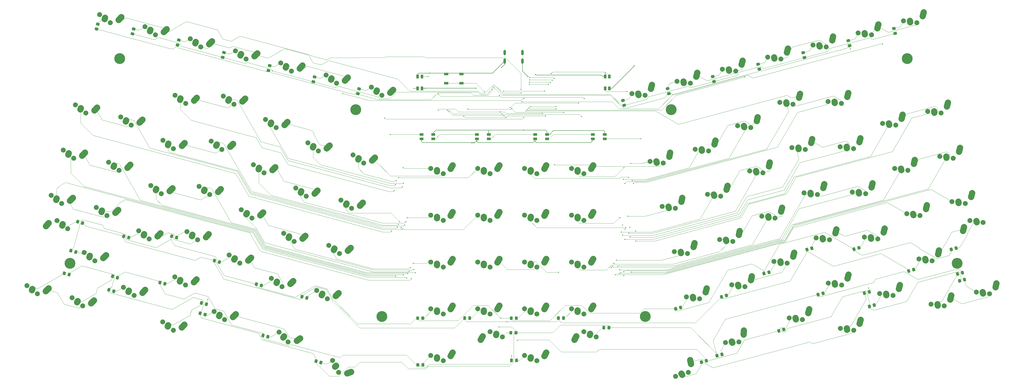
<source format=gbr>
G04 #@! TF.GenerationSoftware,KiCad,Pcbnew,(5.1.5)-3*
G04 #@! TF.CreationDate,2020-05-13T17:56:40+02:00*
G04 #@! TF.ProjectId,endgame_manualroute,656e6467-616d-4655-9f6d-616e75616c72,rev?*
G04 #@! TF.SameCoordinates,Original*
G04 #@! TF.FileFunction,Copper,L2,Bot*
G04 #@! TF.FilePolarity,Positive*
%FSLAX46Y46*%
G04 Gerber Fmt 4.6, Leading zero omitted, Abs format (unit mm)*
G04 Created by KiCad (PCBNEW (5.1.5)-3) date 2020-05-13 17:56:40*
%MOMM*%
%LPD*%
G04 APERTURE LIST*
%ADD10C,2.500000*%
%ADD11C,2.000000*%
%ADD12R,1.800000X1.100000*%
%ADD13O,1.000000X2.200000*%
%ADD14C,0.100000*%
%ADD15C,0.700000*%
%ADD16C,4.400000*%
%ADD17R,1.000000X1.600000*%
%ADD18R,1.600000X1.000000*%
%ADD19C,0.450000*%
%ADD20C,0.090000*%
%ADD21C,0.200000*%
G04 APERTURE END LIST*
D10*
X45931211Y-48923378D02*
X47093385Y-47724108D01*
X40301847Y-48532813D02*
X40489719Y-47984083D01*
D11*
X38256517Y-46660310D03*
X42542627Y-49982849D03*
D12*
X178701062Y-74531486D03*
X184901062Y-74531486D03*
X178701062Y-70831486D03*
X184901062Y-70831486D03*
D10*
X36096111Y-85628578D02*
X37258285Y-84429308D01*
X30466747Y-85238013D02*
X30654619Y-84689283D01*
D11*
X28421417Y-83365510D03*
X32707527Y-86688049D03*
D10*
X31178511Y-103981177D02*
X32340685Y-102781907D01*
X25549147Y-103590612D02*
X25737019Y-103041882D01*
D11*
X23503817Y-101718109D03*
X27789927Y-105040648D03*
D10*
X26260910Y-122333975D02*
X27423084Y-121134705D01*
X20631546Y-121943410D02*
X20819418Y-121394680D01*
D11*
X18586216Y-120070907D03*
X22872326Y-123393446D03*
D10*
X17620306Y-131406995D02*
X16458132Y-132606265D01*
X23249670Y-131797560D02*
X23061798Y-132346290D01*
D11*
X25295000Y-133670063D03*
X21008890Y-130347524D03*
D10*
X16425808Y-159038977D02*
X17587982Y-157839707D01*
X10796444Y-158648412D02*
X10984316Y-158099682D01*
D11*
X8751114Y-156775909D03*
X13037224Y-160098448D03*
D10*
X64283810Y-53840877D02*
X65445984Y-52641607D01*
X58654446Y-53450312D02*
X58842318Y-52901582D01*
D11*
X56609116Y-51577809D03*
X60895226Y-54900348D03*
D10*
X54448714Y-90546075D02*
X55610888Y-89346805D01*
X48819350Y-90155510D02*
X49007222Y-89606780D01*
D11*
X46774020Y-88283007D03*
X51060130Y-91605546D03*
D10*
X49531112Y-108898676D02*
X50693286Y-107699406D01*
X43901748Y-108508111D02*
X44089620Y-107959381D01*
D11*
X41856418Y-106635608D03*
X46142528Y-109958147D03*
D10*
X44613512Y-127250976D02*
X45775686Y-126051706D01*
X38984148Y-126860411D02*
X39172020Y-126311681D01*
D11*
X36938818Y-124987908D03*
X41224928Y-128310447D03*
D10*
X39696010Y-145603977D02*
X40858184Y-144404707D01*
X34066646Y-145213412D02*
X34254518Y-144664682D01*
D11*
X32021316Y-143340909D03*
X36307426Y-146663448D03*
D10*
X34778414Y-163955978D02*
X35940588Y-162756708D01*
X29149050Y-163565413D02*
X29336922Y-163016683D01*
D11*
X27103720Y-161692910D03*
X31389830Y-165015449D03*
D10*
X82636413Y-58758478D02*
X83798587Y-57559208D01*
X77007049Y-58367913D02*
X77194921Y-57819183D01*
D11*
X74961719Y-56495410D03*
X79247829Y-59817949D03*
D10*
X76489411Y-81699177D02*
X77651585Y-80499907D01*
X70860047Y-81308612D02*
X71047919Y-80759882D01*
D11*
X68814717Y-79436109D03*
X73100827Y-82758648D03*
D10*
X71571912Y-100051778D02*
X72734086Y-98852508D01*
X65942548Y-99661213D02*
X66130420Y-99112483D01*
D11*
X63897218Y-97788710D03*
X68183328Y-101111249D03*
D10*
X66654311Y-118403976D02*
X67816485Y-117204706D01*
X61024947Y-118013411D02*
X61212819Y-117464681D01*
D11*
X58979617Y-116140908D03*
X63265727Y-119463447D03*
D10*
X61736712Y-136756976D02*
X62898886Y-135557706D01*
X56107348Y-136366411D02*
X56295220Y-135817681D01*
D11*
X54062018Y-134493908D03*
X58348128Y-137816447D03*
D10*
X55591110Y-159697977D02*
X56753284Y-158498707D01*
X49961746Y-159307412D02*
X50149618Y-158758682D01*
D11*
X47916416Y-157434909D03*
X52202526Y-160757448D03*
D10*
X100988612Y-63676076D02*
X102150786Y-62476806D01*
X95359248Y-63285511D02*
X95547120Y-62736781D01*
D11*
X93313918Y-61413008D03*
X97600028Y-64735547D03*
D10*
X96071412Y-82028677D02*
X97233586Y-80829407D01*
X90442048Y-81638112D02*
X90629920Y-81089382D01*
D11*
X88396718Y-79765609D03*
X92682828Y-83088148D03*
D10*
X91153810Y-100381177D02*
X92315984Y-99181907D01*
X85524446Y-99990612D02*
X85712318Y-99441882D01*
D11*
X83479116Y-98118109D03*
X87765226Y-101440648D03*
D10*
X86236312Y-118733979D02*
X87398486Y-117534709D01*
X80606948Y-118343414D02*
X80794820Y-117794684D01*
D11*
X78561618Y-116470911D03*
X82847728Y-119793450D03*
D10*
X81318712Y-137085978D02*
X82480886Y-135886708D01*
X75689348Y-136695413D02*
X75877220Y-136146683D01*
D11*
X73644018Y-134822910D03*
X77930128Y-138145449D03*
D10*
X76402411Y-155438976D02*
X77564585Y-154239706D01*
X70773047Y-155048411D02*
X70960919Y-154499681D01*
D11*
X68727717Y-153175908D03*
X73013827Y-156498447D03*
D10*
X119341610Y-68593577D02*
X120503784Y-67394307D01*
X113712246Y-68203012D02*
X113900118Y-67654282D01*
D11*
X111666916Y-66330509D03*
X115953026Y-69653048D03*
D10*
X113194610Y-91534378D02*
X114356784Y-90335108D01*
X107565246Y-91143813D02*
X107753118Y-90595083D01*
D11*
X105519916Y-89271310D03*
X109806026Y-92593849D03*
D10*
X108276611Y-109886977D02*
X109438785Y-108687707D01*
X102647247Y-109496412D02*
X102835119Y-108947682D01*
D11*
X100601917Y-107623909D03*
X104888027Y-110946448D03*
D10*
X103359611Y-128239978D02*
X104521785Y-127040708D01*
X97730247Y-127849413D02*
X97918119Y-127300683D01*
D11*
X95684917Y-125976910D03*
X99971027Y-129299449D03*
D10*
X98441611Y-146591977D02*
X99603785Y-145392707D01*
X92812247Y-146201412D02*
X93000119Y-145652682D01*
D11*
X90766917Y-144328909D03*
X95053027Y-147651448D03*
D10*
X92296213Y-169532977D02*
X93458387Y-168333707D01*
X86666849Y-169142412D02*
X86854721Y-168593682D01*
D11*
X84621519Y-167269909D03*
X88907629Y-170592448D03*
D10*
X137694612Y-73511177D02*
X138856786Y-72311907D01*
X132065248Y-73120612D02*
X132253120Y-72571882D01*
D11*
X130019918Y-71248109D03*
X134306028Y-74570648D03*
D10*
X130317612Y-101040079D02*
X131479786Y-99840809D01*
X124688248Y-100649514D02*
X124876120Y-100100784D01*
D11*
X122642918Y-98777011D03*
X126929028Y-102099550D03*
D10*
X125400614Y-119392976D02*
X126562788Y-118193706D01*
X119771250Y-119002411D02*
X119959122Y-118453681D01*
D11*
X117725920Y-117129908D03*
X122012030Y-120452447D03*
D10*
X120482611Y-137744977D02*
X121644785Y-136545707D01*
X114853247Y-137354412D02*
X115041119Y-136805682D01*
D11*
X112807917Y-135481909D03*
X117094027Y-138804448D03*
D10*
X115565613Y-156097978D02*
X116727787Y-154898708D01*
X109936249Y-155707413D02*
X110124121Y-155158683D01*
D11*
X107890919Y-153834910D03*
X112177029Y-157157449D03*
D10*
X118178691Y-179196748D02*
X119531461Y-178217506D01*
X112702671Y-177834586D02*
X112982975Y-177326816D01*
D11*
X111013572Y-175635363D03*
X114657612Y-179651701D03*
D10*
X156046612Y-78428776D02*
X157208786Y-77229506D01*
X150417248Y-78038211D02*
X150605120Y-77489481D01*
D11*
X148371918Y-76165708D03*
X152658028Y-79488247D03*
D10*
X148670611Y-105957577D02*
X149832785Y-104758307D01*
X143041247Y-105567012D02*
X143229119Y-105018282D01*
D11*
X140995917Y-103694509D03*
X145282027Y-107017048D03*
D10*
X143752611Y-124309977D02*
X144914785Y-123110707D01*
X138123247Y-123919412D02*
X138311119Y-123370682D01*
D11*
X136077917Y-122046909D03*
X140364027Y-125369448D03*
D10*
X138835611Y-142662977D02*
X139997785Y-141463707D01*
X133206247Y-142272412D02*
X133394119Y-141723682D01*
D11*
X131160917Y-140399909D03*
X135447027Y-143722448D03*
D10*
X133917612Y-161014976D02*
X135079786Y-159815706D01*
X128288248Y-160624411D02*
X128476120Y-160075681D01*
D11*
X126242918Y-158751908D03*
X130529028Y-162074447D03*
D10*
X138624464Y-192454020D02*
X140184586Y-191858268D01*
X133687587Y-189720975D02*
X134089761Y-189303055D01*
D11*
X132625244Y-187159518D03*
X135105612Y-191982149D03*
D10*
X71497409Y-173794975D02*
X72659583Y-172595705D01*
X65868045Y-173404410D02*
X66055917Y-172855680D01*
D11*
X63822715Y-171531907D03*
X68108825Y-174854446D03*
D10*
X180490970Y-109363785D02*
X181303150Y-107904585D01*
X174952336Y-110443513D02*
X174991784Y-109864857D01*
D11*
X172492060Y-109164185D03*
X177492060Y-111264185D03*
D10*
X180490972Y-128364086D02*
X181303152Y-126904886D01*
X174952338Y-129443814D02*
X174991786Y-128865158D01*
D11*
X172492062Y-128164486D03*
X177492062Y-130264486D03*
D10*
X180490968Y-147364088D02*
X181303148Y-145904888D01*
X174952334Y-148443816D02*
X174991782Y-147865160D01*
D11*
X172492058Y-147164488D03*
X177492058Y-149264488D03*
D10*
X180490969Y-166364086D02*
X181303149Y-164904886D01*
X174952335Y-167443814D02*
X174991783Y-166865158D01*
D11*
X172492059Y-166164486D03*
X177492059Y-168264486D03*
D10*
X180490969Y-185364087D02*
X181303149Y-183904887D01*
X174952335Y-186443815D02*
X174991783Y-185865159D01*
D11*
X172492059Y-185164487D03*
X177492059Y-187264487D03*
D10*
X199490970Y-109363787D02*
X200303150Y-107904587D01*
X193952336Y-110443515D02*
X193991784Y-109864859D01*
D11*
X191492060Y-109164187D03*
X196492060Y-111264187D03*
D10*
X199490970Y-128364087D02*
X200303150Y-126904887D01*
X193952336Y-129443815D02*
X193991784Y-128865159D01*
D11*
X191492060Y-128164487D03*
X196492060Y-130264487D03*
D10*
X199490969Y-147364084D02*
X200303149Y-145904884D01*
X193952335Y-148443812D02*
X193991783Y-147865156D01*
D11*
X191492059Y-147164484D03*
X196492059Y-149264484D03*
D10*
X199490970Y-166364088D02*
X200303150Y-164904888D01*
X193952336Y-167443816D02*
X193991784Y-166865160D01*
D11*
X191492060Y-166164488D03*
X196492060Y-168264488D03*
D10*
X193493150Y-177364886D02*
X192680970Y-178824086D01*
X199031784Y-176285158D02*
X198992336Y-176863814D01*
D11*
X201492060Y-177564486D03*
X196492060Y-175464486D03*
D10*
X218490971Y-109363786D02*
X219303151Y-107904586D01*
X212952337Y-110443514D02*
X212991785Y-109864858D01*
D11*
X210492061Y-109164186D03*
X215492061Y-111264186D03*
D10*
X218490969Y-128364086D02*
X219303149Y-126904886D01*
X212952335Y-129443814D02*
X212991783Y-128865158D01*
D11*
X210492059Y-128164486D03*
X215492059Y-130264486D03*
D10*
X218490968Y-147364087D02*
X219303148Y-145904887D01*
X212952334Y-148443815D02*
X212991782Y-147865159D01*
D11*
X210492058Y-147164487D03*
X215492058Y-149264487D03*
D10*
X218490967Y-166364087D02*
X219303147Y-164904887D01*
X212952333Y-167443815D02*
X212991781Y-166865159D01*
D11*
X210492057Y-166164487D03*
X215492057Y-168264487D03*
D10*
X218490970Y-185364087D02*
X219303150Y-183904887D01*
X212952336Y-186443815D02*
X212991784Y-185865159D01*
D11*
X210492060Y-185164487D03*
X215492060Y-187264487D03*
D10*
X346291957Y-172239628D02*
X346698795Y-170619942D01*
X341221501Y-174716070D02*
X341109839Y-174146920D01*
D11*
X338513943Y-174117099D03*
X343887092Y-174851448D03*
D10*
X237490969Y-109363787D02*
X238303149Y-107904587D01*
X231952335Y-110443515D02*
X231991783Y-109864859D01*
D11*
X229492059Y-109164187D03*
X234492059Y-111264187D03*
D10*
X237490968Y-128364086D02*
X238303148Y-126904886D01*
X231952334Y-129443814D02*
X231991782Y-128865158D01*
D11*
X229492058Y-128164486D03*
X234492058Y-130264486D03*
D10*
X237490969Y-147364087D02*
X238303149Y-145904887D01*
X231952335Y-148443815D02*
X231991783Y-147865159D01*
D11*
X229492059Y-147164487D03*
X234492059Y-149264487D03*
D10*
X237490970Y-166364085D02*
X238303150Y-164904885D01*
X231952336Y-167443813D02*
X231991784Y-166865157D01*
D11*
X229492060Y-166164485D03*
X234492060Y-168264485D03*
D10*
X231493150Y-177364885D02*
X230680970Y-178824085D01*
X237031784Y-176285157D02*
X236992336Y-176863813D01*
D11*
X239492060Y-177564485D03*
X234492060Y-175464485D03*
D10*
X261728957Y-76876427D02*
X262135795Y-75256741D01*
X256658501Y-79352869D02*
X256546839Y-78783719D01*
D11*
X253950943Y-78753898D03*
X259324092Y-79488247D03*
D10*
X269104957Y-104405227D02*
X269511795Y-102785541D01*
X264034501Y-106881669D02*
X263922839Y-106312519D01*
D11*
X261326943Y-106282698D03*
X266700092Y-107017047D03*
D10*
X274022956Y-122757626D02*
X274429794Y-121137940D01*
X268952500Y-125234068D02*
X268840838Y-124664918D01*
D11*
X266244942Y-124635097D03*
X271618091Y-125369446D03*
D10*
X278939954Y-141110629D02*
X279346792Y-139490943D01*
X273869498Y-143587071D02*
X273757836Y-143017921D01*
D11*
X271161940Y-142988100D03*
X276535089Y-143722449D03*
D10*
X283857957Y-159462628D02*
X284264795Y-157842942D01*
X278787501Y-161939070D02*
X278675839Y-161369920D01*
D11*
X276079943Y-161340099D03*
X281453092Y-162074448D03*
D10*
X277954252Y-188598696D02*
X277638462Y-186958824D01*
X274405448Y-192985981D02*
X274063714Y-192517347D01*
D11*
X271698431Y-193587393D03*
X276878507Y-191982148D03*
D10*
X280080956Y-71958827D02*
X280487794Y-70339141D01*
X275010500Y-74435269D02*
X274898838Y-73866119D01*
D11*
X272302942Y-73836298D03*
X277676091Y-74570647D03*
D10*
X287457955Y-99487729D02*
X287864793Y-97868043D01*
X282387499Y-101964171D02*
X282275837Y-101395021D01*
D11*
X279679941Y-101365200D03*
X285053090Y-102099549D03*
D10*
X292374956Y-117840626D02*
X292781794Y-116220940D01*
X287304500Y-120317068D02*
X287192838Y-119747918D01*
D11*
X284596942Y-119718097D03*
X289970091Y-120452446D03*
D10*
X297292957Y-136192626D02*
X297699795Y-134572940D01*
X292222501Y-138669068D02*
X292110839Y-138099918D01*
D11*
X289514943Y-138070097D03*
X294888092Y-138804446D03*
D10*
X302209956Y-154545629D02*
X302616794Y-152925943D01*
X297139500Y-157022071D02*
X297027838Y-156452921D01*
D11*
X294431942Y-156423100D03*
X299805091Y-157157449D03*
D10*
X299241301Y-176661961D02*
X299360701Y-174996235D01*
X294677906Y-179981256D02*
X294469108Y-179440142D01*
D11*
X291907471Y-179861548D03*
X297326509Y-179651703D03*
D10*
X298433959Y-67041228D02*
X298840797Y-65421542D01*
X293363503Y-69517670D02*
X293251841Y-68948520D01*
D11*
X290655945Y-68918699D03*
X296029094Y-69653048D03*
D10*
X304580955Y-89982028D02*
X304987793Y-88362342D01*
X299510499Y-92458470D02*
X299398837Y-91889320D01*
D11*
X296802941Y-91859499D03*
X302176090Y-92593848D03*
D10*
X309498958Y-108334629D02*
X309905796Y-106714943D01*
X304428502Y-110811071D02*
X304316840Y-110241921D01*
D11*
X301720944Y-110212100D03*
X307094093Y-110946449D03*
D10*
X314415959Y-126687628D02*
X314822797Y-125067942D01*
X309345503Y-129164070D02*
X309233841Y-128594920D01*
D11*
X306637945Y-128565099D03*
X312011094Y-129299448D03*
D10*
X319333957Y-145039628D02*
X319740795Y-143419942D01*
X314263501Y-147516070D02*
X314151839Y-146946920D01*
D11*
X311555943Y-146917099D03*
X316929092Y-147651448D03*
D10*
X325480956Y-167980627D02*
X325887794Y-166360941D01*
X320410500Y-170457069D02*
X320298838Y-169887919D01*
D11*
X317702942Y-169858098D03*
X323076091Y-170592447D03*
D10*
X316786958Y-62123727D02*
X317193796Y-60504041D01*
X311716502Y-64600169D02*
X311604840Y-64031019D01*
D11*
X309008944Y-64001198D03*
X314382093Y-64735547D03*
D10*
X321703957Y-80476327D02*
X322110795Y-78856641D01*
X316633501Y-82952769D02*
X316521839Y-82383619D01*
D11*
X313925943Y-82353798D03*
X319299092Y-83088147D03*
D10*
X326621956Y-98828827D02*
X327028794Y-97209141D01*
X321551500Y-101305269D02*
X321439838Y-100736119D01*
D11*
X318843942Y-100706298D03*
X324217091Y-101440647D03*
D10*
X331538956Y-117181626D02*
X331945794Y-115561940D01*
X326468500Y-119658068D02*
X326356838Y-119088918D01*
D11*
X323760942Y-119059097D03*
X329134091Y-119793446D03*
D10*
X336456955Y-135533628D02*
X336863793Y-133913942D01*
X331386499Y-138010070D02*
X331274837Y-137440920D01*
D11*
X328678941Y-137411099D03*
X334052090Y-138145448D03*
D10*
X341373957Y-153886629D02*
X341780795Y-152266943D01*
X336303501Y-156363071D02*
X336191839Y-155793921D01*
D11*
X333595943Y-155764100D03*
X338969092Y-156498449D03*
D10*
X335138954Y-57206129D02*
X335545792Y-55586443D01*
X330068498Y-59682571D02*
X329956836Y-59113421D01*
D11*
X327360940Y-59083600D03*
X332734089Y-59817949D03*
D10*
X341285958Y-80146828D02*
X341692796Y-78527142D01*
X336215502Y-82623270D02*
X336103840Y-82054120D01*
D11*
X333507944Y-82024299D03*
X338881093Y-82758648D03*
D10*
X346203956Y-98499429D02*
X346610794Y-96879743D01*
X341133500Y-100975871D02*
X341021838Y-100406721D01*
D11*
X338425942Y-100376900D03*
X343799091Y-101111249D03*
D10*
X351120955Y-116851628D02*
X351527793Y-115231942D01*
X346050499Y-119328070D02*
X345938837Y-118758920D01*
D11*
X343342941Y-118729099D03*
X348716090Y-119463448D03*
D10*
X356038954Y-135204628D02*
X356445792Y-133584942D01*
X350968498Y-137681070D02*
X350856836Y-137111920D01*
D11*
X348260940Y-137082099D03*
X353634089Y-137816448D03*
D10*
X362185956Y-158145629D02*
X362592794Y-156525943D01*
X357115500Y-160622071D02*
X357003838Y-160052921D01*
D11*
X354407942Y-160023100D03*
X359781091Y-160757449D03*
D10*
X353491958Y-52288527D02*
X353898796Y-50668841D01*
X348421502Y-54764969D02*
X348309840Y-54195819D01*
D11*
X345713944Y-54165998D03*
X351087093Y-54900347D03*
D10*
X363326957Y-88993728D02*
X363733795Y-87374042D01*
X358256501Y-91470170D02*
X358144839Y-90901020D01*
D11*
X355548943Y-90871199D03*
X360922092Y-91605548D03*
D10*
X368244954Y-107346328D02*
X368651792Y-105726642D01*
X363174498Y-109822770D02*
X363062836Y-109253620D01*
D11*
X360466940Y-109223799D03*
X365840089Y-109958148D03*
D10*
X373161957Y-125698629D02*
X373568795Y-124078943D01*
X368091501Y-128175071D02*
X367979839Y-127605921D01*
D11*
X365383943Y-127576100D03*
X370757092Y-128310449D03*
D10*
X378079957Y-144051626D02*
X378486795Y-142431940D01*
X373009501Y-146528068D02*
X372897839Y-145958918D01*
D11*
X370301943Y-145929097D03*
X375675092Y-146663446D03*
D10*
X382996957Y-162403628D02*
X383403795Y-160783942D01*
X377926501Y-164880070D02*
X377814839Y-164310920D01*
D11*
X375218943Y-164281099D03*
X380592092Y-165015448D03*
D10*
X371843954Y-47371032D02*
X372250792Y-45751346D01*
X366773498Y-49847474D02*
X366661836Y-49278324D01*
D11*
X364065940Y-49248503D03*
X369439089Y-49982852D03*
D10*
X381679958Y-84076228D02*
X382086796Y-82456542D01*
X376609502Y-86552670D02*
X376497840Y-85983520D01*
D11*
X373901944Y-85953699D03*
X379275093Y-86688048D03*
D10*
X386596958Y-102428827D02*
X387003796Y-100809141D01*
X381526502Y-104905269D02*
X381414840Y-104336119D01*
D11*
X378818944Y-104306298D03*
X384192093Y-105040647D03*
D10*
X391514957Y-120781626D02*
X391921795Y-119161940D01*
X386444501Y-123258068D02*
X386332839Y-122688918D01*
D11*
X383736943Y-122659097D03*
X389110092Y-123393446D03*
D10*
X388568163Y-132959344D02*
X388161325Y-134579030D01*
X393638619Y-130482902D02*
X393750281Y-131052052D01*
D11*
X396346177Y-131081873D03*
X390973028Y-130347524D03*
D10*
X401349955Y-157486629D02*
X401756793Y-155866943D01*
X396279499Y-159963071D02*
X396167837Y-159393921D01*
D11*
X393571941Y-159364100D03*
X398945090Y-160098449D03*
D13*
X209591060Y-65591485D03*
X209591060Y-62141485D03*
X202391060Y-65591485D03*
X202391060Y-62141485D03*
G04 #@! TA.AperFunction,SMDPad,CuDef*
D14*
G36*
X31140028Y-130578528D02*
G01*
X31164401Y-130581332D01*
X31188382Y-130586512D01*
X31816236Y-130754745D01*
X31839593Y-130762249D01*
X31862103Y-130772008D01*
X31883547Y-130783925D01*
X31903721Y-130797887D01*
X31922428Y-130813760D01*
X31939490Y-130831389D01*
X31954742Y-130850606D01*
X31968036Y-130871226D01*
X31979246Y-130893049D01*
X31988263Y-130915865D01*
X31994999Y-130939456D01*
X31999391Y-130963594D01*
X32001396Y-130988045D01*
X32000995Y-131012576D01*
X31998191Y-131036949D01*
X31993011Y-131060930D01*
X31760073Y-131930265D01*
X31752569Y-131953622D01*
X31742810Y-131976132D01*
X31730893Y-131997577D01*
X31716930Y-132017750D01*
X31701058Y-132036457D01*
X31683429Y-132053519D01*
X31664212Y-132068771D01*
X31643592Y-132082066D01*
X31621769Y-132093275D01*
X31598952Y-132102292D01*
X31575362Y-132109028D01*
X31551224Y-132113420D01*
X31526773Y-132115425D01*
X31502242Y-132115024D01*
X31477869Y-132112220D01*
X31453888Y-132107040D01*
X30826034Y-131938807D01*
X30802677Y-131931303D01*
X30780167Y-131921544D01*
X30758723Y-131909627D01*
X30738549Y-131895665D01*
X30719842Y-131879792D01*
X30702780Y-131862163D01*
X30687528Y-131842946D01*
X30674234Y-131822326D01*
X30663024Y-131800503D01*
X30654007Y-131777687D01*
X30647271Y-131754096D01*
X30642879Y-131729958D01*
X30640874Y-131705507D01*
X30641275Y-131680976D01*
X30644079Y-131656603D01*
X30649259Y-131632622D01*
X30882197Y-130763287D01*
X30889701Y-130739930D01*
X30899460Y-130717420D01*
X30911377Y-130695975D01*
X30925340Y-130675802D01*
X30941212Y-130657095D01*
X30958841Y-130640033D01*
X30978058Y-130624781D01*
X30998678Y-130611486D01*
X31020501Y-130600277D01*
X31043318Y-130591260D01*
X31066908Y-130584524D01*
X31091046Y-130580132D01*
X31115497Y-130578127D01*
X31140028Y-130578528D01*
G37*
G04 #@! TD.AperFunction*
G04 #@! TA.AperFunction,SMDPad,CuDef*
G36*
X29159880Y-130047948D02*
G01*
X29184253Y-130050752D01*
X29208234Y-130055932D01*
X29836088Y-130224165D01*
X29859445Y-130231669D01*
X29881955Y-130241428D01*
X29903399Y-130253345D01*
X29923573Y-130267307D01*
X29942280Y-130283180D01*
X29959342Y-130300809D01*
X29974594Y-130320026D01*
X29987888Y-130340646D01*
X29999098Y-130362469D01*
X30008115Y-130385285D01*
X30014851Y-130408876D01*
X30019243Y-130433014D01*
X30021248Y-130457465D01*
X30020847Y-130481996D01*
X30018043Y-130506369D01*
X30012863Y-130530350D01*
X29779925Y-131399685D01*
X29772421Y-131423042D01*
X29762662Y-131445552D01*
X29750745Y-131466997D01*
X29736782Y-131487170D01*
X29720910Y-131505877D01*
X29703281Y-131522939D01*
X29684064Y-131538191D01*
X29663444Y-131551486D01*
X29641621Y-131562695D01*
X29618804Y-131571712D01*
X29595214Y-131578448D01*
X29571076Y-131582840D01*
X29546625Y-131584845D01*
X29522094Y-131584444D01*
X29497721Y-131581640D01*
X29473740Y-131576460D01*
X28845886Y-131408227D01*
X28822529Y-131400723D01*
X28800019Y-131390964D01*
X28778575Y-131379047D01*
X28758401Y-131365085D01*
X28739694Y-131349212D01*
X28722632Y-131331583D01*
X28707380Y-131312366D01*
X28694086Y-131291746D01*
X28682876Y-131269923D01*
X28673859Y-131247107D01*
X28667123Y-131223516D01*
X28662731Y-131199378D01*
X28660726Y-131174927D01*
X28661127Y-131150396D01*
X28663931Y-131126023D01*
X28669111Y-131102042D01*
X28902049Y-130232707D01*
X28909553Y-130209350D01*
X28919312Y-130186840D01*
X28931229Y-130165395D01*
X28945192Y-130145222D01*
X28961064Y-130126515D01*
X28978693Y-130109453D01*
X28997910Y-130094201D01*
X29018530Y-130080906D01*
X29040353Y-130069697D01*
X29063170Y-130060680D01*
X29086760Y-130053944D01*
X29110898Y-130049552D01*
X29135349Y-130047547D01*
X29159880Y-130047948D01*
G37*
G04 #@! TD.AperFunction*
G04 #@! TA.AperFunction,SMDPad,CuDef*
G36*
X25710024Y-151498528D02*
G01*
X25734397Y-151501332D01*
X25758378Y-151506512D01*
X26386232Y-151674745D01*
X26409589Y-151682249D01*
X26432099Y-151692008D01*
X26453543Y-151703925D01*
X26473717Y-151717887D01*
X26492424Y-151733760D01*
X26509486Y-151751389D01*
X26524738Y-151770606D01*
X26538032Y-151791226D01*
X26549242Y-151813049D01*
X26558259Y-151835865D01*
X26564995Y-151859456D01*
X26569387Y-151883594D01*
X26571392Y-151908045D01*
X26570991Y-151932576D01*
X26568187Y-151956949D01*
X26563007Y-151980930D01*
X26330069Y-152850265D01*
X26322565Y-152873622D01*
X26312806Y-152896132D01*
X26300889Y-152917577D01*
X26286926Y-152937750D01*
X26271054Y-152956457D01*
X26253425Y-152973519D01*
X26234208Y-152988771D01*
X26213588Y-153002066D01*
X26191765Y-153013275D01*
X26168948Y-153022292D01*
X26145358Y-153029028D01*
X26121220Y-153033420D01*
X26096769Y-153035425D01*
X26072238Y-153035024D01*
X26047865Y-153032220D01*
X26023884Y-153027040D01*
X25396030Y-152858807D01*
X25372673Y-152851303D01*
X25350163Y-152841544D01*
X25328719Y-152829627D01*
X25308545Y-152815665D01*
X25289838Y-152799792D01*
X25272776Y-152782163D01*
X25257524Y-152762946D01*
X25244230Y-152742326D01*
X25233020Y-152720503D01*
X25224003Y-152697687D01*
X25217267Y-152674096D01*
X25212875Y-152649958D01*
X25210870Y-152625507D01*
X25211271Y-152600976D01*
X25214075Y-152576603D01*
X25219255Y-152552622D01*
X25452193Y-151683287D01*
X25459697Y-151659930D01*
X25469456Y-151637420D01*
X25481373Y-151615975D01*
X25495336Y-151595802D01*
X25511208Y-151577095D01*
X25528837Y-151560033D01*
X25548054Y-151544781D01*
X25568674Y-151531486D01*
X25590497Y-151520277D01*
X25613314Y-151511260D01*
X25636904Y-151504524D01*
X25661042Y-151500132D01*
X25685493Y-151498127D01*
X25710024Y-151498528D01*
G37*
G04 #@! TD.AperFunction*
G04 #@! TA.AperFunction,SMDPad,CuDef*
G36*
X23729876Y-150967948D02*
G01*
X23754249Y-150970752D01*
X23778230Y-150975932D01*
X24406084Y-151144165D01*
X24429441Y-151151669D01*
X24451951Y-151161428D01*
X24473395Y-151173345D01*
X24493569Y-151187307D01*
X24512276Y-151203180D01*
X24529338Y-151220809D01*
X24544590Y-151240026D01*
X24557884Y-151260646D01*
X24569094Y-151282469D01*
X24578111Y-151305285D01*
X24584847Y-151328876D01*
X24589239Y-151353014D01*
X24591244Y-151377465D01*
X24590843Y-151401996D01*
X24588039Y-151426369D01*
X24582859Y-151450350D01*
X24349921Y-152319685D01*
X24342417Y-152343042D01*
X24332658Y-152365552D01*
X24320741Y-152386997D01*
X24306778Y-152407170D01*
X24290906Y-152425877D01*
X24273277Y-152442939D01*
X24254060Y-152458191D01*
X24233440Y-152471486D01*
X24211617Y-152482695D01*
X24188800Y-152491712D01*
X24165210Y-152498448D01*
X24141072Y-152502840D01*
X24116621Y-152504845D01*
X24092090Y-152504444D01*
X24067717Y-152501640D01*
X24043736Y-152496460D01*
X23415882Y-152328227D01*
X23392525Y-152320723D01*
X23370015Y-152310964D01*
X23348571Y-152299047D01*
X23328397Y-152285085D01*
X23309690Y-152269212D01*
X23292628Y-152251583D01*
X23277376Y-152232366D01*
X23264082Y-152211746D01*
X23252872Y-152189923D01*
X23243855Y-152167107D01*
X23237119Y-152143516D01*
X23232727Y-152119378D01*
X23230722Y-152094927D01*
X23231123Y-152070396D01*
X23233927Y-152046023D01*
X23239107Y-152022042D01*
X23472045Y-151152707D01*
X23479549Y-151129350D01*
X23489308Y-151106840D01*
X23501225Y-151085395D01*
X23515188Y-151065222D01*
X23531060Y-151046515D01*
X23548689Y-151029453D01*
X23567906Y-151014201D01*
X23588526Y-151000906D01*
X23610349Y-150989697D01*
X23633166Y-150980680D01*
X23656756Y-150973944D01*
X23680894Y-150969552D01*
X23705345Y-150967547D01*
X23729876Y-150967948D01*
G37*
G04 #@! TD.AperFunction*
G04 #@! TA.AperFunction,SMDPad,CuDef*
G36*
X28400025Y-142328530D02*
G01*
X28424398Y-142331334D01*
X28448379Y-142336514D01*
X29076233Y-142504747D01*
X29099590Y-142512251D01*
X29122100Y-142522010D01*
X29143544Y-142533927D01*
X29163718Y-142547889D01*
X29182425Y-142563762D01*
X29199487Y-142581391D01*
X29214739Y-142600608D01*
X29228033Y-142621228D01*
X29239243Y-142643051D01*
X29248260Y-142665867D01*
X29254996Y-142689458D01*
X29259388Y-142713596D01*
X29261393Y-142738047D01*
X29260992Y-142762578D01*
X29258188Y-142786951D01*
X29253008Y-142810932D01*
X29020070Y-143680267D01*
X29012566Y-143703624D01*
X29002807Y-143726134D01*
X28990890Y-143747579D01*
X28976927Y-143767752D01*
X28961055Y-143786459D01*
X28943426Y-143803521D01*
X28924209Y-143818773D01*
X28903589Y-143832068D01*
X28881766Y-143843277D01*
X28858949Y-143852294D01*
X28835359Y-143859030D01*
X28811221Y-143863422D01*
X28786770Y-143865427D01*
X28762239Y-143865026D01*
X28737866Y-143862222D01*
X28713885Y-143857042D01*
X28086031Y-143688809D01*
X28062674Y-143681305D01*
X28040164Y-143671546D01*
X28018720Y-143659629D01*
X27998546Y-143645667D01*
X27979839Y-143629794D01*
X27962777Y-143612165D01*
X27947525Y-143592948D01*
X27934231Y-143572328D01*
X27923021Y-143550505D01*
X27914004Y-143527689D01*
X27907268Y-143504098D01*
X27902876Y-143479960D01*
X27900871Y-143455509D01*
X27901272Y-143430978D01*
X27904076Y-143406605D01*
X27909256Y-143382624D01*
X28142194Y-142513289D01*
X28149698Y-142489932D01*
X28159457Y-142467422D01*
X28171374Y-142445977D01*
X28185337Y-142425804D01*
X28201209Y-142407097D01*
X28218838Y-142390035D01*
X28238055Y-142374783D01*
X28258675Y-142361488D01*
X28280498Y-142350279D01*
X28303315Y-142341262D01*
X28326905Y-142334526D01*
X28351043Y-142330134D01*
X28375494Y-142328129D01*
X28400025Y-142328530D01*
G37*
G04 #@! TD.AperFunction*
G04 #@! TA.AperFunction,SMDPad,CuDef*
G36*
X26419877Y-141797950D02*
G01*
X26444250Y-141800754D01*
X26468231Y-141805934D01*
X27096085Y-141974167D01*
X27119442Y-141981671D01*
X27141952Y-141991430D01*
X27163396Y-142003347D01*
X27183570Y-142017309D01*
X27202277Y-142033182D01*
X27219339Y-142050811D01*
X27234591Y-142070028D01*
X27247885Y-142090648D01*
X27259095Y-142112471D01*
X27268112Y-142135287D01*
X27274848Y-142158878D01*
X27279240Y-142183016D01*
X27281245Y-142207467D01*
X27280844Y-142231998D01*
X27278040Y-142256371D01*
X27272860Y-142280352D01*
X27039922Y-143149687D01*
X27032418Y-143173044D01*
X27022659Y-143195554D01*
X27010742Y-143216999D01*
X26996779Y-143237172D01*
X26980907Y-143255879D01*
X26963278Y-143272941D01*
X26944061Y-143288193D01*
X26923441Y-143301488D01*
X26901618Y-143312697D01*
X26878801Y-143321714D01*
X26855211Y-143328450D01*
X26831073Y-143332842D01*
X26806622Y-143334847D01*
X26782091Y-143334446D01*
X26757718Y-143331642D01*
X26733737Y-143326462D01*
X26105883Y-143158229D01*
X26082526Y-143150725D01*
X26060016Y-143140966D01*
X26038572Y-143129049D01*
X26018398Y-143115087D01*
X25999691Y-143099214D01*
X25982629Y-143081585D01*
X25967377Y-143062368D01*
X25954083Y-143041748D01*
X25942873Y-143019925D01*
X25933856Y-142997109D01*
X25927120Y-142973518D01*
X25922728Y-142949380D01*
X25920723Y-142924929D01*
X25921124Y-142900398D01*
X25923928Y-142876025D01*
X25929108Y-142852044D01*
X26162046Y-141982709D01*
X26169550Y-141959352D01*
X26179309Y-141936842D01*
X26191226Y-141915397D01*
X26205189Y-141895224D01*
X26221061Y-141876517D01*
X26238690Y-141859455D01*
X26257907Y-141844203D01*
X26278527Y-141830908D01*
X26300350Y-141819699D01*
X26323167Y-141810682D01*
X26346757Y-141803946D01*
X26370895Y-141799554D01*
X26395346Y-141797549D01*
X26419877Y-141797950D01*
G37*
G04 #@! TD.AperFunction*
G04 #@! TA.AperFunction,SMDPad,CuDef*
G36*
X45300026Y-152748529D02*
G01*
X45324399Y-152751333D01*
X45348380Y-152756513D01*
X45976234Y-152924746D01*
X45999591Y-152932250D01*
X46022101Y-152942009D01*
X46043545Y-152953926D01*
X46063719Y-152967888D01*
X46082426Y-152983761D01*
X46099488Y-153001390D01*
X46114740Y-153020607D01*
X46128034Y-153041227D01*
X46139244Y-153063050D01*
X46148261Y-153085866D01*
X46154997Y-153109457D01*
X46159389Y-153133595D01*
X46161394Y-153158046D01*
X46160993Y-153182577D01*
X46158189Y-153206950D01*
X46153009Y-153230931D01*
X45920071Y-154100266D01*
X45912567Y-154123623D01*
X45902808Y-154146133D01*
X45890891Y-154167578D01*
X45876928Y-154187751D01*
X45861056Y-154206458D01*
X45843427Y-154223520D01*
X45824210Y-154238772D01*
X45803590Y-154252067D01*
X45781767Y-154263276D01*
X45758950Y-154272293D01*
X45735360Y-154279029D01*
X45711222Y-154283421D01*
X45686771Y-154285426D01*
X45662240Y-154285025D01*
X45637867Y-154282221D01*
X45613886Y-154277041D01*
X44986032Y-154108808D01*
X44962675Y-154101304D01*
X44940165Y-154091545D01*
X44918721Y-154079628D01*
X44898547Y-154065666D01*
X44879840Y-154049793D01*
X44862778Y-154032164D01*
X44847526Y-154012947D01*
X44834232Y-153992327D01*
X44823022Y-153970504D01*
X44814005Y-153947688D01*
X44807269Y-153924097D01*
X44802877Y-153899959D01*
X44800872Y-153875508D01*
X44801273Y-153850977D01*
X44804077Y-153826604D01*
X44809257Y-153802623D01*
X45042195Y-152933288D01*
X45049699Y-152909931D01*
X45059458Y-152887421D01*
X45071375Y-152865976D01*
X45085338Y-152845803D01*
X45101210Y-152827096D01*
X45118839Y-152810034D01*
X45138056Y-152794782D01*
X45158676Y-152781487D01*
X45180499Y-152770278D01*
X45203316Y-152761261D01*
X45226906Y-152754525D01*
X45251044Y-152750133D01*
X45275495Y-152748128D01*
X45300026Y-152748529D01*
G37*
G04 #@! TD.AperFunction*
G04 #@! TA.AperFunction,SMDPad,CuDef*
G36*
X43319878Y-152217949D02*
G01*
X43344251Y-152220753D01*
X43368232Y-152225933D01*
X43996086Y-152394166D01*
X44019443Y-152401670D01*
X44041953Y-152411429D01*
X44063397Y-152423346D01*
X44083571Y-152437308D01*
X44102278Y-152453181D01*
X44119340Y-152470810D01*
X44134592Y-152490027D01*
X44147886Y-152510647D01*
X44159096Y-152532470D01*
X44168113Y-152555286D01*
X44174849Y-152578877D01*
X44179241Y-152603015D01*
X44181246Y-152627466D01*
X44180845Y-152651997D01*
X44178041Y-152676370D01*
X44172861Y-152700351D01*
X43939923Y-153569686D01*
X43932419Y-153593043D01*
X43922660Y-153615553D01*
X43910743Y-153636998D01*
X43896780Y-153657171D01*
X43880908Y-153675878D01*
X43863279Y-153692940D01*
X43844062Y-153708192D01*
X43823442Y-153721487D01*
X43801619Y-153732696D01*
X43778802Y-153741713D01*
X43755212Y-153748449D01*
X43731074Y-153752841D01*
X43706623Y-153754846D01*
X43682092Y-153754445D01*
X43657719Y-153751641D01*
X43633738Y-153746461D01*
X43005884Y-153578228D01*
X42982527Y-153570724D01*
X42960017Y-153560965D01*
X42938573Y-153549048D01*
X42918399Y-153535086D01*
X42899692Y-153519213D01*
X42882630Y-153501584D01*
X42867378Y-153482367D01*
X42854084Y-153461747D01*
X42842874Y-153439924D01*
X42833857Y-153417108D01*
X42827121Y-153393517D01*
X42822729Y-153369379D01*
X42820724Y-153344928D01*
X42821125Y-153320397D01*
X42823929Y-153296024D01*
X42829109Y-153272043D01*
X43062047Y-152402708D01*
X43069551Y-152379351D01*
X43079310Y-152356841D01*
X43091227Y-152335396D01*
X43105190Y-152315223D01*
X43121062Y-152296516D01*
X43138691Y-152279454D01*
X43157908Y-152264202D01*
X43178528Y-152250907D01*
X43200351Y-152239698D01*
X43223168Y-152230681D01*
X43246758Y-152223945D01*
X43270896Y-152219553D01*
X43295347Y-152217548D01*
X43319878Y-152217949D01*
G37*
G04 #@! TD.AperFunction*
G04 #@! TA.AperFunction,SMDPad,CuDef*
G36*
X49819926Y-136483528D02*
G01*
X49844299Y-136486332D01*
X49868280Y-136491512D01*
X50496134Y-136659745D01*
X50519491Y-136667249D01*
X50542001Y-136677008D01*
X50563445Y-136688925D01*
X50583619Y-136702887D01*
X50602326Y-136718760D01*
X50619388Y-136736389D01*
X50634640Y-136755606D01*
X50647934Y-136776226D01*
X50659144Y-136798049D01*
X50668161Y-136820865D01*
X50674897Y-136844456D01*
X50679289Y-136868594D01*
X50681294Y-136893045D01*
X50680893Y-136917576D01*
X50678089Y-136941949D01*
X50672909Y-136965930D01*
X50439971Y-137835265D01*
X50432467Y-137858622D01*
X50422708Y-137881132D01*
X50410791Y-137902577D01*
X50396828Y-137922750D01*
X50380956Y-137941457D01*
X50363327Y-137958519D01*
X50344110Y-137973771D01*
X50323490Y-137987066D01*
X50301667Y-137998275D01*
X50278850Y-138007292D01*
X50255260Y-138014028D01*
X50231122Y-138018420D01*
X50206671Y-138020425D01*
X50182140Y-138020024D01*
X50157767Y-138017220D01*
X50133786Y-138012040D01*
X49505932Y-137843807D01*
X49482575Y-137836303D01*
X49460065Y-137826544D01*
X49438621Y-137814627D01*
X49418447Y-137800665D01*
X49399740Y-137784792D01*
X49382678Y-137767163D01*
X49367426Y-137747946D01*
X49354132Y-137727326D01*
X49342922Y-137705503D01*
X49333905Y-137682687D01*
X49327169Y-137659096D01*
X49322777Y-137634958D01*
X49320772Y-137610507D01*
X49321173Y-137585976D01*
X49323977Y-137561603D01*
X49329157Y-137537622D01*
X49562095Y-136668287D01*
X49569599Y-136644930D01*
X49579358Y-136622420D01*
X49591275Y-136600975D01*
X49605238Y-136580802D01*
X49621110Y-136562095D01*
X49638739Y-136545033D01*
X49657956Y-136529781D01*
X49678576Y-136516486D01*
X49700399Y-136505277D01*
X49723216Y-136496260D01*
X49746806Y-136489524D01*
X49770944Y-136485132D01*
X49795395Y-136483127D01*
X49819926Y-136483528D01*
G37*
G04 #@! TD.AperFunction*
G04 #@! TA.AperFunction,SMDPad,CuDef*
G36*
X47839778Y-135952948D02*
G01*
X47864151Y-135955752D01*
X47888132Y-135960932D01*
X48515986Y-136129165D01*
X48539343Y-136136669D01*
X48561853Y-136146428D01*
X48583297Y-136158345D01*
X48603471Y-136172307D01*
X48622178Y-136188180D01*
X48639240Y-136205809D01*
X48654492Y-136225026D01*
X48667786Y-136245646D01*
X48678996Y-136267469D01*
X48688013Y-136290285D01*
X48694749Y-136313876D01*
X48699141Y-136338014D01*
X48701146Y-136362465D01*
X48700745Y-136386996D01*
X48697941Y-136411369D01*
X48692761Y-136435350D01*
X48459823Y-137304685D01*
X48452319Y-137328042D01*
X48442560Y-137350552D01*
X48430643Y-137371997D01*
X48416680Y-137392170D01*
X48400808Y-137410877D01*
X48383179Y-137427939D01*
X48363962Y-137443191D01*
X48343342Y-137456486D01*
X48321519Y-137467695D01*
X48298702Y-137476712D01*
X48275112Y-137483448D01*
X48250974Y-137487840D01*
X48226523Y-137489845D01*
X48201992Y-137489444D01*
X48177619Y-137486640D01*
X48153638Y-137481460D01*
X47525784Y-137313227D01*
X47502427Y-137305723D01*
X47479917Y-137295964D01*
X47458473Y-137284047D01*
X47438299Y-137270085D01*
X47419592Y-137254212D01*
X47402530Y-137236583D01*
X47387278Y-137217366D01*
X47373984Y-137196746D01*
X47362774Y-137174923D01*
X47353757Y-137152107D01*
X47347021Y-137128516D01*
X47342629Y-137104378D01*
X47340624Y-137079927D01*
X47341025Y-137055396D01*
X47343829Y-137031023D01*
X47349009Y-137007042D01*
X47581947Y-136137707D01*
X47589451Y-136114350D01*
X47599210Y-136091840D01*
X47611127Y-136070395D01*
X47625090Y-136050222D01*
X47640962Y-136031515D01*
X47658591Y-136014453D01*
X47677808Y-135999201D01*
X47698428Y-135985906D01*
X47720251Y-135974697D01*
X47743068Y-135965680D01*
X47766658Y-135958944D01*
X47790796Y-135954552D01*
X47815247Y-135952547D01*
X47839778Y-135952948D01*
G37*
G04 #@! TD.AperFunction*
G04 #@! TA.AperFunction,SMDPad,CuDef*
G36*
X43800027Y-158248527D02*
G01*
X43824400Y-158251331D01*
X43848381Y-158256511D01*
X44476235Y-158424744D01*
X44499592Y-158432248D01*
X44522102Y-158442007D01*
X44543546Y-158453924D01*
X44563720Y-158467886D01*
X44582427Y-158483759D01*
X44599489Y-158501388D01*
X44614741Y-158520605D01*
X44628035Y-158541225D01*
X44639245Y-158563048D01*
X44648262Y-158585864D01*
X44654998Y-158609455D01*
X44659390Y-158633593D01*
X44661395Y-158658044D01*
X44660994Y-158682575D01*
X44658190Y-158706948D01*
X44653010Y-158730929D01*
X44420072Y-159600264D01*
X44412568Y-159623621D01*
X44402809Y-159646131D01*
X44390892Y-159667576D01*
X44376929Y-159687749D01*
X44361057Y-159706456D01*
X44343428Y-159723518D01*
X44324211Y-159738770D01*
X44303591Y-159752065D01*
X44281768Y-159763274D01*
X44258951Y-159772291D01*
X44235361Y-159779027D01*
X44211223Y-159783419D01*
X44186772Y-159785424D01*
X44162241Y-159785023D01*
X44137868Y-159782219D01*
X44113887Y-159777039D01*
X43486033Y-159608806D01*
X43462676Y-159601302D01*
X43440166Y-159591543D01*
X43418722Y-159579626D01*
X43398548Y-159565664D01*
X43379841Y-159549791D01*
X43362779Y-159532162D01*
X43347527Y-159512945D01*
X43334233Y-159492325D01*
X43323023Y-159470502D01*
X43314006Y-159447686D01*
X43307270Y-159424095D01*
X43302878Y-159399957D01*
X43300873Y-159375506D01*
X43301274Y-159350975D01*
X43304078Y-159326602D01*
X43309258Y-159302621D01*
X43542196Y-158433286D01*
X43549700Y-158409929D01*
X43559459Y-158387419D01*
X43571376Y-158365974D01*
X43585339Y-158345801D01*
X43601211Y-158327094D01*
X43618840Y-158310032D01*
X43638057Y-158294780D01*
X43658677Y-158281485D01*
X43680500Y-158270276D01*
X43703317Y-158261259D01*
X43726907Y-158254523D01*
X43751045Y-158250131D01*
X43775496Y-158248126D01*
X43800027Y-158248527D01*
G37*
G04 #@! TD.AperFunction*
G04 #@! TA.AperFunction,SMDPad,CuDef*
G36*
X41819879Y-157717947D02*
G01*
X41844252Y-157720751D01*
X41868233Y-157725931D01*
X42496087Y-157894164D01*
X42519444Y-157901668D01*
X42541954Y-157911427D01*
X42563398Y-157923344D01*
X42583572Y-157937306D01*
X42602279Y-157953179D01*
X42619341Y-157970808D01*
X42634593Y-157990025D01*
X42647887Y-158010645D01*
X42659097Y-158032468D01*
X42668114Y-158055284D01*
X42674850Y-158078875D01*
X42679242Y-158103013D01*
X42681247Y-158127464D01*
X42680846Y-158151995D01*
X42678042Y-158176368D01*
X42672862Y-158200349D01*
X42439924Y-159069684D01*
X42432420Y-159093041D01*
X42422661Y-159115551D01*
X42410744Y-159136996D01*
X42396781Y-159157169D01*
X42380909Y-159175876D01*
X42363280Y-159192938D01*
X42344063Y-159208190D01*
X42323443Y-159221485D01*
X42301620Y-159232694D01*
X42278803Y-159241711D01*
X42255213Y-159248447D01*
X42231075Y-159252839D01*
X42206624Y-159254844D01*
X42182093Y-159254443D01*
X42157720Y-159251639D01*
X42133739Y-159246459D01*
X41505885Y-159078226D01*
X41482528Y-159070722D01*
X41460018Y-159060963D01*
X41438574Y-159049046D01*
X41418400Y-159035084D01*
X41399693Y-159019211D01*
X41382631Y-159001582D01*
X41367379Y-158982365D01*
X41354085Y-158961745D01*
X41342875Y-158939922D01*
X41333858Y-158917106D01*
X41327122Y-158893515D01*
X41322730Y-158869377D01*
X41320725Y-158844926D01*
X41321126Y-158820395D01*
X41323930Y-158796022D01*
X41329110Y-158772041D01*
X41562048Y-157902706D01*
X41569552Y-157879349D01*
X41579311Y-157856839D01*
X41591228Y-157835394D01*
X41605191Y-157815221D01*
X41621063Y-157796514D01*
X41638692Y-157779452D01*
X41657909Y-157764200D01*
X41678529Y-157750905D01*
X41700352Y-157739696D01*
X41723169Y-157730679D01*
X41746759Y-157723943D01*
X41770897Y-157719551D01*
X41795348Y-157717546D01*
X41819879Y-157717947D01*
G37*
G04 #@! TD.AperFunction*
G04 #@! TA.AperFunction,SMDPad,CuDef*
G36*
X69259926Y-136483529D02*
G01*
X69284299Y-136486333D01*
X69308280Y-136491513D01*
X69936134Y-136659746D01*
X69959491Y-136667250D01*
X69982001Y-136677009D01*
X70003445Y-136688926D01*
X70023619Y-136702888D01*
X70042326Y-136718761D01*
X70059388Y-136736390D01*
X70074640Y-136755607D01*
X70087934Y-136776227D01*
X70099144Y-136798050D01*
X70108161Y-136820866D01*
X70114897Y-136844457D01*
X70119289Y-136868595D01*
X70121294Y-136893046D01*
X70120893Y-136917577D01*
X70118089Y-136941950D01*
X70112909Y-136965931D01*
X69879971Y-137835266D01*
X69872467Y-137858623D01*
X69862708Y-137881133D01*
X69850791Y-137902578D01*
X69836828Y-137922751D01*
X69820956Y-137941458D01*
X69803327Y-137958520D01*
X69784110Y-137973772D01*
X69763490Y-137987067D01*
X69741667Y-137998276D01*
X69718850Y-138007293D01*
X69695260Y-138014029D01*
X69671122Y-138018421D01*
X69646671Y-138020426D01*
X69622140Y-138020025D01*
X69597767Y-138017221D01*
X69573786Y-138012041D01*
X68945932Y-137843808D01*
X68922575Y-137836304D01*
X68900065Y-137826545D01*
X68878621Y-137814628D01*
X68858447Y-137800666D01*
X68839740Y-137784793D01*
X68822678Y-137767164D01*
X68807426Y-137747947D01*
X68794132Y-137727327D01*
X68782922Y-137705504D01*
X68773905Y-137682688D01*
X68767169Y-137659097D01*
X68762777Y-137634959D01*
X68760772Y-137610508D01*
X68761173Y-137585977D01*
X68763977Y-137561604D01*
X68769157Y-137537623D01*
X69002095Y-136668288D01*
X69009599Y-136644931D01*
X69019358Y-136622421D01*
X69031275Y-136600976D01*
X69045238Y-136580803D01*
X69061110Y-136562096D01*
X69078739Y-136545034D01*
X69097956Y-136529782D01*
X69118576Y-136516487D01*
X69140399Y-136505278D01*
X69163216Y-136496261D01*
X69186806Y-136489525D01*
X69210944Y-136485133D01*
X69235395Y-136483128D01*
X69259926Y-136483529D01*
G37*
G04 #@! TD.AperFunction*
G04 #@! TA.AperFunction,SMDPad,CuDef*
G36*
X67279778Y-135952949D02*
G01*
X67304151Y-135955753D01*
X67328132Y-135960933D01*
X67955986Y-136129166D01*
X67979343Y-136136670D01*
X68001853Y-136146429D01*
X68023297Y-136158346D01*
X68043471Y-136172308D01*
X68062178Y-136188181D01*
X68079240Y-136205810D01*
X68094492Y-136225027D01*
X68107786Y-136245647D01*
X68118996Y-136267470D01*
X68128013Y-136290286D01*
X68134749Y-136313877D01*
X68139141Y-136338015D01*
X68141146Y-136362466D01*
X68140745Y-136386997D01*
X68137941Y-136411370D01*
X68132761Y-136435351D01*
X67899823Y-137304686D01*
X67892319Y-137328043D01*
X67882560Y-137350553D01*
X67870643Y-137371998D01*
X67856680Y-137392171D01*
X67840808Y-137410878D01*
X67823179Y-137427940D01*
X67803962Y-137443192D01*
X67783342Y-137456487D01*
X67761519Y-137467696D01*
X67738702Y-137476713D01*
X67715112Y-137483449D01*
X67690974Y-137487841D01*
X67666523Y-137489846D01*
X67641992Y-137489445D01*
X67617619Y-137486641D01*
X67593638Y-137481461D01*
X66965784Y-137313228D01*
X66942427Y-137305724D01*
X66919917Y-137295965D01*
X66898473Y-137284048D01*
X66878299Y-137270086D01*
X66859592Y-137254213D01*
X66842530Y-137236584D01*
X66827278Y-137217367D01*
X66813984Y-137196747D01*
X66802774Y-137174924D01*
X66793757Y-137152108D01*
X66787021Y-137128517D01*
X66782629Y-137104379D01*
X66780624Y-137079928D01*
X66781025Y-137055397D01*
X66783829Y-137031024D01*
X66789009Y-137007043D01*
X67021947Y-136137708D01*
X67029451Y-136114351D01*
X67039210Y-136091841D01*
X67051127Y-136070396D01*
X67065090Y-136050223D01*
X67080962Y-136031516D01*
X67098591Y-136014454D01*
X67117808Y-135999202D01*
X67138428Y-135985907D01*
X67160251Y-135974698D01*
X67183068Y-135965681D01*
X67206658Y-135958945D01*
X67230796Y-135954553D01*
X67255247Y-135952548D01*
X67279778Y-135952949D01*
G37*
G04 #@! TD.AperFunction*
G04 #@! TA.AperFunction,SMDPad,CuDef*
G36*
X64500028Y-155248527D02*
G01*
X64524401Y-155251331D01*
X64548382Y-155256511D01*
X65176236Y-155424744D01*
X65199593Y-155432248D01*
X65222103Y-155442007D01*
X65243547Y-155453924D01*
X65263721Y-155467886D01*
X65282428Y-155483759D01*
X65299490Y-155501388D01*
X65314742Y-155520605D01*
X65328036Y-155541225D01*
X65339246Y-155563048D01*
X65348263Y-155585864D01*
X65354999Y-155609455D01*
X65359391Y-155633593D01*
X65361396Y-155658044D01*
X65360995Y-155682575D01*
X65358191Y-155706948D01*
X65353011Y-155730929D01*
X65120073Y-156600264D01*
X65112569Y-156623621D01*
X65102810Y-156646131D01*
X65090893Y-156667576D01*
X65076930Y-156687749D01*
X65061058Y-156706456D01*
X65043429Y-156723518D01*
X65024212Y-156738770D01*
X65003592Y-156752065D01*
X64981769Y-156763274D01*
X64958952Y-156772291D01*
X64935362Y-156779027D01*
X64911224Y-156783419D01*
X64886773Y-156785424D01*
X64862242Y-156785023D01*
X64837869Y-156782219D01*
X64813888Y-156777039D01*
X64186034Y-156608806D01*
X64162677Y-156601302D01*
X64140167Y-156591543D01*
X64118723Y-156579626D01*
X64098549Y-156565664D01*
X64079842Y-156549791D01*
X64062780Y-156532162D01*
X64047528Y-156512945D01*
X64034234Y-156492325D01*
X64023024Y-156470502D01*
X64014007Y-156447686D01*
X64007271Y-156424095D01*
X64002879Y-156399957D01*
X64000874Y-156375506D01*
X64001275Y-156350975D01*
X64004079Y-156326602D01*
X64009259Y-156302621D01*
X64242197Y-155433286D01*
X64249701Y-155409929D01*
X64259460Y-155387419D01*
X64271377Y-155365974D01*
X64285340Y-155345801D01*
X64301212Y-155327094D01*
X64318841Y-155310032D01*
X64338058Y-155294780D01*
X64358678Y-155281485D01*
X64380501Y-155270276D01*
X64403318Y-155261259D01*
X64426908Y-155254523D01*
X64451046Y-155250131D01*
X64475497Y-155248126D01*
X64500028Y-155248527D01*
G37*
G04 #@! TD.AperFunction*
G04 #@! TA.AperFunction,SMDPad,CuDef*
G36*
X62519880Y-154717947D02*
G01*
X62544253Y-154720751D01*
X62568234Y-154725931D01*
X63196088Y-154894164D01*
X63219445Y-154901668D01*
X63241955Y-154911427D01*
X63263399Y-154923344D01*
X63283573Y-154937306D01*
X63302280Y-154953179D01*
X63319342Y-154970808D01*
X63334594Y-154990025D01*
X63347888Y-155010645D01*
X63359098Y-155032468D01*
X63368115Y-155055284D01*
X63374851Y-155078875D01*
X63379243Y-155103013D01*
X63381248Y-155127464D01*
X63380847Y-155151995D01*
X63378043Y-155176368D01*
X63372863Y-155200349D01*
X63139925Y-156069684D01*
X63132421Y-156093041D01*
X63122662Y-156115551D01*
X63110745Y-156136996D01*
X63096782Y-156157169D01*
X63080910Y-156175876D01*
X63063281Y-156192938D01*
X63044064Y-156208190D01*
X63023444Y-156221485D01*
X63001621Y-156232694D01*
X62978804Y-156241711D01*
X62955214Y-156248447D01*
X62931076Y-156252839D01*
X62906625Y-156254844D01*
X62882094Y-156254443D01*
X62857721Y-156251639D01*
X62833740Y-156246459D01*
X62205886Y-156078226D01*
X62182529Y-156070722D01*
X62160019Y-156060963D01*
X62138575Y-156049046D01*
X62118401Y-156035084D01*
X62099694Y-156019211D01*
X62082632Y-156001582D01*
X62067380Y-155982365D01*
X62054086Y-155961745D01*
X62042876Y-155939922D01*
X62033859Y-155917106D01*
X62027123Y-155893515D01*
X62022731Y-155869377D01*
X62020726Y-155844926D01*
X62021127Y-155820395D01*
X62023931Y-155796022D01*
X62029111Y-155772041D01*
X62262049Y-154902706D01*
X62269553Y-154879349D01*
X62279312Y-154856839D01*
X62291229Y-154835394D01*
X62305192Y-154815221D01*
X62321064Y-154796514D01*
X62338693Y-154779452D01*
X62357910Y-154764200D01*
X62378530Y-154750905D01*
X62400353Y-154739696D01*
X62423170Y-154730679D01*
X62446760Y-154723943D01*
X62470898Y-154719551D01*
X62495349Y-154717546D01*
X62519880Y-154717947D01*
G37*
G04 #@! TD.AperFunction*
G04 #@! TA.AperFunction,SMDPad,CuDef*
G36*
X86579927Y-146403528D02*
G01*
X86604300Y-146406332D01*
X86628281Y-146411512D01*
X87256135Y-146579745D01*
X87279492Y-146587249D01*
X87302002Y-146597008D01*
X87323446Y-146608925D01*
X87343620Y-146622887D01*
X87362327Y-146638760D01*
X87379389Y-146656389D01*
X87394641Y-146675606D01*
X87407935Y-146696226D01*
X87419145Y-146718049D01*
X87428162Y-146740865D01*
X87434898Y-146764456D01*
X87439290Y-146788594D01*
X87441295Y-146813045D01*
X87440894Y-146837576D01*
X87438090Y-146861949D01*
X87432910Y-146885930D01*
X87199972Y-147755265D01*
X87192468Y-147778622D01*
X87182709Y-147801132D01*
X87170792Y-147822577D01*
X87156829Y-147842750D01*
X87140957Y-147861457D01*
X87123328Y-147878519D01*
X87104111Y-147893771D01*
X87083491Y-147907066D01*
X87061668Y-147918275D01*
X87038851Y-147927292D01*
X87015261Y-147934028D01*
X86991123Y-147938420D01*
X86966672Y-147940425D01*
X86942141Y-147940024D01*
X86917768Y-147937220D01*
X86893787Y-147932040D01*
X86265933Y-147763807D01*
X86242576Y-147756303D01*
X86220066Y-147746544D01*
X86198622Y-147734627D01*
X86178448Y-147720665D01*
X86159741Y-147704792D01*
X86142679Y-147687163D01*
X86127427Y-147667946D01*
X86114133Y-147647326D01*
X86102923Y-147625503D01*
X86093906Y-147602687D01*
X86087170Y-147579096D01*
X86082778Y-147554958D01*
X86080773Y-147530507D01*
X86081174Y-147505976D01*
X86083978Y-147481603D01*
X86089158Y-147457622D01*
X86322096Y-146588287D01*
X86329600Y-146564930D01*
X86339359Y-146542420D01*
X86351276Y-146520975D01*
X86365239Y-146500802D01*
X86381111Y-146482095D01*
X86398740Y-146465033D01*
X86417957Y-146449781D01*
X86438577Y-146436486D01*
X86460400Y-146425277D01*
X86483217Y-146416260D01*
X86506807Y-146409524D01*
X86530945Y-146405132D01*
X86555396Y-146403127D01*
X86579927Y-146403528D01*
G37*
G04 #@! TD.AperFunction*
G04 #@! TA.AperFunction,SMDPad,CuDef*
G36*
X84599779Y-145872948D02*
G01*
X84624152Y-145875752D01*
X84648133Y-145880932D01*
X85275987Y-146049165D01*
X85299344Y-146056669D01*
X85321854Y-146066428D01*
X85343298Y-146078345D01*
X85363472Y-146092307D01*
X85382179Y-146108180D01*
X85399241Y-146125809D01*
X85414493Y-146145026D01*
X85427787Y-146165646D01*
X85438997Y-146187469D01*
X85448014Y-146210285D01*
X85454750Y-146233876D01*
X85459142Y-146258014D01*
X85461147Y-146282465D01*
X85460746Y-146306996D01*
X85457942Y-146331369D01*
X85452762Y-146355350D01*
X85219824Y-147224685D01*
X85212320Y-147248042D01*
X85202561Y-147270552D01*
X85190644Y-147291997D01*
X85176681Y-147312170D01*
X85160809Y-147330877D01*
X85143180Y-147347939D01*
X85123963Y-147363191D01*
X85103343Y-147376486D01*
X85081520Y-147387695D01*
X85058703Y-147396712D01*
X85035113Y-147403448D01*
X85010975Y-147407840D01*
X84986524Y-147409845D01*
X84961993Y-147409444D01*
X84937620Y-147406640D01*
X84913639Y-147401460D01*
X84285785Y-147233227D01*
X84262428Y-147225723D01*
X84239918Y-147215964D01*
X84218474Y-147204047D01*
X84198300Y-147190085D01*
X84179593Y-147174212D01*
X84162531Y-147156583D01*
X84147279Y-147137366D01*
X84133985Y-147116746D01*
X84122775Y-147094923D01*
X84113758Y-147072107D01*
X84107022Y-147048516D01*
X84102630Y-147024378D01*
X84100625Y-146999927D01*
X84101026Y-146975396D01*
X84103830Y-146951023D01*
X84109010Y-146927042D01*
X84341948Y-146057707D01*
X84349452Y-146034350D01*
X84359211Y-146011840D01*
X84371128Y-145990395D01*
X84385091Y-145970222D01*
X84400963Y-145951515D01*
X84418592Y-145934453D01*
X84437809Y-145919201D01*
X84458429Y-145905906D01*
X84480252Y-145894697D01*
X84503069Y-145885680D01*
X84526659Y-145878944D01*
X84550797Y-145874552D01*
X84575248Y-145872547D01*
X84599779Y-145872948D01*
G37*
G04 #@! TD.AperFunction*
G04 #@! TA.AperFunction,SMDPad,CuDef*
G36*
X78819879Y-167217949D02*
G01*
X78844252Y-167220753D01*
X78868233Y-167225933D01*
X79496087Y-167394166D01*
X79519444Y-167401670D01*
X79541954Y-167411429D01*
X79563398Y-167423346D01*
X79583572Y-167437308D01*
X79602279Y-167453181D01*
X79619341Y-167470810D01*
X79634593Y-167490027D01*
X79647887Y-167510647D01*
X79659097Y-167532470D01*
X79668114Y-167555286D01*
X79674850Y-167578877D01*
X79679242Y-167603015D01*
X79681247Y-167627466D01*
X79680846Y-167651997D01*
X79678042Y-167676370D01*
X79672862Y-167700351D01*
X79439924Y-168569686D01*
X79432420Y-168593043D01*
X79422661Y-168615553D01*
X79410744Y-168636998D01*
X79396781Y-168657171D01*
X79380909Y-168675878D01*
X79363280Y-168692940D01*
X79344063Y-168708192D01*
X79323443Y-168721487D01*
X79301620Y-168732696D01*
X79278803Y-168741713D01*
X79255213Y-168748449D01*
X79231075Y-168752841D01*
X79206624Y-168754846D01*
X79182093Y-168754445D01*
X79157720Y-168751641D01*
X79133739Y-168746461D01*
X78505885Y-168578228D01*
X78482528Y-168570724D01*
X78460018Y-168560965D01*
X78438574Y-168549048D01*
X78418400Y-168535086D01*
X78399693Y-168519213D01*
X78382631Y-168501584D01*
X78367379Y-168482367D01*
X78354085Y-168461747D01*
X78342875Y-168439924D01*
X78333858Y-168417108D01*
X78327122Y-168393517D01*
X78322730Y-168369379D01*
X78320725Y-168344928D01*
X78321126Y-168320397D01*
X78323930Y-168296024D01*
X78329110Y-168272043D01*
X78562048Y-167402708D01*
X78569552Y-167379351D01*
X78579311Y-167356841D01*
X78591228Y-167335396D01*
X78605191Y-167315223D01*
X78621063Y-167296516D01*
X78638692Y-167279454D01*
X78657909Y-167264202D01*
X78678529Y-167250907D01*
X78700352Y-167239698D01*
X78723169Y-167230681D01*
X78746759Y-167223945D01*
X78770897Y-167219553D01*
X78795348Y-167217548D01*
X78819879Y-167217949D01*
G37*
G04 #@! TD.AperFunction*
G04 #@! TA.AperFunction,SMDPad,CuDef*
G36*
X80800027Y-167748529D02*
G01*
X80824400Y-167751333D01*
X80848381Y-167756513D01*
X81476235Y-167924746D01*
X81499592Y-167932250D01*
X81522102Y-167942009D01*
X81543546Y-167953926D01*
X81563720Y-167967888D01*
X81582427Y-167983761D01*
X81599489Y-168001390D01*
X81614741Y-168020607D01*
X81628035Y-168041227D01*
X81639245Y-168063050D01*
X81648262Y-168085866D01*
X81654998Y-168109457D01*
X81659390Y-168133595D01*
X81661395Y-168158046D01*
X81660994Y-168182577D01*
X81658190Y-168206950D01*
X81653010Y-168230931D01*
X81420072Y-169100266D01*
X81412568Y-169123623D01*
X81402809Y-169146133D01*
X81390892Y-169167578D01*
X81376929Y-169187751D01*
X81361057Y-169206458D01*
X81343428Y-169223520D01*
X81324211Y-169238772D01*
X81303591Y-169252067D01*
X81281768Y-169263276D01*
X81258951Y-169272293D01*
X81235361Y-169279029D01*
X81211223Y-169283421D01*
X81186772Y-169285426D01*
X81162241Y-169285025D01*
X81137868Y-169282221D01*
X81113887Y-169277041D01*
X80486033Y-169108808D01*
X80462676Y-169101304D01*
X80440166Y-169091545D01*
X80418722Y-169079628D01*
X80398548Y-169065666D01*
X80379841Y-169049793D01*
X80362779Y-169032164D01*
X80347527Y-169012947D01*
X80334233Y-168992327D01*
X80323023Y-168970504D01*
X80314006Y-168947688D01*
X80307270Y-168924097D01*
X80302878Y-168899959D01*
X80300873Y-168875508D01*
X80301274Y-168850977D01*
X80304078Y-168826604D01*
X80309258Y-168802623D01*
X80542196Y-167933288D01*
X80549700Y-167909931D01*
X80559459Y-167887421D01*
X80571376Y-167865976D01*
X80585339Y-167845803D01*
X80601211Y-167827096D01*
X80618840Y-167810034D01*
X80638057Y-167794782D01*
X80658677Y-167781487D01*
X80680500Y-167770278D01*
X80703317Y-167761261D01*
X80726907Y-167754525D01*
X80751045Y-167750133D01*
X80775496Y-167748128D01*
X80800027Y-167748529D01*
G37*
G04 #@! TD.AperFunction*
G04 #@! TA.AperFunction,SMDPad,CuDef*
G36*
X101609878Y-155402950D02*
G01*
X101634251Y-155405754D01*
X101658232Y-155410934D01*
X102286086Y-155579167D01*
X102309443Y-155586671D01*
X102331953Y-155596430D01*
X102353397Y-155608347D01*
X102373571Y-155622309D01*
X102392278Y-155638182D01*
X102409340Y-155655811D01*
X102424592Y-155675028D01*
X102437886Y-155695648D01*
X102449096Y-155717471D01*
X102458113Y-155740287D01*
X102464849Y-155763878D01*
X102469241Y-155788016D01*
X102471246Y-155812467D01*
X102470845Y-155836998D01*
X102468041Y-155861371D01*
X102462861Y-155885352D01*
X102229923Y-156754687D01*
X102222419Y-156778044D01*
X102212660Y-156800554D01*
X102200743Y-156821999D01*
X102186780Y-156842172D01*
X102170908Y-156860879D01*
X102153279Y-156877941D01*
X102134062Y-156893193D01*
X102113442Y-156906488D01*
X102091619Y-156917697D01*
X102068802Y-156926714D01*
X102045212Y-156933450D01*
X102021074Y-156937842D01*
X101996623Y-156939847D01*
X101972092Y-156939446D01*
X101947719Y-156936642D01*
X101923738Y-156931462D01*
X101295884Y-156763229D01*
X101272527Y-156755725D01*
X101250017Y-156745966D01*
X101228573Y-156734049D01*
X101208399Y-156720087D01*
X101189692Y-156704214D01*
X101172630Y-156686585D01*
X101157378Y-156667368D01*
X101144084Y-156646748D01*
X101132874Y-156624925D01*
X101123857Y-156602109D01*
X101117121Y-156578518D01*
X101112729Y-156554380D01*
X101110724Y-156529929D01*
X101111125Y-156505398D01*
X101113929Y-156481025D01*
X101119109Y-156457044D01*
X101352047Y-155587709D01*
X101359551Y-155564352D01*
X101369310Y-155541842D01*
X101381227Y-155520397D01*
X101395190Y-155500224D01*
X101411062Y-155481517D01*
X101428691Y-155464455D01*
X101447908Y-155449203D01*
X101468528Y-155435908D01*
X101490351Y-155424699D01*
X101513168Y-155415682D01*
X101536758Y-155408946D01*
X101560896Y-155404554D01*
X101585347Y-155402549D01*
X101609878Y-155402950D01*
G37*
G04 #@! TD.AperFunction*
G04 #@! TA.AperFunction,SMDPad,CuDef*
G36*
X103590026Y-155933530D02*
G01*
X103614399Y-155936334D01*
X103638380Y-155941514D01*
X104266234Y-156109747D01*
X104289591Y-156117251D01*
X104312101Y-156127010D01*
X104333545Y-156138927D01*
X104353719Y-156152889D01*
X104372426Y-156168762D01*
X104389488Y-156186391D01*
X104404740Y-156205608D01*
X104418034Y-156226228D01*
X104429244Y-156248051D01*
X104438261Y-156270867D01*
X104444997Y-156294458D01*
X104449389Y-156318596D01*
X104451394Y-156343047D01*
X104450993Y-156367578D01*
X104448189Y-156391951D01*
X104443009Y-156415932D01*
X104210071Y-157285267D01*
X104202567Y-157308624D01*
X104192808Y-157331134D01*
X104180891Y-157352579D01*
X104166928Y-157372752D01*
X104151056Y-157391459D01*
X104133427Y-157408521D01*
X104114210Y-157423773D01*
X104093590Y-157437068D01*
X104071767Y-157448277D01*
X104048950Y-157457294D01*
X104025360Y-157464030D01*
X104001222Y-157468422D01*
X103976771Y-157470427D01*
X103952240Y-157470026D01*
X103927867Y-157467222D01*
X103903886Y-157462042D01*
X103276032Y-157293809D01*
X103252675Y-157286305D01*
X103230165Y-157276546D01*
X103208721Y-157264629D01*
X103188547Y-157250667D01*
X103169840Y-157234794D01*
X103152778Y-157217165D01*
X103137526Y-157197948D01*
X103124232Y-157177328D01*
X103113022Y-157155505D01*
X103104005Y-157132689D01*
X103097269Y-157109098D01*
X103092877Y-157084960D01*
X103090872Y-157060509D01*
X103091273Y-157035978D01*
X103094077Y-157011605D01*
X103099257Y-156987624D01*
X103332195Y-156118289D01*
X103339699Y-156094932D01*
X103349458Y-156072422D01*
X103361375Y-156050977D01*
X103375338Y-156030804D01*
X103391210Y-156012097D01*
X103408839Y-155995035D01*
X103428056Y-155979783D01*
X103448676Y-155966488D01*
X103470499Y-155955279D01*
X103493316Y-155946262D01*
X103516906Y-155939526D01*
X103541044Y-155935134D01*
X103565495Y-155933129D01*
X103590026Y-155933530D01*
G37*
G04 #@! TD.AperFunction*
G04 #@! TA.AperFunction,SMDPad,CuDef*
G36*
X104269878Y-176217949D02*
G01*
X104294251Y-176220753D01*
X104318232Y-176225933D01*
X104946086Y-176394166D01*
X104969443Y-176401670D01*
X104991953Y-176411429D01*
X105013397Y-176423346D01*
X105033571Y-176437308D01*
X105052278Y-176453181D01*
X105069340Y-176470810D01*
X105084592Y-176490027D01*
X105097886Y-176510647D01*
X105109096Y-176532470D01*
X105118113Y-176555286D01*
X105124849Y-176578877D01*
X105129241Y-176603015D01*
X105131246Y-176627466D01*
X105130845Y-176651997D01*
X105128041Y-176676370D01*
X105122861Y-176700351D01*
X104889923Y-177569686D01*
X104882419Y-177593043D01*
X104872660Y-177615553D01*
X104860743Y-177636998D01*
X104846780Y-177657171D01*
X104830908Y-177675878D01*
X104813279Y-177692940D01*
X104794062Y-177708192D01*
X104773442Y-177721487D01*
X104751619Y-177732696D01*
X104728802Y-177741713D01*
X104705212Y-177748449D01*
X104681074Y-177752841D01*
X104656623Y-177754846D01*
X104632092Y-177754445D01*
X104607719Y-177751641D01*
X104583738Y-177746461D01*
X103955884Y-177578228D01*
X103932527Y-177570724D01*
X103910017Y-177560965D01*
X103888573Y-177549048D01*
X103868399Y-177535086D01*
X103849692Y-177519213D01*
X103832630Y-177501584D01*
X103817378Y-177482367D01*
X103804084Y-177461747D01*
X103792874Y-177439924D01*
X103783857Y-177417108D01*
X103777121Y-177393517D01*
X103772729Y-177369379D01*
X103770724Y-177344928D01*
X103771125Y-177320397D01*
X103773929Y-177296024D01*
X103779109Y-177272043D01*
X104012047Y-176402708D01*
X104019551Y-176379351D01*
X104029310Y-176356841D01*
X104041227Y-176335396D01*
X104055190Y-176315223D01*
X104071062Y-176296516D01*
X104088691Y-176279454D01*
X104107908Y-176264202D01*
X104128528Y-176250907D01*
X104150351Y-176239698D01*
X104173168Y-176230681D01*
X104196758Y-176223945D01*
X104220896Y-176219553D01*
X104245347Y-176217548D01*
X104269878Y-176217949D01*
G37*
G04 #@! TD.AperFunction*
G04 #@! TA.AperFunction,SMDPad,CuDef*
G36*
X106250026Y-176748529D02*
G01*
X106274399Y-176751333D01*
X106298380Y-176756513D01*
X106926234Y-176924746D01*
X106949591Y-176932250D01*
X106972101Y-176942009D01*
X106993545Y-176953926D01*
X107013719Y-176967888D01*
X107032426Y-176983761D01*
X107049488Y-177001390D01*
X107064740Y-177020607D01*
X107078034Y-177041227D01*
X107089244Y-177063050D01*
X107098261Y-177085866D01*
X107104997Y-177109457D01*
X107109389Y-177133595D01*
X107111394Y-177158046D01*
X107110993Y-177182577D01*
X107108189Y-177206950D01*
X107103009Y-177230931D01*
X106870071Y-178100266D01*
X106862567Y-178123623D01*
X106852808Y-178146133D01*
X106840891Y-178167578D01*
X106826928Y-178187751D01*
X106811056Y-178206458D01*
X106793427Y-178223520D01*
X106774210Y-178238772D01*
X106753590Y-178252067D01*
X106731767Y-178263276D01*
X106708950Y-178272293D01*
X106685360Y-178279029D01*
X106661222Y-178283421D01*
X106636771Y-178285426D01*
X106612240Y-178285025D01*
X106587867Y-178282221D01*
X106563886Y-178277041D01*
X105936032Y-178108808D01*
X105912675Y-178101304D01*
X105890165Y-178091545D01*
X105868721Y-178079628D01*
X105848547Y-178065666D01*
X105829840Y-178049793D01*
X105812778Y-178032164D01*
X105797526Y-178012947D01*
X105784232Y-177992327D01*
X105773022Y-177970504D01*
X105764005Y-177947688D01*
X105757269Y-177924097D01*
X105752877Y-177899959D01*
X105750872Y-177875508D01*
X105751273Y-177850977D01*
X105754077Y-177826604D01*
X105759257Y-177802623D01*
X105992195Y-176933288D01*
X105999699Y-176909931D01*
X106009458Y-176887421D01*
X106021375Y-176865976D01*
X106035338Y-176845803D01*
X106051210Y-176827096D01*
X106068839Y-176810034D01*
X106088056Y-176794782D01*
X106108676Y-176781487D01*
X106130499Y-176770278D01*
X106153316Y-176761261D01*
X106176906Y-176754525D01*
X106201044Y-176750133D01*
X106225495Y-176748128D01*
X106250026Y-176748529D01*
G37*
G04 #@! TD.AperFunction*
G04 #@! TA.AperFunction,SMDPad,CuDef*
G36*
X143072150Y-76151552D02*
G01*
X143096523Y-76154356D01*
X143120504Y-76159536D01*
X143989839Y-76392474D01*
X144013196Y-76399978D01*
X144035706Y-76409737D01*
X144057151Y-76421654D01*
X144077324Y-76435617D01*
X144096031Y-76451489D01*
X144113093Y-76469118D01*
X144128345Y-76488335D01*
X144141640Y-76508955D01*
X144152849Y-76530778D01*
X144161866Y-76553595D01*
X144168602Y-76577185D01*
X144172994Y-76601323D01*
X144174999Y-76625774D01*
X144174598Y-76650305D01*
X144171794Y-76674678D01*
X144166614Y-76698659D01*
X143998381Y-77326513D01*
X143990877Y-77349870D01*
X143981118Y-77372380D01*
X143969201Y-77393824D01*
X143955239Y-77413998D01*
X143939366Y-77432705D01*
X143921737Y-77449767D01*
X143902520Y-77465019D01*
X143881900Y-77478313D01*
X143860077Y-77489523D01*
X143837261Y-77498540D01*
X143813670Y-77505276D01*
X143789532Y-77509668D01*
X143765081Y-77511673D01*
X143740550Y-77511272D01*
X143716177Y-77508468D01*
X143692196Y-77503288D01*
X142822861Y-77270350D01*
X142799504Y-77262846D01*
X142776994Y-77253087D01*
X142755549Y-77241170D01*
X142735376Y-77227207D01*
X142716669Y-77211335D01*
X142699607Y-77193706D01*
X142684355Y-77174489D01*
X142671060Y-77153869D01*
X142659851Y-77132046D01*
X142650834Y-77109229D01*
X142644098Y-77085639D01*
X142639706Y-77061501D01*
X142637701Y-77037050D01*
X142638102Y-77012519D01*
X142640906Y-76988146D01*
X142646086Y-76964165D01*
X142814319Y-76336311D01*
X142821823Y-76312954D01*
X142831582Y-76290444D01*
X142843499Y-76269000D01*
X142857461Y-76248826D01*
X142873334Y-76230119D01*
X142890963Y-76213057D01*
X142910180Y-76197805D01*
X142930800Y-76184511D01*
X142952623Y-76173301D01*
X142975439Y-76164284D01*
X142999030Y-76157548D01*
X143023168Y-76153156D01*
X143047619Y-76151151D01*
X143072150Y-76151552D01*
G37*
G04 #@! TD.AperFunction*
G04 #@! TA.AperFunction,SMDPad,CuDef*
G36*
X142541570Y-78131700D02*
G01*
X142565943Y-78134504D01*
X142589924Y-78139684D01*
X143459259Y-78372622D01*
X143482616Y-78380126D01*
X143505126Y-78389885D01*
X143526571Y-78401802D01*
X143546744Y-78415765D01*
X143565451Y-78431637D01*
X143582513Y-78449266D01*
X143597765Y-78468483D01*
X143611060Y-78489103D01*
X143622269Y-78510926D01*
X143631286Y-78533743D01*
X143638022Y-78557333D01*
X143642414Y-78581471D01*
X143644419Y-78605922D01*
X143644018Y-78630453D01*
X143641214Y-78654826D01*
X143636034Y-78678807D01*
X143467801Y-79306661D01*
X143460297Y-79330018D01*
X143450538Y-79352528D01*
X143438621Y-79373972D01*
X143424659Y-79394146D01*
X143408786Y-79412853D01*
X143391157Y-79429915D01*
X143371940Y-79445167D01*
X143351320Y-79458461D01*
X143329497Y-79469671D01*
X143306681Y-79478688D01*
X143283090Y-79485424D01*
X143258952Y-79489816D01*
X143234501Y-79491821D01*
X143209970Y-79491420D01*
X143185597Y-79488616D01*
X143161616Y-79483436D01*
X142292281Y-79250498D01*
X142268924Y-79242994D01*
X142246414Y-79233235D01*
X142224969Y-79221318D01*
X142204796Y-79207355D01*
X142186089Y-79191483D01*
X142169027Y-79173854D01*
X142153775Y-79154637D01*
X142140480Y-79134017D01*
X142129271Y-79112194D01*
X142120254Y-79089377D01*
X142113518Y-79065787D01*
X142109126Y-79041649D01*
X142107121Y-79017198D01*
X142107522Y-78992667D01*
X142110326Y-78968294D01*
X142115506Y-78944313D01*
X142283739Y-78316459D01*
X142291243Y-78293102D01*
X142301002Y-78270592D01*
X142312919Y-78249148D01*
X142326881Y-78228974D01*
X142342754Y-78210267D01*
X142360383Y-78193205D01*
X142379600Y-78177953D01*
X142400220Y-78164659D01*
X142422043Y-78153449D01*
X142444859Y-78144432D01*
X142468450Y-78137696D01*
X142492588Y-78133304D01*
X142517039Y-78131299D01*
X142541570Y-78131700D01*
G37*
G04 #@! TD.AperFunction*
G04 #@! TA.AperFunction,SMDPad,CuDef*
G36*
X120079879Y-160452946D02*
G01*
X120104252Y-160455750D01*
X120128233Y-160460930D01*
X120756087Y-160629163D01*
X120779444Y-160636667D01*
X120801954Y-160646426D01*
X120823398Y-160658343D01*
X120843572Y-160672305D01*
X120862279Y-160688178D01*
X120879341Y-160705807D01*
X120894593Y-160725024D01*
X120907887Y-160745644D01*
X120919097Y-160767467D01*
X120928114Y-160790283D01*
X120934850Y-160813874D01*
X120939242Y-160838012D01*
X120941247Y-160862463D01*
X120940846Y-160886994D01*
X120938042Y-160911367D01*
X120932862Y-160935348D01*
X120699924Y-161804683D01*
X120692420Y-161828040D01*
X120682661Y-161850550D01*
X120670744Y-161871995D01*
X120656781Y-161892168D01*
X120640909Y-161910875D01*
X120623280Y-161927937D01*
X120604063Y-161943189D01*
X120583443Y-161956484D01*
X120561620Y-161967693D01*
X120538803Y-161976710D01*
X120515213Y-161983446D01*
X120491075Y-161987838D01*
X120466624Y-161989843D01*
X120442093Y-161989442D01*
X120417720Y-161986638D01*
X120393739Y-161981458D01*
X119765885Y-161813225D01*
X119742528Y-161805721D01*
X119720018Y-161795962D01*
X119698574Y-161784045D01*
X119678400Y-161770083D01*
X119659693Y-161754210D01*
X119642631Y-161736581D01*
X119627379Y-161717364D01*
X119614085Y-161696744D01*
X119602875Y-161674921D01*
X119593858Y-161652105D01*
X119587122Y-161628514D01*
X119582730Y-161604376D01*
X119580725Y-161579925D01*
X119581126Y-161555394D01*
X119583930Y-161531021D01*
X119589110Y-161507040D01*
X119822048Y-160637705D01*
X119829552Y-160614348D01*
X119839311Y-160591838D01*
X119851228Y-160570393D01*
X119865191Y-160550220D01*
X119881063Y-160531513D01*
X119898692Y-160514451D01*
X119917909Y-160499199D01*
X119938529Y-160485904D01*
X119960352Y-160474695D01*
X119983169Y-160465678D01*
X120006759Y-160458942D01*
X120030897Y-160454550D01*
X120055348Y-160452545D01*
X120079879Y-160452946D01*
G37*
G04 #@! TD.AperFunction*
G04 #@! TA.AperFunction,SMDPad,CuDef*
G36*
X122060027Y-160983526D02*
G01*
X122084400Y-160986330D01*
X122108381Y-160991510D01*
X122736235Y-161159743D01*
X122759592Y-161167247D01*
X122782102Y-161177006D01*
X122803546Y-161188923D01*
X122823720Y-161202885D01*
X122842427Y-161218758D01*
X122859489Y-161236387D01*
X122874741Y-161255604D01*
X122888035Y-161276224D01*
X122899245Y-161298047D01*
X122908262Y-161320863D01*
X122914998Y-161344454D01*
X122919390Y-161368592D01*
X122921395Y-161393043D01*
X122920994Y-161417574D01*
X122918190Y-161441947D01*
X122913010Y-161465928D01*
X122680072Y-162335263D01*
X122672568Y-162358620D01*
X122662809Y-162381130D01*
X122650892Y-162402575D01*
X122636929Y-162422748D01*
X122621057Y-162441455D01*
X122603428Y-162458517D01*
X122584211Y-162473769D01*
X122563591Y-162487064D01*
X122541768Y-162498273D01*
X122518951Y-162507290D01*
X122495361Y-162514026D01*
X122471223Y-162518418D01*
X122446772Y-162520423D01*
X122422241Y-162520022D01*
X122397868Y-162517218D01*
X122373887Y-162512038D01*
X121746033Y-162343805D01*
X121722676Y-162336301D01*
X121700166Y-162326542D01*
X121678722Y-162314625D01*
X121658548Y-162300663D01*
X121639841Y-162284790D01*
X121622779Y-162267161D01*
X121607527Y-162247944D01*
X121594233Y-162227324D01*
X121583023Y-162205501D01*
X121574006Y-162182685D01*
X121567270Y-162159094D01*
X121562878Y-162134956D01*
X121560873Y-162110505D01*
X121561274Y-162085974D01*
X121564078Y-162061601D01*
X121569258Y-162037620D01*
X121802196Y-161168285D01*
X121809700Y-161144928D01*
X121819459Y-161122418D01*
X121831376Y-161100973D01*
X121845339Y-161080800D01*
X121861211Y-161062093D01*
X121878840Y-161045031D01*
X121898057Y-161029779D01*
X121918677Y-161016484D01*
X121940500Y-161005275D01*
X121963317Y-160996258D01*
X121986907Y-160989522D01*
X122011045Y-160985130D01*
X122035496Y-160983125D01*
X122060027Y-160983526D01*
G37*
G04 #@! TD.AperFunction*
G04 #@! TA.AperFunction,SMDPad,CuDef*
G36*
X127760028Y-187203527D02*
G01*
X127784401Y-187206331D01*
X127808382Y-187211511D01*
X128436236Y-187379744D01*
X128459593Y-187387248D01*
X128482103Y-187397007D01*
X128503547Y-187408924D01*
X128523721Y-187422886D01*
X128542428Y-187438759D01*
X128559490Y-187456388D01*
X128574742Y-187475605D01*
X128588036Y-187496225D01*
X128599246Y-187518048D01*
X128608263Y-187540864D01*
X128614999Y-187564455D01*
X128619391Y-187588593D01*
X128621396Y-187613044D01*
X128620995Y-187637575D01*
X128618191Y-187661948D01*
X128613011Y-187685929D01*
X128380073Y-188555264D01*
X128372569Y-188578621D01*
X128362810Y-188601131D01*
X128350893Y-188622576D01*
X128336930Y-188642749D01*
X128321058Y-188661456D01*
X128303429Y-188678518D01*
X128284212Y-188693770D01*
X128263592Y-188707065D01*
X128241769Y-188718274D01*
X128218952Y-188727291D01*
X128195362Y-188734027D01*
X128171224Y-188738419D01*
X128146773Y-188740424D01*
X128122242Y-188740023D01*
X128097869Y-188737219D01*
X128073888Y-188732039D01*
X127446034Y-188563806D01*
X127422677Y-188556302D01*
X127400167Y-188546543D01*
X127378723Y-188534626D01*
X127358549Y-188520664D01*
X127339842Y-188504791D01*
X127322780Y-188487162D01*
X127307528Y-188467945D01*
X127294234Y-188447325D01*
X127283024Y-188425502D01*
X127274007Y-188402686D01*
X127267271Y-188379095D01*
X127262879Y-188354957D01*
X127260874Y-188330506D01*
X127261275Y-188305975D01*
X127264079Y-188281602D01*
X127269259Y-188257621D01*
X127502197Y-187388286D01*
X127509701Y-187364929D01*
X127519460Y-187342419D01*
X127531377Y-187320974D01*
X127545340Y-187300801D01*
X127561212Y-187282094D01*
X127578841Y-187265032D01*
X127598058Y-187249780D01*
X127618678Y-187236485D01*
X127640501Y-187225276D01*
X127663318Y-187216259D01*
X127686908Y-187209523D01*
X127711046Y-187205131D01*
X127735497Y-187203126D01*
X127760028Y-187203527D01*
G37*
G04 #@! TD.AperFunction*
G04 #@! TA.AperFunction,SMDPad,CuDef*
G36*
X125779880Y-186672947D02*
G01*
X125804253Y-186675751D01*
X125828234Y-186680931D01*
X126456088Y-186849164D01*
X126479445Y-186856668D01*
X126501955Y-186866427D01*
X126523399Y-186878344D01*
X126543573Y-186892306D01*
X126562280Y-186908179D01*
X126579342Y-186925808D01*
X126594594Y-186945025D01*
X126607888Y-186965645D01*
X126619098Y-186987468D01*
X126628115Y-187010284D01*
X126634851Y-187033875D01*
X126639243Y-187058013D01*
X126641248Y-187082464D01*
X126640847Y-187106995D01*
X126638043Y-187131368D01*
X126632863Y-187155349D01*
X126399925Y-188024684D01*
X126392421Y-188048041D01*
X126382662Y-188070551D01*
X126370745Y-188091996D01*
X126356782Y-188112169D01*
X126340910Y-188130876D01*
X126323281Y-188147938D01*
X126304064Y-188163190D01*
X126283444Y-188176485D01*
X126261621Y-188187694D01*
X126238804Y-188196711D01*
X126215214Y-188203447D01*
X126191076Y-188207839D01*
X126166625Y-188209844D01*
X126142094Y-188209443D01*
X126117721Y-188206639D01*
X126093740Y-188201459D01*
X125465886Y-188033226D01*
X125442529Y-188025722D01*
X125420019Y-188015963D01*
X125398575Y-188004046D01*
X125378401Y-187990084D01*
X125359694Y-187974211D01*
X125342632Y-187956582D01*
X125327380Y-187937365D01*
X125314086Y-187916745D01*
X125302876Y-187894922D01*
X125293859Y-187872106D01*
X125287123Y-187848515D01*
X125282731Y-187824377D01*
X125280726Y-187799926D01*
X125281127Y-187775395D01*
X125283931Y-187751022D01*
X125289111Y-187727041D01*
X125522049Y-186857706D01*
X125529553Y-186834349D01*
X125539312Y-186811839D01*
X125551229Y-186790394D01*
X125565192Y-186770221D01*
X125581064Y-186751514D01*
X125598693Y-186734452D01*
X125617910Y-186719200D01*
X125638530Y-186705905D01*
X125660353Y-186694696D01*
X125683170Y-186685679D01*
X125706760Y-186678943D01*
X125730898Y-186674551D01*
X125755349Y-186672546D01*
X125779880Y-186672947D01*
G37*
G04 #@! TD.AperFunction*
G04 #@! TA.AperFunction,SMDPad,CuDef*
G36*
X79349879Y-163037949D02*
G01*
X79374252Y-163040753D01*
X79398233Y-163045933D01*
X80026087Y-163214166D01*
X80049444Y-163221670D01*
X80071954Y-163231429D01*
X80093398Y-163243346D01*
X80113572Y-163257308D01*
X80132279Y-163273181D01*
X80149341Y-163290810D01*
X80164593Y-163310027D01*
X80177887Y-163330647D01*
X80189097Y-163352470D01*
X80198114Y-163375286D01*
X80204850Y-163398877D01*
X80209242Y-163423015D01*
X80211247Y-163447466D01*
X80210846Y-163471997D01*
X80208042Y-163496370D01*
X80202862Y-163520351D01*
X79969924Y-164389686D01*
X79962420Y-164413043D01*
X79952661Y-164435553D01*
X79940744Y-164456998D01*
X79926781Y-164477171D01*
X79910909Y-164495878D01*
X79893280Y-164512940D01*
X79874063Y-164528192D01*
X79853443Y-164541487D01*
X79831620Y-164552696D01*
X79808803Y-164561713D01*
X79785213Y-164568449D01*
X79761075Y-164572841D01*
X79736624Y-164574846D01*
X79712093Y-164574445D01*
X79687720Y-164571641D01*
X79663739Y-164566461D01*
X79035885Y-164398228D01*
X79012528Y-164390724D01*
X78990018Y-164380965D01*
X78968574Y-164369048D01*
X78948400Y-164355086D01*
X78929693Y-164339213D01*
X78912631Y-164321584D01*
X78897379Y-164302367D01*
X78884085Y-164281747D01*
X78872875Y-164259924D01*
X78863858Y-164237108D01*
X78857122Y-164213517D01*
X78852730Y-164189379D01*
X78850725Y-164164928D01*
X78851126Y-164140397D01*
X78853930Y-164116024D01*
X78859110Y-164092043D01*
X79092048Y-163222708D01*
X79099552Y-163199351D01*
X79109311Y-163176841D01*
X79121228Y-163155396D01*
X79135191Y-163135223D01*
X79151063Y-163116516D01*
X79168692Y-163099454D01*
X79187909Y-163084202D01*
X79208529Y-163070907D01*
X79230352Y-163059698D01*
X79253169Y-163050681D01*
X79276759Y-163043945D01*
X79300897Y-163039553D01*
X79325348Y-163037548D01*
X79349879Y-163037949D01*
G37*
G04 #@! TD.AperFunction*
G04 #@! TA.AperFunction,SMDPad,CuDef*
G36*
X81330027Y-163568529D02*
G01*
X81354400Y-163571333D01*
X81378381Y-163576513D01*
X82006235Y-163744746D01*
X82029592Y-163752250D01*
X82052102Y-163762009D01*
X82073546Y-163773926D01*
X82093720Y-163787888D01*
X82112427Y-163803761D01*
X82129489Y-163821390D01*
X82144741Y-163840607D01*
X82158035Y-163861227D01*
X82169245Y-163883050D01*
X82178262Y-163905866D01*
X82184998Y-163929457D01*
X82189390Y-163953595D01*
X82191395Y-163978046D01*
X82190994Y-164002577D01*
X82188190Y-164026950D01*
X82183010Y-164050931D01*
X81950072Y-164920266D01*
X81942568Y-164943623D01*
X81932809Y-164966133D01*
X81920892Y-164987578D01*
X81906929Y-165007751D01*
X81891057Y-165026458D01*
X81873428Y-165043520D01*
X81854211Y-165058772D01*
X81833591Y-165072067D01*
X81811768Y-165083276D01*
X81788951Y-165092293D01*
X81765361Y-165099029D01*
X81741223Y-165103421D01*
X81716772Y-165105426D01*
X81692241Y-165105025D01*
X81667868Y-165102221D01*
X81643887Y-165097041D01*
X81016033Y-164928808D01*
X80992676Y-164921304D01*
X80970166Y-164911545D01*
X80948722Y-164899628D01*
X80928548Y-164885666D01*
X80909841Y-164869793D01*
X80892779Y-164852164D01*
X80877527Y-164832947D01*
X80864233Y-164812327D01*
X80853023Y-164790504D01*
X80844006Y-164767688D01*
X80837270Y-164744097D01*
X80832878Y-164719959D01*
X80830873Y-164695508D01*
X80831274Y-164670977D01*
X80834078Y-164646604D01*
X80839258Y-164622623D01*
X81072196Y-163753288D01*
X81079700Y-163729931D01*
X81089459Y-163707421D01*
X81101376Y-163685976D01*
X81115339Y-163665803D01*
X81131211Y-163647096D01*
X81148840Y-163630034D01*
X81168057Y-163614782D01*
X81188677Y-163601487D01*
X81210500Y-163590278D01*
X81233317Y-163581261D01*
X81256907Y-163574525D01*
X81281045Y-163570133D01*
X81305496Y-163568128D01*
X81330027Y-163568529D01*
G37*
G04 #@! TD.AperFunction*
G04 #@! TA.AperFunction,SMDPad,CuDef*
G36*
X37192150Y-49891552D02*
G01*
X37216523Y-49894356D01*
X37240504Y-49899536D01*
X38109839Y-50132474D01*
X38133196Y-50139978D01*
X38155706Y-50149737D01*
X38177151Y-50161654D01*
X38197324Y-50175617D01*
X38216031Y-50191489D01*
X38233093Y-50209118D01*
X38248345Y-50228335D01*
X38261640Y-50248955D01*
X38272849Y-50270778D01*
X38281866Y-50293595D01*
X38288602Y-50317185D01*
X38292994Y-50341323D01*
X38294999Y-50365774D01*
X38294598Y-50390305D01*
X38291794Y-50414678D01*
X38286614Y-50438659D01*
X38118381Y-51066513D01*
X38110877Y-51089870D01*
X38101118Y-51112380D01*
X38089201Y-51133824D01*
X38075239Y-51153998D01*
X38059366Y-51172705D01*
X38041737Y-51189767D01*
X38022520Y-51205019D01*
X38001900Y-51218313D01*
X37980077Y-51229523D01*
X37957261Y-51238540D01*
X37933670Y-51245276D01*
X37909532Y-51249668D01*
X37885081Y-51251673D01*
X37860550Y-51251272D01*
X37836177Y-51248468D01*
X37812196Y-51243288D01*
X36942861Y-51010350D01*
X36919504Y-51002846D01*
X36896994Y-50993087D01*
X36875549Y-50981170D01*
X36855376Y-50967207D01*
X36836669Y-50951335D01*
X36819607Y-50933706D01*
X36804355Y-50914489D01*
X36791060Y-50893869D01*
X36779851Y-50872046D01*
X36770834Y-50849229D01*
X36764098Y-50825639D01*
X36759706Y-50801501D01*
X36757701Y-50777050D01*
X36758102Y-50752519D01*
X36760906Y-50728146D01*
X36766086Y-50704165D01*
X36934319Y-50076311D01*
X36941823Y-50052954D01*
X36951582Y-50030444D01*
X36963499Y-50009000D01*
X36977461Y-49988826D01*
X36993334Y-49970119D01*
X37010963Y-49953057D01*
X37030180Y-49937805D01*
X37050800Y-49924511D01*
X37072623Y-49913301D01*
X37095439Y-49904284D01*
X37119030Y-49897548D01*
X37143168Y-49893156D01*
X37167619Y-49891151D01*
X37192150Y-49891552D01*
G37*
G04 #@! TD.AperFunction*
G04 #@! TA.AperFunction,SMDPad,CuDef*
G36*
X36661570Y-51871700D02*
G01*
X36685943Y-51874504D01*
X36709924Y-51879684D01*
X37579259Y-52112622D01*
X37602616Y-52120126D01*
X37625126Y-52129885D01*
X37646571Y-52141802D01*
X37666744Y-52155765D01*
X37685451Y-52171637D01*
X37702513Y-52189266D01*
X37717765Y-52208483D01*
X37731060Y-52229103D01*
X37742269Y-52250926D01*
X37751286Y-52273743D01*
X37758022Y-52297333D01*
X37762414Y-52321471D01*
X37764419Y-52345922D01*
X37764018Y-52370453D01*
X37761214Y-52394826D01*
X37756034Y-52418807D01*
X37587801Y-53046661D01*
X37580297Y-53070018D01*
X37570538Y-53092528D01*
X37558621Y-53113972D01*
X37544659Y-53134146D01*
X37528786Y-53152853D01*
X37511157Y-53169915D01*
X37491940Y-53185167D01*
X37471320Y-53198461D01*
X37449497Y-53209671D01*
X37426681Y-53218688D01*
X37403090Y-53225424D01*
X37378952Y-53229816D01*
X37354501Y-53231821D01*
X37329970Y-53231420D01*
X37305597Y-53228616D01*
X37281616Y-53223436D01*
X36412281Y-52990498D01*
X36388924Y-52982994D01*
X36366414Y-52973235D01*
X36344969Y-52961318D01*
X36324796Y-52947355D01*
X36306089Y-52931483D01*
X36289027Y-52913854D01*
X36273775Y-52894637D01*
X36260480Y-52874017D01*
X36249271Y-52852194D01*
X36240254Y-52829377D01*
X36233518Y-52805787D01*
X36229126Y-52781649D01*
X36227121Y-52757198D01*
X36227522Y-52732667D01*
X36230326Y-52708294D01*
X36235506Y-52684313D01*
X36403739Y-52056459D01*
X36411243Y-52033102D01*
X36421002Y-52010592D01*
X36432919Y-51989148D01*
X36446881Y-51968974D01*
X36462754Y-51950267D01*
X36480383Y-51933205D01*
X36499600Y-51917953D01*
X36520220Y-51904659D01*
X36542043Y-51893449D01*
X36564859Y-51884432D01*
X36588450Y-51877696D01*
X36612588Y-51873304D01*
X36637039Y-51871299D01*
X36661570Y-51871700D01*
G37*
G04 #@! TD.AperFunction*
G04 #@! TA.AperFunction,SMDPad,CuDef*
G36*
X69471567Y-58351702D02*
G01*
X69495940Y-58354506D01*
X69519921Y-58359686D01*
X70389256Y-58592624D01*
X70412613Y-58600128D01*
X70435123Y-58609887D01*
X70456568Y-58621804D01*
X70476741Y-58635767D01*
X70495448Y-58651639D01*
X70512510Y-58669268D01*
X70527762Y-58688485D01*
X70541057Y-58709105D01*
X70552266Y-58730928D01*
X70561283Y-58753745D01*
X70568019Y-58777335D01*
X70572411Y-58801473D01*
X70574416Y-58825924D01*
X70574015Y-58850455D01*
X70571211Y-58874828D01*
X70566031Y-58898809D01*
X70397798Y-59526663D01*
X70390294Y-59550020D01*
X70380535Y-59572530D01*
X70368618Y-59593974D01*
X70354656Y-59614148D01*
X70338783Y-59632855D01*
X70321154Y-59649917D01*
X70301937Y-59665169D01*
X70281317Y-59678463D01*
X70259494Y-59689673D01*
X70236678Y-59698690D01*
X70213087Y-59705426D01*
X70188949Y-59709818D01*
X70164498Y-59711823D01*
X70139967Y-59711422D01*
X70115594Y-59708618D01*
X70091613Y-59703438D01*
X69222278Y-59470500D01*
X69198921Y-59462996D01*
X69176411Y-59453237D01*
X69154966Y-59441320D01*
X69134793Y-59427357D01*
X69116086Y-59411485D01*
X69099024Y-59393856D01*
X69083772Y-59374639D01*
X69070477Y-59354019D01*
X69059268Y-59332196D01*
X69050251Y-59309379D01*
X69043515Y-59285789D01*
X69039123Y-59261651D01*
X69037118Y-59237200D01*
X69037519Y-59212669D01*
X69040323Y-59188296D01*
X69045503Y-59164315D01*
X69213736Y-58536461D01*
X69221240Y-58513104D01*
X69230999Y-58490594D01*
X69242916Y-58469150D01*
X69256878Y-58448976D01*
X69272751Y-58430269D01*
X69290380Y-58413207D01*
X69309597Y-58397955D01*
X69330217Y-58384661D01*
X69352040Y-58373451D01*
X69374856Y-58364434D01*
X69398447Y-58357698D01*
X69422585Y-58353306D01*
X69447036Y-58351301D01*
X69471567Y-58351702D01*
G37*
G04 #@! TD.AperFunction*
G04 #@! TA.AperFunction,SMDPad,CuDef*
G36*
X70002147Y-56371554D02*
G01*
X70026520Y-56374358D01*
X70050501Y-56379538D01*
X70919836Y-56612476D01*
X70943193Y-56619980D01*
X70965703Y-56629739D01*
X70987148Y-56641656D01*
X71007321Y-56655619D01*
X71026028Y-56671491D01*
X71043090Y-56689120D01*
X71058342Y-56708337D01*
X71071637Y-56728957D01*
X71082846Y-56750780D01*
X71091863Y-56773597D01*
X71098599Y-56797187D01*
X71102991Y-56821325D01*
X71104996Y-56845776D01*
X71104595Y-56870307D01*
X71101791Y-56894680D01*
X71096611Y-56918661D01*
X70928378Y-57546515D01*
X70920874Y-57569872D01*
X70911115Y-57592382D01*
X70899198Y-57613826D01*
X70885236Y-57634000D01*
X70869363Y-57652707D01*
X70851734Y-57669769D01*
X70832517Y-57685021D01*
X70811897Y-57698315D01*
X70790074Y-57709525D01*
X70767258Y-57718542D01*
X70743667Y-57725278D01*
X70719529Y-57729670D01*
X70695078Y-57731675D01*
X70670547Y-57731274D01*
X70646174Y-57728470D01*
X70622193Y-57723290D01*
X69752858Y-57490352D01*
X69729501Y-57482848D01*
X69706991Y-57473089D01*
X69685546Y-57461172D01*
X69665373Y-57447209D01*
X69646666Y-57431337D01*
X69629604Y-57413708D01*
X69614352Y-57394491D01*
X69601057Y-57373871D01*
X69589848Y-57352048D01*
X69580831Y-57329231D01*
X69574095Y-57305641D01*
X69569703Y-57281503D01*
X69567698Y-57257052D01*
X69568099Y-57232521D01*
X69570903Y-57208148D01*
X69576083Y-57184167D01*
X69744316Y-56556313D01*
X69751820Y-56532956D01*
X69761579Y-56510446D01*
X69773496Y-56489002D01*
X69787458Y-56468828D01*
X69803331Y-56450121D01*
X69820960Y-56433059D01*
X69840177Y-56417807D01*
X69860797Y-56404513D01*
X69882620Y-56393303D01*
X69905436Y-56384286D01*
X69929027Y-56377550D01*
X69953165Y-56373158D01*
X69977616Y-56371153D01*
X70002147Y-56371554D01*
G37*
G04 #@! TD.AperFunction*
G04 #@! TA.AperFunction,SMDPad,CuDef*
G36*
X106291569Y-68711700D02*
G01*
X106315942Y-68714504D01*
X106339923Y-68719684D01*
X107209258Y-68952622D01*
X107232615Y-68960126D01*
X107255125Y-68969885D01*
X107276570Y-68981802D01*
X107296743Y-68995765D01*
X107315450Y-69011637D01*
X107332512Y-69029266D01*
X107347764Y-69048483D01*
X107361059Y-69069103D01*
X107372268Y-69090926D01*
X107381285Y-69113743D01*
X107388021Y-69137333D01*
X107392413Y-69161471D01*
X107394418Y-69185922D01*
X107394017Y-69210453D01*
X107391213Y-69234826D01*
X107386033Y-69258807D01*
X107217800Y-69886661D01*
X107210296Y-69910018D01*
X107200537Y-69932528D01*
X107188620Y-69953972D01*
X107174658Y-69974146D01*
X107158785Y-69992853D01*
X107141156Y-70009915D01*
X107121939Y-70025167D01*
X107101319Y-70038461D01*
X107079496Y-70049671D01*
X107056680Y-70058688D01*
X107033089Y-70065424D01*
X107008951Y-70069816D01*
X106984500Y-70071821D01*
X106959969Y-70071420D01*
X106935596Y-70068616D01*
X106911615Y-70063436D01*
X106042280Y-69830498D01*
X106018923Y-69822994D01*
X105996413Y-69813235D01*
X105974968Y-69801318D01*
X105954795Y-69787355D01*
X105936088Y-69771483D01*
X105919026Y-69753854D01*
X105903774Y-69734637D01*
X105890479Y-69714017D01*
X105879270Y-69692194D01*
X105870253Y-69669377D01*
X105863517Y-69645787D01*
X105859125Y-69621649D01*
X105857120Y-69597198D01*
X105857521Y-69572667D01*
X105860325Y-69548294D01*
X105865505Y-69524313D01*
X106033738Y-68896459D01*
X106041242Y-68873102D01*
X106051001Y-68850592D01*
X106062918Y-68829148D01*
X106076880Y-68808974D01*
X106092753Y-68790267D01*
X106110382Y-68773205D01*
X106129599Y-68757953D01*
X106150219Y-68744659D01*
X106172042Y-68733449D01*
X106194858Y-68724432D01*
X106218449Y-68717696D01*
X106242587Y-68713304D01*
X106267038Y-68711299D01*
X106291569Y-68711700D01*
G37*
G04 #@! TD.AperFunction*
G04 #@! TA.AperFunction,SMDPad,CuDef*
G36*
X106822149Y-66731552D02*
G01*
X106846522Y-66734356D01*
X106870503Y-66739536D01*
X107739838Y-66972474D01*
X107763195Y-66979978D01*
X107785705Y-66989737D01*
X107807150Y-67001654D01*
X107827323Y-67015617D01*
X107846030Y-67031489D01*
X107863092Y-67049118D01*
X107878344Y-67068335D01*
X107891639Y-67088955D01*
X107902848Y-67110778D01*
X107911865Y-67133595D01*
X107918601Y-67157185D01*
X107922993Y-67181323D01*
X107924998Y-67205774D01*
X107924597Y-67230305D01*
X107921793Y-67254678D01*
X107916613Y-67278659D01*
X107748380Y-67906513D01*
X107740876Y-67929870D01*
X107731117Y-67952380D01*
X107719200Y-67973824D01*
X107705238Y-67993998D01*
X107689365Y-68012705D01*
X107671736Y-68029767D01*
X107652519Y-68045019D01*
X107631899Y-68058313D01*
X107610076Y-68069523D01*
X107587260Y-68078540D01*
X107563669Y-68085276D01*
X107539531Y-68089668D01*
X107515080Y-68091673D01*
X107490549Y-68091272D01*
X107466176Y-68088468D01*
X107442195Y-68083288D01*
X106572860Y-67850350D01*
X106549503Y-67842846D01*
X106526993Y-67833087D01*
X106505548Y-67821170D01*
X106485375Y-67807207D01*
X106466668Y-67791335D01*
X106449606Y-67773706D01*
X106434354Y-67754489D01*
X106421059Y-67733869D01*
X106409850Y-67712046D01*
X106400833Y-67689229D01*
X106394097Y-67665639D01*
X106389705Y-67641501D01*
X106387700Y-67617050D01*
X106388101Y-67592519D01*
X106390905Y-67568146D01*
X106396085Y-67544165D01*
X106564318Y-66916311D01*
X106571822Y-66892954D01*
X106581581Y-66870444D01*
X106593498Y-66849000D01*
X106607460Y-66828826D01*
X106623333Y-66810119D01*
X106640962Y-66793057D01*
X106660179Y-66777805D01*
X106680799Y-66764511D01*
X106702622Y-66753301D01*
X106725438Y-66744284D01*
X106749029Y-66737548D01*
X106773167Y-66733156D01*
X106797618Y-66731151D01*
X106822149Y-66731552D01*
G37*
G04 #@! TD.AperFunction*
G04 #@! TA.AperFunction,SMDPad,CuDef*
G36*
X169560566Y-169282690D02*
G01*
X169584834Y-169286290D01*
X169608633Y-169292251D01*
X169631732Y-169300516D01*
X169653911Y-169311006D01*
X169674954Y-169323618D01*
X169694660Y-169338233D01*
X169712838Y-169354709D01*
X169729314Y-169372887D01*
X169743929Y-169392593D01*
X169756541Y-169413636D01*
X169767031Y-169435815D01*
X169775296Y-169458914D01*
X169781257Y-169482713D01*
X169784857Y-169506981D01*
X169786061Y-169531485D01*
X169786061Y-170431487D01*
X169784857Y-170455991D01*
X169781257Y-170480259D01*
X169775296Y-170504058D01*
X169767031Y-170527157D01*
X169756541Y-170549336D01*
X169743929Y-170570379D01*
X169729314Y-170590085D01*
X169712838Y-170608263D01*
X169694660Y-170624739D01*
X169674954Y-170639354D01*
X169653911Y-170651966D01*
X169631732Y-170662456D01*
X169608633Y-170670721D01*
X169584834Y-170676682D01*
X169560566Y-170680282D01*
X169536062Y-170681486D01*
X168886060Y-170681486D01*
X168861556Y-170680282D01*
X168837288Y-170676682D01*
X168813489Y-170670721D01*
X168790390Y-170662456D01*
X168768211Y-170651966D01*
X168747168Y-170639354D01*
X168727462Y-170624739D01*
X168709284Y-170608263D01*
X168692808Y-170590085D01*
X168678193Y-170570379D01*
X168665581Y-170549336D01*
X168655091Y-170527157D01*
X168646826Y-170504058D01*
X168640865Y-170480259D01*
X168637265Y-170455991D01*
X168636061Y-170431487D01*
X168636061Y-169531485D01*
X168637265Y-169506981D01*
X168640865Y-169482713D01*
X168646826Y-169458914D01*
X168655091Y-169435815D01*
X168665581Y-169413636D01*
X168678193Y-169392593D01*
X168692808Y-169372887D01*
X168709284Y-169354709D01*
X168727462Y-169338233D01*
X168747168Y-169323618D01*
X168768211Y-169311006D01*
X168790390Y-169300516D01*
X168813489Y-169292251D01*
X168837288Y-169286290D01*
X168861556Y-169282690D01*
X168886060Y-169281486D01*
X169536062Y-169281486D01*
X169560566Y-169282690D01*
G37*
G04 #@! TD.AperFunction*
G04 #@! TA.AperFunction,SMDPad,CuDef*
G36*
X167510566Y-169282690D02*
G01*
X167534834Y-169286290D01*
X167558633Y-169292251D01*
X167581732Y-169300516D01*
X167603911Y-169311006D01*
X167624954Y-169323618D01*
X167644660Y-169338233D01*
X167662838Y-169354709D01*
X167679314Y-169372887D01*
X167693929Y-169392593D01*
X167706541Y-169413636D01*
X167717031Y-169435815D01*
X167725296Y-169458914D01*
X167731257Y-169482713D01*
X167734857Y-169506981D01*
X167736061Y-169531485D01*
X167736061Y-170431487D01*
X167734857Y-170455991D01*
X167731257Y-170480259D01*
X167725296Y-170504058D01*
X167717031Y-170527157D01*
X167706541Y-170549336D01*
X167693929Y-170570379D01*
X167679314Y-170590085D01*
X167662838Y-170608263D01*
X167644660Y-170624739D01*
X167624954Y-170639354D01*
X167603911Y-170651966D01*
X167581732Y-170662456D01*
X167558633Y-170670721D01*
X167534834Y-170676682D01*
X167510566Y-170680282D01*
X167486062Y-170681486D01*
X166836060Y-170681486D01*
X166811556Y-170680282D01*
X166787288Y-170676682D01*
X166763489Y-170670721D01*
X166740390Y-170662456D01*
X166718211Y-170651966D01*
X166697168Y-170639354D01*
X166677462Y-170624739D01*
X166659284Y-170608263D01*
X166642808Y-170590085D01*
X166628193Y-170570379D01*
X166615581Y-170549336D01*
X166605091Y-170527157D01*
X166596826Y-170504058D01*
X166590865Y-170480259D01*
X166587265Y-170455991D01*
X166586061Y-170431487D01*
X166586061Y-169531485D01*
X166587265Y-169506981D01*
X166590865Y-169482713D01*
X166596826Y-169458914D01*
X166605091Y-169435815D01*
X166615581Y-169413636D01*
X166628193Y-169392593D01*
X166642808Y-169372887D01*
X166659284Y-169354709D01*
X166677462Y-169338233D01*
X166697168Y-169323618D01*
X166718211Y-169311006D01*
X166740390Y-169300516D01*
X166763489Y-169292251D01*
X166787288Y-169286290D01*
X166811556Y-169282690D01*
X166836060Y-169281486D01*
X167486062Y-169281486D01*
X167510566Y-169282690D01*
G37*
G04 #@! TD.AperFunction*
G04 #@! TA.AperFunction,SMDPad,CuDef*
G36*
X169620562Y-188232690D02*
G01*
X169644830Y-188236290D01*
X169668629Y-188242251D01*
X169691728Y-188250516D01*
X169713907Y-188261006D01*
X169734950Y-188273618D01*
X169754656Y-188288233D01*
X169772834Y-188304709D01*
X169789310Y-188322887D01*
X169803925Y-188342593D01*
X169816537Y-188363636D01*
X169827027Y-188385815D01*
X169835292Y-188408914D01*
X169841253Y-188432713D01*
X169844853Y-188456981D01*
X169846057Y-188481485D01*
X169846057Y-189381487D01*
X169844853Y-189405991D01*
X169841253Y-189430259D01*
X169835292Y-189454058D01*
X169827027Y-189477157D01*
X169816537Y-189499336D01*
X169803925Y-189520379D01*
X169789310Y-189540085D01*
X169772834Y-189558263D01*
X169754656Y-189574739D01*
X169734950Y-189589354D01*
X169713907Y-189601966D01*
X169691728Y-189612456D01*
X169668629Y-189620721D01*
X169644830Y-189626682D01*
X169620562Y-189630282D01*
X169596058Y-189631486D01*
X168946056Y-189631486D01*
X168921552Y-189630282D01*
X168897284Y-189626682D01*
X168873485Y-189620721D01*
X168850386Y-189612456D01*
X168828207Y-189601966D01*
X168807164Y-189589354D01*
X168787458Y-189574739D01*
X168769280Y-189558263D01*
X168752804Y-189540085D01*
X168738189Y-189520379D01*
X168725577Y-189499336D01*
X168715087Y-189477157D01*
X168706822Y-189454058D01*
X168700861Y-189430259D01*
X168697261Y-189405991D01*
X168696057Y-189381487D01*
X168696057Y-188481485D01*
X168697261Y-188456981D01*
X168700861Y-188432713D01*
X168706822Y-188408914D01*
X168715087Y-188385815D01*
X168725577Y-188363636D01*
X168738189Y-188342593D01*
X168752804Y-188322887D01*
X168769280Y-188304709D01*
X168787458Y-188288233D01*
X168807164Y-188273618D01*
X168828207Y-188261006D01*
X168850386Y-188250516D01*
X168873485Y-188242251D01*
X168897284Y-188236290D01*
X168921552Y-188232690D01*
X168946056Y-188231486D01*
X169596058Y-188231486D01*
X169620562Y-188232690D01*
G37*
G04 #@! TD.AperFunction*
G04 #@! TA.AperFunction,SMDPad,CuDef*
G36*
X167570562Y-188232690D02*
G01*
X167594830Y-188236290D01*
X167618629Y-188242251D01*
X167641728Y-188250516D01*
X167663907Y-188261006D01*
X167684950Y-188273618D01*
X167704656Y-188288233D01*
X167722834Y-188304709D01*
X167739310Y-188322887D01*
X167753925Y-188342593D01*
X167766537Y-188363636D01*
X167777027Y-188385815D01*
X167785292Y-188408914D01*
X167791253Y-188432713D01*
X167794853Y-188456981D01*
X167796057Y-188481485D01*
X167796057Y-189381487D01*
X167794853Y-189405991D01*
X167791253Y-189430259D01*
X167785292Y-189454058D01*
X167777027Y-189477157D01*
X167766537Y-189499336D01*
X167753925Y-189520379D01*
X167739310Y-189540085D01*
X167722834Y-189558263D01*
X167704656Y-189574739D01*
X167684950Y-189589354D01*
X167663907Y-189601966D01*
X167641728Y-189612456D01*
X167618629Y-189620721D01*
X167594830Y-189626682D01*
X167570562Y-189630282D01*
X167546058Y-189631486D01*
X166896056Y-189631486D01*
X166871552Y-189630282D01*
X166847284Y-189626682D01*
X166823485Y-189620721D01*
X166800386Y-189612456D01*
X166778207Y-189601966D01*
X166757164Y-189589354D01*
X166737458Y-189574739D01*
X166719280Y-189558263D01*
X166702804Y-189540085D01*
X166688189Y-189520379D01*
X166675577Y-189499336D01*
X166665087Y-189477157D01*
X166656822Y-189454058D01*
X166650861Y-189430259D01*
X166647261Y-189405991D01*
X166646057Y-189381487D01*
X166646057Y-188481485D01*
X166647261Y-188456981D01*
X166650861Y-188432713D01*
X166656822Y-188408914D01*
X166665087Y-188385815D01*
X166675577Y-188363636D01*
X166688189Y-188342593D01*
X166702804Y-188322887D01*
X166719280Y-188304709D01*
X166737458Y-188288233D01*
X166757164Y-188273618D01*
X166778207Y-188261006D01*
X166800386Y-188250516D01*
X166823485Y-188242251D01*
X166847284Y-188236290D01*
X166871552Y-188232690D01*
X166896056Y-188231486D01*
X167546058Y-188231486D01*
X167570562Y-188232690D01*
G37*
G04 #@! TD.AperFunction*
G04 #@! TA.AperFunction,SMDPad,CuDef*
G36*
X51712149Y-51841552D02*
G01*
X51736522Y-51844356D01*
X51760503Y-51849536D01*
X52629838Y-52082474D01*
X52653195Y-52089978D01*
X52675705Y-52099737D01*
X52697150Y-52111654D01*
X52717323Y-52125617D01*
X52736030Y-52141489D01*
X52753092Y-52159118D01*
X52768344Y-52178335D01*
X52781639Y-52198955D01*
X52792848Y-52220778D01*
X52801865Y-52243595D01*
X52808601Y-52267185D01*
X52812993Y-52291323D01*
X52814998Y-52315774D01*
X52814597Y-52340305D01*
X52811793Y-52364678D01*
X52806613Y-52388659D01*
X52638380Y-53016513D01*
X52630876Y-53039870D01*
X52621117Y-53062380D01*
X52609200Y-53083824D01*
X52595238Y-53103998D01*
X52579365Y-53122705D01*
X52561736Y-53139767D01*
X52542519Y-53155019D01*
X52521899Y-53168313D01*
X52500076Y-53179523D01*
X52477260Y-53188540D01*
X52453669Y-53195276D01*
X52429531Y-53199668D01*
X52405080Y-53201673D01*
X52380549Y-53201272D01*
X52356176Y-53198468D01*
X52332195Y-53193288D01*
X51462860Y-52960350D01*
X51439503Y-52952846D01*
X51416993Y-52943087D01*
X51395548Y-52931170D01*
X51375375Y-52917207D01*
X51356668Y-52901335D01*
X51339606Y-52883706D01*
X51324354Y-52864489D01*
X51311059Y-52843869D01*
X51299850Y-52822046D01*
X51290833Y-52799229D01*
X51284097Y-52775639D01*
X51279705Y-52751501D01*
X51277700Y-52727050D01*
X51278101Y-52702519D01*
X51280905Y-52678146D01*
X51286085Y-52654165D01*
X51454318Y-52026311D01*
X51461822Y-52002954D01*
X51471581Y-51980444D01*
X51483498Y-51959000D01*
X51497460Y-51938826D01*
X51513333Y-51920119D01*
X51530962Y-51903057D01*
X51550179Y-51887805D01*
X51570799Y-51874511D01*
X51592622Y-51863301D01*
X51615438Y-51854284D01*
X51639029Y-51847548D01*
X51663167Y-51843156D01*
X51687618Y-51841151D01*
X51712149Y-51841552D01*
G37*
G04 #@! TD.AperFunction*
G04 #@! TA.AperFunction,SMDPad,CuDef*
G36*
X51181569Y-53821700D02*
G01*
X51205942Y-53824504D01*
X51229923Y-53829684D01*
X52099258Y-54062622D01*
X52122615Y-54070126D01*
X52145125Y-54079885D01*
X52166570Y-54091802D01*
X52186743Y-54105765D01*
X52205450Y-54121637D01*
X52222512Y-54139266D01*
X52237764Y-54158483D01*
X52251059Y-54179103D01*
X52262268Y-54200926D01*
X52271285Y-54223743D01*
X52278021Y-54247333D01*
X52282413Y-54271471D01*
X52284418Y-54295922D01*
X52284017Y-54320453D01*
X52281213Y-54344826D01*
X52276033Y-54368807D01*
X52107800Y-54996661D01*
X52100296Y-55020018D01*
X52090537Y-55042528D01*
X52078620Y-55063972D01*
X52064658Y-55084146D01*
X52048785Y-55102853D01*
X52031156Y-55119915D01*
X52011939Y-55135167D01*
X51991319Y-55148461D01*
X51969496Y-55159671D01*
X51946680Y-55168688D01*
X51923089Y-55175424D01*
X51898951Y-55179816D01*
X51874500Y-55181821D01*
X51849969Y-55181420D01*
X51825596Y-55178616D01*
X51801615Y-55173436D01*
X50932280Y-54940498D01*
X50908923Y-54932994D01*
X50886413Y-54923235D01*
X50864968Y-54911318D01*
X50844795Y-54897355D01*
X50826088Y-54881483D01*
X50809026Y-54863854D01*
X50793774Y-54844637D01*
X50780479Y-54824017D01*
X50769270Y-54802194D01*
X50760253Y-54779377D01*
X50753517Y-54755787D01*
X50749125Y-54731649D01*
X50747120Y-54707198D01*
X50747521Y-54682667D01*
X50750325Y-54658294D01*
X50755505Y-54634313D01*
X50923738Y-54006459D01*
X50931242Y-53983102D01*
X50941001Y-53960592D01*
X50952918Y-53939148D01*
X50966880Y-53918974D01*
X50982753Y-53900267D01*
X51000382Y-53883205D01*
X51019599Y-53867953D01*
X51040219Y-53854659D01*
X51062042Y-53843449D01*
X51084858Y-53834432D01*
X51108449Y-53827696D01*
X51132587Y-53823304D01*
X51157038Y-53821299D01*
X51181569Y-53821700D01*
G37*
G04 #@! TD.AperFunction*
G04 #@! TA.AperFunction,SMDPad,CuDef*
G36*
X87801570Y-63401700D02*
G01*
X87825943Y-63404504D01*
X87849924Y-63409684D01*
X88719259Y-63642622D01*
X88742616Y-63650126D01*
X88765126Y-63659885D01*
X88786571Y-63671802D01*
X88806744Y-63685765D01*
X88825451Y-63701637D01*
X88842513Y-63719266D01*
X88857765Y-63738483D01*
X88871060Y-63759103D01*
X88882269Y-63780926D01*
X88891286Y-63803743D01*
X88898022Y-63827333D01*
X88902414Y-63851471D01*
X88904419Y-63875922D01*
X88904018Y-63900453D01*
X88901214Y-63924826D01*
X88896034Y-63948807D01*
X88727801Y-64576661D01*
X88720297Y-64600018D01*
X88710538Y-64622528D01*
X88698621Y-64643972D01*
X88684659Y-64664146D01*
X88668786Y-64682853D01*
X88651157Y-64699915D01*
X88631940Y-64715167D01*
X88611320Y-64728461D01*
X88589497Y-64739671D01*
X88566681Y-64748688D01*
X88543090Y-64755424D01*
X88518952Y-64759816D01*
X88494501Y-64761821D01*
X88469970Y-64761420D01*
X88445597Y-64758616D01*
X88421616Y-64753436D01*
X87552281Y-64520498D01*
X87528924Y-64512994D01*
X87506414Y-64503235D01*
X87484969Y-64491318D01*
X87464796Y-64477355D01*
X87446089Y-64461483D01*
X87429027Y-64443854D01*
X87413775Y-64424637D01*
X87400480Y-64404017D01*
X87389271Y-64382194D01*
X87380254Y-64359377D01*
X87373518Y-64335787D01*
X87369126Y-64311649D01*
X87367121Y-64287198D01*
X87367522Y-64262667D01*
X87370326Y-64238294D01*
X87375506Y-64214313D01*
X87543739Y-63586459D01*
X87551243Y-63563102D01*
X87561002Y-63540592D01*
X87572919Y-63519148D01*
X87586881Y-63498974D01*
X87602754Y-63480267D01*
X87620383Y-63463205D01*
X87639600Y-63447953D01*
X87660220Y-63434659D01*
X87682043Y-63423449D01*
X87704859Y-63414432D01*
X87728450Y-63407696D01*
X87752588Y-63403304D01*
X87777039Y-63401299D01*
X87801570Y-63401700D01*
G37*
G04 #@! TD.AperFunction*
G04 #@! TA.AperFunction,SMDPad,CuDef*
G36*
X88332150Y-61421552D02*
G01*
X88356523Y-61424356D01*
X88380504Y-61429536D01*
X89249839Y-61662474D01*
X89273196Y-61669978D01*
X89295706Y-61679737D01*
X89317151Y-61691654D01*
X89337324Y-61705617D01*
X89356031Y-61721489D01*
X89373093Y-61739118D01*
X89388345Y-61758335D01*
X89401640Y-61778955D01*
X89412849Y-61800778D01*
X89421866Y-61823595D01*
X89428602Y-61847185D01*
X89432994Y-61871323D01*
X89434999Y-61895774D01*
X89434598Y-61920305D01*
X89431794Y-61944678D01*
X89426614Y-61968659D01*
X89258381Y-62596513D01*
X89250877Y-62619870D01*
X89241118Y-62642380D01*
X89229201Y-62663824D01*
X89215239Y-62683998D01*
X89199366Y-62702705D01*
X89181737Y-62719767D01*
X89162520Y-62735019D01*
X89141900Y-62748313D01*
X89120077Y-62759523D01*
X89097261Y-62768540D01*
X89073670Y-62775276D01*
X89049532Y-62779668D01*
X89025081Y-62781673D01*
X89000550Y-62781272D01*
X88976177Y-62778468D01*
X88952196Y-62773288D01*
X88082861Y-62540350D01*
X88059504Y-62532846D01*
X88036994Y-62523087D01*
X88015549Y-62511170D01*
X87995376Y-62497207D01*
X87976669Y-62481335D01*
X87959607Y-62463706D01*
X87944355Y-62444489D01*
X87931060Y-62423869D01*
X87919851Y-62402046D01*
X87910834Y-62379229D01*
X87904098Y-62355639D01*
X87899706Y-62331501D01*
X87897701Y-62307050D01*
X87898102Y-62282519D01*
X87900906Y-62258146D01*
X87906086Y-62234165D01*
X88074319Y-61606311D01*
X88081823Y-61582954D01*
X88091582Y-61560444D01*
X88103499Y-61539000D01*
X88117461Y-61518826D01*
X88133334Y-61500119D01*
X88150963Y-61483057D01*
X88170180Y-61467805D01*
X88190800Y-61454511D01*
X88212623Y-61443301D01*
X88235439Y-61434284D01*
X88259030Y-61427548D01*
X88283168Y-61423156D01*
X88307619Y-61421151D01*
X88332150Y-61421552D01*
G37*
G04 #@! TD.AperFunction*
G04 #@! TA.AperFunction,SMDPad,CuDef*
G36*
X125052150Y-71311552D02*
G01*
X125076523Y-71314356D01*
X125100504Y-71319536D01*
X125969839Y-71552474D01*
X125993196Y-71559978D01*
X126015706Y-71569737D01*
X126037151Y-71581654D01*
X126057324Y-71595617D01*
X126076031Y-71611489D01*
X126093093Y-71629118D01*
X126108345Y-71648335D01*
X126121640Y-71668955D01*
X126132849Y-71690778D01*
X126141866Y-71713595D01*
X126148602Y-71737185D01*
X126152994Y-71761323D01*
X126154999Y-71785774D01*
X126154598Y-71810305D01*
X126151794Y-71834678D01*
X126146614Y-71858659D01*
X125978381Y-72486513D01*
X125970877Y-72509870D01*
X125961118Y-72532380D01*
X125949201Y-72553824D01*
X125935239Y-72573998D01*
X125919366Y-72592705D01*
X125901737Y-72609767D01*
X125882520Y-72625019D01*
X125861900Y-72638313D01*
X125840077Y-72649523D01*
X125817261Y-72658540D01*
X125793670Y-72665276D01*
X125769532Y-72669668D01*
X125745081Y-72671673D01*
X125720550Y-72671272D01*
X125696177Y-72668468D01*
X125672196Y-72663288D01*
X124802861Y-72430350D01*
X124779504Y-72422846D01*
X124756994Y-72413087D01*
X124735549Y-72401170D01*
X124715376Y-72387207D01*
X124696669Y-72371335D01*
X124679607Y-72353706D01*
X124664355Y-72334489D01*
X124651060Y-72313869D01*
X124639851Y-72292046D01*
X124630834Y-72269229D01*
X124624098Y-72245639D01*
X124619706Y-72221501D01*
X124617701Y-72197050D01*
X124618102Y-72172519D01*
X124620906Y-72148146D01*
X124626086Y-72124165D01*
X124794319Y-71496311D01*
X124801823Y-71472954D01*
X124811582Y-71450444D01*
X124823499Y-71429000D01*
X124837461Y-71408826D01*
X124853334Y-71390119D01*
X124870963Y-71373057D01*
X124890180Y-71357805D01*
X124910800Y-71344511D01*
X124932623Y-71333301D01*
X124955439Y-71324284D01*
X124979030Y-71317548D01*
X125003168Y-71313156D01*
X125027619Y-71311151D01*
X125052150Y-71311552D01*
G37*
G04 #@! TD.AperFunction*
G04 #@! TA.AperFunction,SMDPad,CuDef*
G36*
X124521570Y-73291700D02*
G01*
X124545943Y-73294504D01*
X124569924Y-73299684D01*
X125439259Y-73532622D01*
X125462616Y-73540126D01*
X125485126Y-73549885D01*
X125506571Y-73561802D01*
X125526744Y-73575765D01*
X125545451Y-73591637D01*
X125562513Y-73609266D01*
X125577765Y-73628483D01*
X125591060Y-73649103D01*
X125602269Y-73670926D01*
X125611286Y-73693743D01*
X125618022Y-73717333D01*
X125622414Y-73741471D01*
X125624419Y-73765922D01*
X125624018Y-73790453D01*
X125621214Y-73814826D01*
X125616034Y-73838807D01*
X125447801Y-74466661D01*
X125440297Y-74490018D01*
X125430538Y-74512528D01*
X125418621Y-74533972D01*
X125404659Y-74554146D01*
X125388786Y-74572853D01*
X125371157Y-74589915D01*
X125351940Y-74605167D01*
X125331320Y-74618461D01*
X125309497Y-74629671D01*
X125286681Y-74638688D01*
X125263090Y-74645424D01*
X125238952Y-74649816D01*
X125214501Y-74651821D01*
X125189970Y-74651420D01*
X125165597Y-74648616D01*
X125141616Y-74643436D01*
X124272281Y-74410498D01*
X124248924Y-74402994D01*
X124226414Y-74393235D01*
X124204969Y-74381318D01*
X124184796Y-74367355D01*
X124166089Y-74351483D01*
X124149027Y-74333854D01*
X124133775Y-74314637D01*
X124120480Y-74294017D01*
X124109271Y-74272194D01*
X124100254Y-74249377D01*
X124093518Y-74225787D01*
X124089126Y-74201649D01*
X124087121Y-74177198D01*
X124087522Y-74152667D01*
X124090326Y-74128294D01*
X124095506Y-74104313D01*
X124263739Y-73476459D01*
X124271243Y-73453102D01*
X124281002Y-73430592D01*
X124292919Y-73409148D01*
X124306881Y-73388974D01*
X124322754Y-73370267D01*
X124340383Y-73353205D01*
X124359600Y-73337953D01*
X124380220Y-73324659D01*
X124402043Y-73313449D01*
X124424859Y-73304432D01*
X124448450Y-73297696D01*
X124472588Y-73293304D01*
X124497039Y-73291299D01*
X124521570Y-73291700D01*
G37*
G04 #@! TD.AperFunction*
G04 #@! TA.AperFunction,SMDPad,CuDef*
G36*
X188605565Y-169252692D02*
G01*
X188629833Y-169256292D01*
X188653632Y-169262253D01*
X188676731Y-169270518D01*
X188698910Y-169281008D01*
X188719953Y-169293620D01*
X188739659Y-169308235D01*
X188757837Y-169324711D01*
X188774313Y-169342889D01*
X188788928Y-169362595D01*
X188801540Y-169383638D01*
X188812030Y-169405817D01*
X188820295Y-169428916D01*
X188826256Y-169452715D01*
X188829856Y-169476983D01*
X188831060Y-169501487D01*
X188831060Y-170401489D01*
X188829856Y-170425993D01*
X188826256Y-170450261D01*
X188820295Y-170474060D01*
X188812030Y-170497159D01*
X188801540Y-170519338D01*
X188788928Y-170540381D01*
X188774313Y-170560087D01*
X188757837Y-170578265D01*
X188739659Y-170594741D01*
X188719953Y-170609356D01*
X188698910Y-170621968D01*
X188676731Y-170632458D01*
X188653632Y-170640723D01*
X188629833Y-170646684D01*
X188605565Y-170650284D01*
X188581061Y-170651488D01*
X187931059Y-170651488D01*
X187906555Y-170650284D01*
X187882287Y-170646684D01*
X187858488Y-170640723D01*
X187835389Y-170632458D01*
X187813210Y-170621968D01*
X187792167Y-170609356D01*
X187772461Y-170594741D01*
X187754283Y-170578265D01*
X187737807Y-170560087D01*
X187723192Y-170540381D01*
X187710580Y-170519338D01*
X187700090Y-170497159D01*
X187691825Y-170474060D01*
X187685864Y-170450261D01*
X187682264Y-170425993D01*
X187681060Y-170401489D01*
X187681060Y-169501487D01*
X187682264Y-169476983D01*
X187685864Y-169452715D01*
X187691825Y-169428916D01*
X187700090Y-169405817D01*
X187710580Y-169383638D01*
X187723192Y-169362595D01*
X187737807Y-169342889D01*
X187754283Y-169324711D01*
X187772461Y-169308235D01*
X187792167Y-169293620D01*
X187813210Y-169281008D01*
X187835389Y-169270518D01*
X187858488Y-169262253D01*
X187882287Y-169256292D01*
X187906555Y-169252692D01*
X187931059Y-169251488D01*
X188581061Y-169251488D01*
X188605565Y-169252692D01*
G37*
G04 #@! TD.AperFunction*
G04 #@! TA.AperFunction,SMDPad,CuDef*
G36*
X186555565Y-169252692D02*
G01*
X186579833Y-169256292D01*
X186603632Y-169262253D01*
X186626731Y-169270518D01*
X186648910Y-169281008D01*
X186669953Y-169293620D01*
X186689659Y-169308235D01*
X186707837Y-169324711D01*
X186724313Y-169342889D01*
X186738928Y-169362595D01*
X186751540Y-169383638D01*
X186762030Y-169405817D01*
X186770295Y-169428916D01*
X186776256Y-169452715D01*
X186779856Y-169476983D01*
X186781060Y-169501487D01*
X186781060Y-170401489D01*
X186779856Y-170425993D01*
X186776256Y-170450261D01*
X186770295Y-170474060D01*
X186762030Y-170497159D01*
X186751540Y-170519338D01*
X186738928Y-170540381D01*
X186724313Y-170560087D01*
X186707837Y-170578265D01*
X186689659Y-170594741D01*
X186669953Y-170609356D01*
X186648910Y-170621968D01*
X186626731Y-170632458D01*
X186603632Y-170640723D01*
X186579833Y-170646684D01*
X186555565Y-170650284D01*
X186531061Y-170651488D01*
X185881059Y-170651488D01*
X185856555Y-170650284D01*
X185832287Y-170646684D01*
X185808488Y-170640723D01*
X185785389Y-170632458D01*
X185763210Y-170621968D01*
X185742167Y-170609356D01*
X185722461Y-170594741D01*
X185704283Y-170578265D01*
X185687807Y-170560087D01*
X185673192Y-170540381D01*
X185660580Y-170519338D01*
X185650090Y-170497159D01*
X185641825Y-170474060D01*
X185635864Y-170450261D01*
X185632264Y-170425993D01*
X185631060Y-170401489D01*
X185631060Y-169501487D01*
X185632264Y-169476983D01*
X185635864Y-169452715D01*
X185641825Y-169428916D01*
X185650090Y-169405817D01*
X185660580Y-169383638D01*
X185673192Y-169362595D01*
X185687807Y-169342889D01*
X185704283Y-169324711D01*
X185722461Y-169308235D01*
X185742167Y-169293620D01*
X185763210Y-169281008D01*
X185785389Y-169270518D01*
X185808488Y-169262253D01*
X185832287Y-169256292D01*
X185856555Y-169252692D01*
X185881059Y-169251488D01*
X186531061Y-169251488D01*
X186555565Y-169252692D01*
G37*
G04 #@! TD.AperFunction*
G04 #@! TA.AperFunction,SMDPad,CuDef*
G36*
X207330566Y-175192690D02*
G01*
X207354834Y-175196290D01*
X207378633Y-175202251D01*
X207401732Y-175210516D01*
X207423911Y-175221006D01*
X207444954Y-175233618D01*
X207464660Y-175248233D01*
X207482838Y-175264709D01*
X207499314Y-175282887D01*
X207513929Y-175302593D01*
X207526541Y-175323636D01*
X207537031Y-175345815D01*
X207545296Y-175368914D01*
X207551257Y-175392713D01*
X207554857Y-175416981D01*
X207556061Y-175441485D01*
X207556061Y-176341487D01*
X207554857Y-176365991D01*
X207551257Y-176390259D01*
X207545296Y-176414058D01*
X207537031Y-176437157D01*
X207526541Y-176459336D01*
X207513929Y-176480379D01*
X207499314Y-176500085D01*
X207482838Y-176518263D01*
X207464660Y-176534739D01*
X207444954Y-176549354D01*
X207423911Y-176561966D01*
X207401732Y-176572456D01*
X207378633Y-176580721D01*
X207354834Y-176586682D01*
X207330566Y-176590282D01*
X207306062Y-176591486D01*
X206656060Y-176591486D01*
X206631556Y-176590282D01*
X206607288Y-176586682D01*
X206583489Y-176580721D01*
X206560390Y-176572456D01*
X206538211Y-176561966D01*
X206517168Y-176549354D01*
X206497462Y-176534739D01*
X206479284Y-176518263D01*
X206462808Y-176500085D01*
X206448193Y-176480379D01*
X206435581Y-176459336D01*
X206425091Y-176437157D01*
X206416826Y-176414058D01*
X206410865Y-176390259D01*
X206407265Y-176365991D01*
X206406061Y-176341487D01*
X206406061Y-175441485D01*
X206407265Y-175416981D01*
X206410865Y-175392713D01*
X206416826Y-175368914D01*
X206425091Y-175345815D01*
X206435581Y-175323636D01*
X206448193Y-175302593D01*
X206462808Y-175282887D01*
X206479284Y-175264709D01*
X206497462Y-175248233D01*
X206517168Y-175233618D01*
X206538211Y-175221006D01*
X206560390Y-175210516D01*
X206583489Y-175202251D01*
X206607288Y-175196290D01*
X206631556Y-175192690D01*
X206656060Y-175191486D01*
X207306062Y-175191486D01*
X207330566Y-175192690D01*
G37*
G04 #@! TD.AperFunction*
G04 #@! TA.AperFunction,SMDPad,CuDef*
G36*
X205280566Y-175192690D02*
G01*
X205304834Y-175196290D01*
X205328633Y-175202251D01*
X205351732Y-175210516D01*
X205373911Y-175221006D01*
X205394954Y-175233618D01*
X205414660Y-175248233D01*
X205432838Y-175264709D01*
X205449314Y-175282887D01*
X205463929Y-175302593D01*
X205476541Y-175323636D01*
X205487031Y-175345815D01*
X205495296Y-175368914D01*
X205501257Y-175392713D01*
X205504857Y-175416981D01*
X205506061Y-175441485D01*
X205506061Y-176341487D01*
X205504857Y-176365991D01*
X205501257Y-176390259D01*
X205495296Y-176414058D01*
X205487031Y-176437157D01*
X205476541Y-176459336D01*
X205463929Y-176480379D01*
X205449314Y-176500085D01*
X205432838Y-176518263D01*
X205414660Y-176534739D01*
X205394954Y-176549354D01*
X205373911Y-176561966D01*
X205351732Y-176572456D01*
X205328633Y-176580721D01*
X205304834Y-176586682D01*
X205280566Y-176590282D01*
X205256062Y-176591486D01*
X204606060Y-176591486D01*
X204581556Y-176590282D01*
X204557288Y-176586682D01*
X204533489Y-176580721D01*
X204510390Y-176572456D01*
X204488211Y-176561966D01*
X204467168Y-176549354D01*
X204447462Y-176534739D01*
X204429284Y-176518263D01*
X204412808Y-176500085D01*
X204398193Y-176480379D01*
X204385581Y-176459336D01*
X204375091Y-176437157D01*
X204366826Y-176414058D01*
X204360865Y-176390259D01*
X204357265Y-176365991D01*
X204356061Y-176341487D01*
X204356061Y-175441485D01*
X204357265Y-175416981D01*
X204360865Y-175392713D01*
X204366826Y-175368914D01*
X204375091Y-175345815D01*
X204385581Y-175323636D01*
X204398193Y-175302593D01*
X204412808Y-175282887D01*
X204429284Y-175264709D01*
X204447462Y-175248233D01*
X204467168Y-175233618D01*
X204488211Y-175221006D01*
X204510390Y-175210516D01*
X204533489Y-175202251D01*
X204557288Y-175196290D01*
X204581556Y-175192690D01*
X204606060Y-175191486D01*
X205256062Y-175191486D01*
X205280566Y-175192690D01*
G37*
G04 #@! TD.AperFunction*
G04 #@! TA.AperFunction,SMDPad,CuDef*
G36*
X361079532Y-53633304D02*
G01*
X361103670Y-53637696D01*
X361127260Y-53644432D01*
X361150077Y-53653449D01*
X361171900Y-53664658D01*
X361192520Y-53677953D01*
X361211737Y-53693205D01*
X361229366Y-53710267D01*
X361245238Y-53728974D01*
X361259201Y-53749147D01*
X361271118Y-53770592D01*
X361280877Y-53793102D01*
X361288381Y-53816459D01*
X361456614Y-54444313D01*
X361461794Y-54468294D01*
X361464598Y-54492667D01*
X361464999Y-54517198D01*
X361462994Y-54541649D01*
X361458602Y-54565787D01*
X361451866Y-54589378D01*
X361442849Y-54612194D01*
X361431639Y-54634017D01*
X361418345Y-54654637D01*
X361403093Y-54673854D01*
X361386031Y-54691483D01*
X361367324Y-54707356D01*
X361347150Y-54721318D01*
X361325706Y-54733235D01*
X361303196Y-54742994D01*
X361279839Y-54750498D01*
X360410504Y-54983436D01*
X360386523Y-54988616D01*
X360362150Y-54991420D01*
X360337619Y-54991821D01*
X360313168Y-54989816D01*
X360289030Y-54985424D01*
X360265440Y-54978688D01*
X360242623Y-54969671D01*
X360220800Y-54958462D01*
X360200180Y-54945167D01*
X360180963Y-54929915D01*
X360163334Y-54912853D01*
X360147462Y-54894146D01*
X360133499Y-54873973D01*
X360121582Y-54852528D01*
X360111823Y-54830018D01*
X360104319Y-54806661D01*
X359936086Y-54178807D01*
X359930906Y-54154826D01*
X359928102Y-54130453D01*
X359927701Y-54105922D01*
X359929706Y-54081471D01*
X359934098Y-54057333D01*
X359940834Y-54033742D01*
X359949851Y-54010926D01*
X359961061Y-53989103D01*
X359974355Y-53968483D01*
X359989607Y-53949266D01*
X360006669Y-53931637D01*
X360025376Y-53915764D01*
X360045550Y-53901802D01*
X360066994Y-53889885D01*
X360089504Y-53880126D01*
X360112861Y-53872622D01*
X360982196Y-53639684D01*
X361006177Y-53634504D01*
X361030550Y-53631700D01*
X361055081Y-53631299D01*
X361079532Y-53633304D01*
G37*
G04 #@! TD.AperFunction*
G04 #@! TA.AperFunction,SMDPad,CuDef*
G36*
X360548952Y-51653156D02*
G01*
X360573090Y-51657548D01*
X360596680Y-51664284D01*
X360619497Y-51673301D01*
X360641320Y-51684510D01*
X360661940Y-51697805D01*
X360681157Y-51713057D01*
X360698786Y-51730119D01*
X360714658Y-51748826D01*
X360728621Y-51768999D01*
X360740538Y-51790444D01*
X360750297Y-51812954D01*
X360757801Y-51836311D01*
X360926034Y-52464165D01*
X360931214Y-52488146D01*
X360934018Y-52512519D01*
X360934419Y-52537050D01*
X360932414Y-52561501D01*
X360928022Y-52585639D01*
X360921286Y-52609230D01*
X360912269Y-52632046D01*
X360901059Y-52653869D01*
X360887765Y-52674489D01*
X360872513Y-52693706D01*
X360855451Y-52711335D01*
X360836744Y-52727208D01*
X360816570Y-52741170D01*
X360795126Y-52753087D01*
X360772616Y-52762846D01*
X360749259Y-52770350D01*
X359879924Y-53003288D01*
X359855943Y-53008468D01*
X359831570Y-53011272D01*
X359807039Y-53011673D01*
X359782588Y-53009668D01*
X359758450Y-53005276D01*
X359734860Y-52998540D01*
X359712043Y-52989523D01*
X359690220Y-52978314D01*
X359669600Y-52965019D01*
X359650383Y-52949767D01*
X359632754Y-52932705D01*
X359616882Y-52913998D01*
X359602919Y-52893825D01*
X359591002Y-52872380D01*
X359581243Y-52849870D01*
X359573739Y-52826513D01*
X359405506Y-52198659D01*
X359400326Y-52174678D01*
X359397522Y-52150305D01*
X359397121Y-52125774D01*
X359399126Y-52101323D01*
X359403518Y-52077185D01*
X359410254Y-52053594D01*
X359419271Y-52030778D01*
X359430481Y-52008955D01*
X359443775Y-51988335D01*
X359459027Y-51969118D01*
X359476089Y-51951489D01*
X359494796Y-51935616D01*
X359514970Y-51921654D01*
X359536414Y-51909737D01*
X359558924Y-51899978D01*
X359582281Y-51892474D01*
X360451616Y-51659536D01*
X360475597Y-51654356D01*
X360499970Y-51651552D01*
X360524501Y-51651151D01*
X360548952Y-51653156D01*
G37*
G04 #@! TD.AperFunction*
G04 #@! TA.AperFunction,SMDPad,CuDef*
G36*
X323788951Y-61473157D02*
G01*
X323813089Y-61477549D01*
X323836679Y-61484285D01*
X323859496Y-61493302D01*
X323881319Y-61504511D01*
X323901939Y-61517806D01*
X323921156Y-61533058D01*
X323938785Y-61550120D01*
X323954657Y-61568827D01*
X323968620Y-61589000D01*
X323980537Y-61610445D01*
X323990296Y-61632955D01*
X323997800Y-61656312D01*
X324166033Y-62284166D01*
X324171213Y-62308147D01*
X324174017Y-62332520D01*
X324174418Y-62357051D01*
X324172413Y-62381502D01*
X324168021Y-62405640D01*
X324161285Y-62429231D01*
X324152268Y-62452047D01*
X324141058Y-62473870D01*
X324127764Y-62494490D01*
X324112512Y-62513707D01*
X324095450Y-62531336D01*
X324076743Y-62547209D01*
X324056569Y-62561171D01*
X324035125Y-62573088D01*
X324012615Y-62582847D01*
X323989258Y-62590351D01*
X323119923Y-62823289D01*
X323095942Y-62828469D01*
X323071569Y-62831273D01*
X323047038Y-62831674D01*
X323022587Y-62829669D01*
X322998449Y-62825277D01*
X322974859Y-62818541D01*
X322952042Y-62809524D01*
X322930219Y-62798315D01*
X322909599Y-62785020D01*
X322890382Y-62769768D01*
X322872753Y-62752706D01*
X322856881Y-62733999D01*
X322842918Y-62713826D01*
X322831001Y-62692381D01*
X322821242Y-62669871D01*
X322813738Y-62646514D01*
X322645505Y-62018660D01*
X322640325Y-61994679D01*
X322637521Y-61970306D01*
X322637120Y-61945775D01*
X322639125Y-61921324D01*
X322643517Y-61897186D01*
X322650253Y-61873595D01*
X322659270Y-61850779D01*
X322670480Y-61828956D01*
X322683774Y-61808336D01*
X322699026Y-61789119D01*
X322716088Y-61771490D01*
X322734795Y-61755617D01*
X322754969Y-61741655D01*
X322776413Y-61729738D01*
X322798923Y-61719979D01*
X322822280Y-61712475D01*
X323691615Y-61479537D01*
X323715596Y-61474357D01*
X323739969Y-61471553D01*
X323764500Y-61471152D01*
X323788951Y-61473157D01*
G37*
G04 #@! TD.AperFunction*
G04 #@! TA.AperFunction,SMDPad,CuDef*
G36*
X324319531Y-63453305D02*
G01*
X324343669Y-63457697D01*
X324367259Y-63464433D01*
X324390076Y-63473450D01*
X324411899Y-63484659D01*
X324432519Y-63497954D01*
X324451736Y-63513206D01*
X324469365Y-63530268D01*
X324485237Y-63548975D01*
X324499200Y-63569148D01*
X324511117Y-63590593D01*
X324520876Y-63613103D01*
X324528380Y-63636460D01*
X324696613Y-64264314D01*
X324701793Y-64288295D01*
X324704597Y-64312668D01*
X324704998Y-64337199D01*
X324702993Y-64361650D01*
X324698601Y-64385788D01*
X324691865Y-64409379D01*
X324682848Y-64432195D01*
X324671638Y-64454018D01*
X324658344Y-64474638D01*
X324643092Y-64493855D01*
X324626030Y-64511484D01*
X324607323Y-64527357D01*
X324587149Y-64541319D01*
X324565705Y-64553236D01*
X324543195Y-64562995D01*
X324519838Y-64570499D01*
X323650503Y-64803437D01*
X323626522Y-64808617D01*
X323602149Y-64811421D01*
X323577618Y-64811822D01*
X323553167Y-64809817D01*
X323529029Y-64805425D01*
X323505439Y-64798689D01*
X323482622Y-64789672D01*
X323460799Y-64778463D01*
X323440179Y-64765168D01*
X323420962Y-64749916D01*
X323403333Y-64732854D01*
X323387461Y-64714147D01*
X323373498Y-64693974D01*
X323361581Y-64672529D01*
X323351822Y-64650019D01*
X323344318Y-64626662D01*
X323176085Y-63998808D01*
X323170905Y-63974827D01*
X323168101Y-63950454D01*
X323167700Y-63925923D01*
X323169705Y-63901472D01*
X323174097Y-63877334D01*
X323180833Y-63853743D01*
X323189850Y-63830927D01*
X323201060Y-63809104D01*
X323214354Y-63788484D01*
X323229606Y-63769267D01*
X323246668Y-63751638D01*
X323265375Y-63735765D01*
X323285549Y-63721803D01*
X323306993Y-63709886D01*
X323329503Y-63700127D01*
X323352860Y-63692623D01*
X324222195Y-63459685D01*
X324246176Y-63454505D01*
X324270549Y-63451701D01*
X324295080Y-63451300D01*
X324319531Y-63453305D01*
G37*
G04 #@! TD.AperFunction*
G04 #@! TA.AperFunction,SMDPad,CuDef*
G36*
X287629534Y-73183304D02*
G01*
X287653672Y-73187696D01*
X287677262Y-73194432D01*
X287700079Y-73203449D01*
X287721902Y-73214658D01*
X287742522Y-73227953D01*
X287761739Y-73243205D01*
X287779368Y-73260267D01*
X287795240Y-73278974D01*
X287809203Y-73299147D01*
X287821120Y-73320592D01*
X287830879Y-73343102D01*
X287838383Y-73366459D01*
X288006616Y-73994313D01*
X288011796Y-74018294D01*
X288014600Y-74042667D01*
X288015001Y-74067198D01*
X288012996Y-74091649D01*
X288008604Y-74115787D01*
X288001868Y-74139378D01*
X287992851Y-74162194D01*
X287981641Y-74184017D01*
X287968347Y-74204637D01*
X287953095Y-74223854D01*
X287936033Y-74241483D01*
X287917326Y-74257356D01*
X287897152Y-74271318D01*
X287875708Y-74283235D01*
X287853198Y-74292994D01*
X287829841Y-74300498D01*
X286960506Y-74533436D01*
X286936525Y-74538616D01*
X286912152Y-74541420D01*
X286887621Y-74541821D01*
X286863170Y-74539816D01*
X286839032Y-74535424D01*
X286815442Y-74528688D01*
X286792625Y-74519671D01*
X286770802Y-74508462D01*
X286750182Y-74495167D01*
X286730965Y-74479915D01*
X286713336Y-74462853D01*
X286697464Y-74444146D01*
X286683501Y-74423973D01*
X286671584Y-74402528D01*
X286661825Y-74380018D01*
X286654321Y-74356661D01*
X286486088Y-73728807D01*
X286480908Y-73704826D01*
X286478104Y-73680453D01*
X286477703Y-73655922D01*
X286479708Y-73631471D01*
X286484100Y-73607333D01*
X286490836Y-73583742D01*
X286499853Y-73560926D01*
X286511063Y-73539103D01*
X286524357Y-73518483D01*
X286539609Y-73499266D01*
X286556671Y-73481637D01*
X286575378Y-73465764D01*
X286595552Y-73451802D01*
X286616996Y-73439885D01*
X286639506Y-73430126D01*
X286662863Y-73422622D01*
X287532198Y-73189684D01*
X287556179Y-73184504D01*
X287580552Y-73181700D01*
X287605083Y-73181299D01*
X287629534Y-73183304D01*
G37*
G04 #@! TD.AperFunction*
G04 #@! TA.AperFunction,SMDPad,CuDef*
G36*
X287098954Y-71203156D02*
G01*
X287123092Y-71207548D01*
X287146682Y-71214284D01*
X287169499Y-71223301D01*
X287191322Y-71234510D01*
X287211942Y-71247805D01*
X287231159Y-71263057D01*
X287248788Y-71280119D01*
X287264660Y-71298826D01*
X287278623Y-71318999D01*
X287290540Y-71340444D01*
X287300299Y-71362954D01*
X287307803Y-71386311D01*
X287476036Y-72014165D01*
X287481216Y-72038146D01*
X287484020Y-72062519D01*
X287484421Y-72087050D01*
X287482416Y-72111501D01*
X287478024Y-72135639D01*
X287471288Y-72159230D01*
X287462271Y-72182046D01*
X287451061Y-72203869D01*
X287437767Y-72224489D01*
X287422515Y-72243706D01*
X287405453Y-72261335D01*
X287386746Y-72277208D01*
X287366572Y-72291170D01*
X287345128Y-72303087D01*
X287322618Y-72312846D01*
X287299261Y-72320350D01*
X286429926Y-72553288D01*
X286405945Y-72558468D01*
X286381572Y-72561272D01*
X286357041Y-72561673D01*
X286332590Y-72559668D01*
X286308452Y-72555276D01*
X286284862Y-72548540D01*
X286262045Y-72539523D01*
X286240222Y-72528314D01*
X286219602Y-72515019D01*
X286200385Y-72499767D01*
X286182756Y-72482705D01*
X286166884Y-72463998D01*
X286152921Y-72443825D01*
X286141004Y-72422380D01*
X286131245Y-72399870D01*
X286123741Y-72376513D01*
X285955508Y-71748659D01*
X285950328Y-71724678D01*
X285947524Y-71700305D01*
X285947123Y-71675774D01*
X285949128Y-71651323D01*
X285953520Y-71627185D01*
X285960256Y-71603594D01*
X285969273Y-71580778D01*
X285980483Y-71558955D01*
X285993777Y-71538335D01*
X286009029Y-71519118D01*
X286026091Y-71501489D01*
X286044798Y-71485616D01*
X286064972Y-71471654D01*
X286086416Y-71459737D01*
X286108926Y-71449978D01*
X286132283Y-71442474D01*
X287001618Y-71209536D01*
X287025599Y-71204356D01*
X287049972Y-71201552D01*
X287074503Y-71201151D01*
X287098954Y-71203156D01*
G37*
G04 #@! TD.AperFunction*
G04 #@! TA.AperFunction,SMDPad,CuDef*
G36*
X205430565Y-169282690D02*
G01*
X205454833Y-169286290D01*
X205478632Y-169292251D01*
X205501731Y-169300516D01*
X205523910Y-169311006D01*
X205544953Y-169323618D01*
X205564659Y-169338233D01*
X205582837Y-169354709D01*
X205599313Y-169372887D01*
X205613928Y-169392593D01*
X205626540Y-169413636D01*
X205637030Y-169435815D01*
X205645295Y-169458914D01*
X205651256Y-169482713D01*
X205654856Y-169506981D01*
X205656060Y-169531485D01*
X205656060Y-170431487D01*
X205654856Y-170455991D01*
X205651256Y-170480259D01*
X205645295Y-170504058D01*
X205637030Y-170527157D01*
X205626540Y-170549336D01*
X205613928Y-170570379D01*
X205599313Y-170590085D01*
X205582837Y-170608263D01*
X205564659Y-170624739D01*
X205544953Y-170639354D01*
X205523910Y-170651966D01*
X205501731Y-170662456D01*
X205478632Y-170670721D01*
X205454833Y-170676682D01*
X205430565Y-170680282D01*
X205406061Y-170681486D01*
X204756059Y-170681486D01*
X204731555Y-170680282D01*
X204707287Y-170676682D01*
X204683488Y-170670721D01*
X204660389Y-170662456D01*
X204638210Y-170651966D01*
X204617167Y-170639354D01*
X204597461Y-170624739D01*
X204579283Y-170608263D01*
X204562807Y-170590085D01*
X204548192Y-170570379D01*
X204535580Y-170549336D01*
X204525090Y-170527157D01*
X204516825Y-170504058D01*
X204510864Y-170480259D01*
X204507264Y-170455991D01*
X204506060Y-170431487D01*
X204506060Y-169531485D01*
X204507264Y-169506981D01*
X204510864Y-169482713D01*
X204516825Y-169458914D01*
X204525090Y-169435815D01*
X204535580Y-169413636D01*
X204548192Y-169392593D01*
X204562807Y-169372887D01*
X204579283Y-169354709D01*
X204597461Y-169338233D01*
X204617167Y-169323618D01*
X204638210Y-169311006D01*
X204660389Y-169300516D01*
X204683488Y-169292251D01*
X204707287Y-169286290D01*
X204731555Y-169282690D01*
X204756059Y-169281486D01*
X205406061Y-169281486D01*
X205430565Y-169282690D01*
G37*
G04 #@! TD.AperFunction*
G04 #@! TA.AperFunction,SMDPad,CuDef*
G36*
X207480565Y-169282690D02*
G01*
X207504833Y-169286290D01*
X207528632Y-169292251D01*
X207551731Y-169300516D01*
X207573910Y-169311006D01*
X207594953Y-169323618D01*
X207614659Y-169338233D01*
X207632837Y-169354709D01*
X207649313Y-169372887D01*
X207663928Y-169392593D01*
X207676540Y-169413636D01*
X207687030Y-169435815D01*
X207695295Y-169458914D01*
X207701256Y-169482713D01*
X207704856Y-169506981D01*
X207706060Y-169531485D01*
X207706060Y-170431487D01*
X207704856Y-170455991D01*
X207701256Y-170480259D01*
X207695295Y-170504058D01*
X207687030Y-170527157D01*
X207676540Y-170549336D01*
X207663928Y-170570379D01*
X207649313Y-170590085D01*
X207632837Y-170608263D01*
X207614659Y-170624739D01*
X207594953Y-170639354D01*
X207573910Y-170651966D01*
X207551731Y-170662456D01*
X207528632Y-170670721D01*
X207504833Y-170676682D01*
X207480565Y-170680282D01*
X207456061Y-170681486D01*
X206806059Y-170681486D01*
X206781555Y-170680282D01*
X206757287Y-170676682D01*
X206733488Y-170670721D01*
X206710389Y-170662456D01*
X206688210Y-170651966D01*
X206667167Y-170639354D01*
X206647461Y-170624739D01*
X206629283Y-170608263D01*
X206612807Y-170590085D01*
X206598192Y-170570379D01*
X206585580Y-170549336D01*
X206575090Y-170527157D01*
X206566825Y-170504058D01*
X206560864Y-170480259D01*
X206557264Y-170455991D01*
X206556060Y-170431487D01*
X206556060Y-169531485D01*
X206557264Y-169506981D01*
X206560864Y-169482713D01*
X206566825Y-169458914D01*
X206575090Y-169435815D01*
X206585580Y-169413636D01*
X206598192Y-169392593D01*
X206612807Y-169372887D01*
X206629283Y-169354709D01*
X206647461Y-169338233D01*
X206667167Y-169323618D01*
X206688210Y-169311006D01*
X206710389Y-169300516D01*
X206733488Y-169292251D01*
X206757287Y-169286290D01*
X206781555Y-169282690D01*
X206806059Y-169281486D01*
X207456061Y-169281486D01*
X207480565Y-169282690D01*
G37*
G04 #@! TD.AperFunction*
G04 #@! TA.AperFunction,SMDPad,CuDef*
G36*
X207570567Y-186422691D02*
G01*
X207594835Y-186426291D01*
X207618634Y-186432252D01*
X207641733Y-186440517D01*
X207663912Y-186451007D01*
X207684955Y-186463619D01*
X207704661Y-186478234D01*
X207722839Y-186494710D01*
X207739315Y-186512888D01*
X207753930Y-186532594D01*
X207766542Y-186553637D01*
X207777032Y-186575816D01*
X207785297Y-186598915D01*
X207791258Y-186622714D01*
X207794858Y-186646982D01*
X207796062Y-186671486D01*
X207796062Y-187571488D01*
X207794858Y-187595992D01*
X207791258Y-187620260D01*
X207785297Y-187644059D01*
X207777032Y-187667158D01*
X207766542Y-187689337D01*
X207753930Y-187710380D01*
X207739315Y-187730086D01*
X207722839Y-187748264D01*
X207704661Y-187764740D01*
X207684955Y-187779355D01*
X207663912Y-187791967D01*
X207641733Y-187802457D01*
X207618634Y-187810722D01*
X207594835Y-187816683D01*
X207570567Y-187820283D01*
X207546063Y-187821487D01*
X206896061Y-187821487D01*
X206871557Y-187820283D01*
X206847289Y-187816683D01*
X206823490Y-187810722D01*
X206800391Y-187802457D01*
X206778212Y-187791967D01*
X206757169Y-187779355D01*
X206737463Y-187764740D01*
X206719285Y-187748264D01*
X206702809Y-187730086D01*
X206688194Y-187710380D01*
X206675582Y-187689337D01*
X206665092Y-187667158D01*
X206656827Y-187644059D01*
X206650866Y-187620260D01*
X206647266Y-187595992D01*
X206646062Y-187571488D01*
X206646062Y-186671486D01*
X206647266Y-186646982D01*
X206650866Y-186622714D01*
X206656827Y-186598915D01*
X206665092Y-186575816D01*
X206675582Y-186553637D01*
X206688194Y-186532594D01*
X206702809Y-186512888D01*
X206719285Y-186494710D01*
X206737463Y-186478234D01*
X206757169Y-186463619D01*
X206778212Y-186451007D01*
X206800391Y-186440517D01*
X206823490Y-186432252D01*
X206847289Y-186426291D01*
X206871557Y-186422691D01*
X206896061Y-186421487D01*
X207546063Y-186421487D01*
X207570567Y-186422691D01*
G37*
G04 #@! TD.AperFunction*
G04 #@! TA.AperFunction,SMDPad,CuDef*
G36*
X205520567Y-186422691D02*
G01*
X205544835Y-186426291D01*
X205568634Y-186432252D01*
X205591733Y-186440517D01*
X205613912Y-186451007D01*
X205634955Y-186463619D01*
X205654661Y-186478234D01*
X205672839Y-186494710D01*
X205689315Y-186512888D01*
X205703930Y-186532594D01*
X205716542Y-186553637D01*
X205727032Y-186575816D01*
X205735297Y-186598915D01*
X205741258Y-186622714D01*
X205744858Y-186646982D01*
X205746062Y-186671486D01*
X205746062Y-187571488D01*
X205744858Y-187595992D01*
X205741258Y-187620260D01*
X205735297Y-187644059D01*
X205727032Y-187667158D01*
X205716542Y-187689337D01*
X205703930Y-187710380D01*
X205689315Y-187730086D01*
X205672839Y-187748264D01*
X205654661Y-187764740D01*
X205634955Y-187779355D01*
X205613912Y-187791967D01*
X205591733Y-187802457D01*
X205568634Y-187810722D01*
X205544835Y-187816683D01*
X205520567Y-187820283D01*
X205496063Y-187821487D01*
X204846061Y-187821487D01*
X204821557Y-187820283D01*
X204797289Y-187816683D01*
X204773490Y-187810722D01*
X204750391Y-187802457D01*
X204728212Y-187791967D01*
X204707169Y-187779355D01*
X204687463Y-187764740D01*
X204669285Y-187748264D01*
X204652809Y-187730086D01*
X204638194Y-187710380D01*
X204625582Y-187689337D01*
X204615092Y-187667158D01*
X204606827Y-187644059D01*
X204600866Y-187620260D01*
X204597266Y-187595992D01*
X204596062Y-187571488D01*
X204596062Y-186671486D01*
X204597266Y-186646982D01*
X204600866Y-186622714D01*
X204606827Y-186598915D01*
X204615092Y-186575816D01*
X204625582Y-186553637D01*
X204638194Y-186532594D01*
X204652809Y-186512888D01*
X204669285Y-186494710D01*
X204687463Y-186478234D01*
X204707169Y-186463619D01*
X204728212Y-186451007D01*
X204750391Y-186440517D01*
X204773490Y-186432252D01*
X204797289Y-186426291D01*
X204821557Y-186422691D01*
X204846061Y-186421487D01*
X205496063Y-186421487D01*
X205520567Y-186422691D01*
G37*
G04 #@! TD.AperFunction*
G04 #@! TA.AperFunction,SMDPad,CuDef*
G36*
X350431224Y-158524553D02*
G01*
X350455362Y-158528945D01*
X350478953Y-158535681D01*
X350501769Y-158544698D01*
X350523592Y-158555908D01*
X350544212Y-158569202D01*
X350563429Y-158584454D01*
X350581058Y-158601516D01*
X350596931Y-158620223D01*
X350610893Y-158640397D01*
X350622810Y-158661841D01*
X350632569Y-158684351D01*
X350640073Y-158707708D01*
X350873011Y-159577043D01*
X350878191Y-159601024D01*
X350880995Y-159625397D01*
X350881396Y-159649928D01*
X350879391Y-159674379D01*
X350874999Y-159698517D01*
X350868263Y-159722107D01*
X350859246Y-159744924D01*
X350848037Y-159766747D01*
X350834742Y-159787367D01*
X350819490Y-159806584D01*
X350802428Y-159824213D01*
X350783721Y-159840085D01*
X350763548Y-159854048D01*
X350742103Y-159865965D01*
X350719593Y-159875724D01*
X350696236Y-159883228D01*
X350068382Y-160051461D01*
X350044401Y-160056641D01*
X350020028Y-160059445D01*
X349995497Y-160059846D01*
X349971046Y-160057841D01*
X349946908Y-160053449D01*
X349923317Y-160046713D01*
X349900501Y-160037696D01*
X349878678Y-160026486D01*
X349858058Y-160013192D01*
X349838841Y-159997940D01*
X349821212Y-159980878D01*
X349805339Y-159962171D01*
X349791377Y-159941997D01*
X349779460Y-159920553D01*
X349769701Y-159898043D01*
X349762197Y-159874686D01*
X349529259Y-159005351D01*
X349524079Y-158981370D01*
X349521275Y-158956997D01*
X349520874Y-158932466D01*
X349522879Y-158908015D01*
X349527271Y-158883877D01*
X349534007Y-158860287D01*
X349543024Y-158837470D01*
X349554233Y-158815647D01*
X349567528Y-158795027D01*
X349582780Y-158775810D01*
X349599842Y-158758181D01*
X349618549Y-158742309D01*
X349638722Y-158728346D01*
X349660167Y-158716429D01*
X349682677Y-158706670D01*
X349706034Y-158699166D01*
X350333888Y-158530933D01*
X350357869Y-158525753D01*
X350382242Y-158522949D01*
X350406773Y-158522548D01*
X350431224Y-158524553D01*
G37*
G04 #@! TD.AperFunction*
G04 #@! TA.AperFunction,SMDPad,CuDef*
G36*
X348451076Y-159055133D02*
G01*
X348475214Y-159059525D01*
X348498805Y-159066261D01*
X348521621Y-159075278D01*
X348543444Y-159086488D01*
X348564064Y-159099782D01*
X348583281Y-159115034D01*
X348600910Y-159132096D01*
X348616783Y-159150803D01*
X348630745Y-159170977D01*
X348642662Y-159192421D01*
X348652421Y-159214931D01*
X348659925Y-159238288D01*
X348892863Y-160107623D01*
X348898043Y-160131604D01*
X348900847Y-160155977D01*
X348901248Y-160180508D01*
X348899243Y-160204959D01*
X348894851Y-160229097D01*
X348888115Y-160252687D01*
X348879098Y-160275504D01*
X348867889Y-160297327D01*
X348854594Y-160317947D01*
X348839342Y-160337164D01*
X348822280Y-160354793D01*
X348803573Y-160370665D01*
X348783400Y-160384628D01*
X348761955Y-160396545D01*
X348739445Y-160406304D01*
X348716088Y-160413808D01*
X348088234Y-160582041D01*
X348064253Y-160587221D01*
X348039880Y-160590025D01*
X348015349Y-160590426D01*
X347990898Y-160588421D01*
X347966760Y-160584029D01*
X347943169Y-160577293D01*
X347920353Y-160568276D01*
X347898530Y-160557066D01*
X347877910Y-160543772D01*
X347858693Y-160528520D01*
X347841064Y-160511458D01*
X347825191Y-160492751D01*
X347811229Y-160472577D01*
X347799312Y-160451133D01*
X347789553Y-160428623D01*
X347782049Y-160405266D01*
X347549111Y-159535931D01*
X347543931Y-159511950D01*
X347541127Y-159487577D01*
X347540726Y-159463046D01*
X347542731Y-159438595D01*
X347547123Y-159414457D01*
X347553859Y-159390867D01*
X347562876Y-159368050D01*
X347574085Y-159346227D01*
X347587380Y-159325607D01*
X347602632Y-159306390D01*
X347619694Y-159288761D01*
X347638401Y-159272889D01*
X347658574Y-159258926D01*
X347680019Y-159247009D01*
X347702529Y-159237250D01*
X347725886Y-159229746D01*
X348353740Y-159061513D01*
X348377721Y-159056333D01*
X348402094Y-159053529D01*
X348426625Y-159053128D01*
X348451076Y-159055133D01*
G37*
G04 #@! TD.AperFunction*
G04 #@! TA.AperFunction,SMDPad,CuDef*
G36*
X342058953Y-56623157D02*
G01*
X342083091Y-56627549D01*
X342106681Y-56634285D01*
X342129498Y-56643302D01*
X342151321Y-56654511D01*
X342171941Y-56667806D01*
X342191158Y-56683058D01*
X342208787Y-56700120D01*
X342224659Y-56718827D01*
X342238622Y-56739000D01*
X342250539Y-56760445D01*
X342260298Y-56782955D01*
X342267802Y-56806312D01*
X342436035Y-57434166D01*
X342441215Y-57458147D01*
X342444019Y-57482520D01*
X342444420Y-57507051D01*
X342442415Y-57531502D01*
X342438023Y-57555640D01*
X342431287Y-57579231D01*
X342422270Y-57602047D01*
X342411060Y-57623870D01*
X342397766Y-57644490D01*
X342382514Y-57663707D01*
X342365452Y-57681336D01*
X342346745Y-57697209D01*
X342326571Y-57711171D01*
X342305127Y-57723088D01*
X342282617Y-57732847D01*
X342259260Y-57740351D01*
X341389925Y-57973289D01*
X341365944Y-57978469D01*
X341341571Y-57981273D01*
X341317040Y-57981674D01*
X341292589Y-57979669D01*
X341268451Y-57975277D01*
X341244861Y-57968541D01*
X341222044Y-57959524D01*
X341200221Y-57948315D01*
X341179601Y-57935020D01*
X341160384Y-57919768D01*
X341142755Y-57902706D01*
X341126883Y-57883999D01*
X341112920Y-57863826D01*
X341101003Y-57842381D01*
X341091244Y-57819871D01*
X341083740Y-57796514D01*
X340915507Y-57168660D01*
X340910327Y-57144679D01*
X340907523Y-57120306D01*
X340907122Y-57095775D01*
X340909127Y-57071324D01*
X340913519Y-57047186D01*
X340920255Y-57023595D01*
X340929272Y-57000779D01*
X340940482Y-56978956D01*
X340953776Y-56958336D01*
X340969028Y-56939119D01*
X340986090Y-56921490D01*
X341004797Y-56905617D01*
X341024971Y-56891655D01*
X341046415Y-56879738D01*
X341068925Y-56869979D01*
X341092282Y-56862475D01*
X341961617Y-56629537D01*
X341985598Y-56624357D01*
X342009971Y-56621553D01*
X342034502Y-56621152D01*
X342058953Y-56623157D01*
G37*
G04 #@! TD.AperFunction*
G04 #@! TA.AperFunction,SMDPad,CuDef*
G36*
X342589533Y-58603305D02*
G01*
X342613671Y-58607697D01*
X342637261Y-58614433D01*
X342660078Y-58623450D01*
X342681901Y-58634659D01*
X342702521Y-58647954D01*
X342721738Y-58663206D01*
X342739367Y-58680268D01*
X342755239Y-58698975D01*
X342769202Y-58719148D01*
X342781119Y-58740593D01*
X342790878Y-58763103D01*
X342798382Y-58786460D01*
X342966615Y-59414314D01*
X342971795Y-59438295D01*
X342974599Y-59462668D01*
X342975000Y-59487199D01*
X342972995Y-59511650D01*
X342968603Y-59535788D01*
X342961867Y-59559379D01*
X342952850Y-59582195D01*
X342941640Y-59604018D01*
X342928346Y-59624638D01*
X342913094Y-59643855D01*
X342896032Y-59661484D01*
X342877325Y-59677357D01*
X342857151Y-59691319D01*
X342835707Y-59703236D01*
X342813197Y-59712995D01*
X342789840Y-59720499D01*
X341920505Y-59953437D01*
X341896524Y-59958617D01*
X341872151Y-59961421D01*
X341847620Y-59961822D01*
X341823169Y-59959817D01*
X341799031Y-59955425D01*
X341775441Y-59948689D01*
X341752624Y-59939672D01*
X341730801Y-59928463D01*
X341710181Y-59915168D01*
X341690964Y-59899916D01*
X341673335Y-59882854D01*
X341657463Y-59864147D01*
X341643500Y-59843974D01*
X341631583Y-59822529D01*
X341621824Y-59800019D01*
X341614320Y-59776662D01*
X341446087Y-59148808D01*
X341440907Y-59124827D01*
X341438103Y-59100454D01*
X341437702Y-59075923D01*
X341439707Y-59051472D01*
X341444099Y-59027334D01*
X341450835Y-59003743D01*
X341459852Y-58980927D01*
X341471062Y-58959104D01*
X341484356Y-58938484D01*
X341499608Y-58919267D01*
X341516670Y-58901638D01*
X341535377Y-58885765D01*
X341555551Y-58871803D01*
X341576995Y-58859886D01*
X341599505Y-58850127D01*
X341622862Y-58842623D01*
X342492197Y-58609685D01*
X342516178Y-58604505D01*
X342540551Y-58601701D01*
X342565082Y-58601300D01*
X342589533Y-58603305D01*
G37*
G04 #@! TD.AperFunction*
G04 #@! TA.AperFunction,SMDPad,CuDef*
G36*
X306019534Y-68163303D02*
G01*
X306043672Y-68167695D01*
X306067262Y-68174431D01*
X306090079Y-68183448D01*
X306111902Y-68194657D01*
X306132522Y-68207952D01*
X306151739Y-68223204D01*
X306169368Y-68240266D01*
X306185240Y-68258973D01*
X306199203Y-68279146D01*
X306211120Y-68300591D01*
X306220879Y-68323101D01*
X306228383Y-68346458D01*
X306396616Y-68974312D01*
X306401796Y-68998293D01*
X306404600Y-69022666D01*
X306405001Y-69047197D01*
X306402996Y-69071648D01*
X306398604Y-69095786D01*
X306391868Y-69119377D01*
X306382851Y-69142193D01*
X306371641Y-69164016D01*
X306358347Y-69184636D01*
X306343095Y-69203853D01*
X306326033Y-69221482D01*
X306307326Y-69237355D01*
X306287152Y-69251317D01*
X306265708Y-69263234D01*
X306243198Y-69272993D01*
X306219841Y-69280497D01*
X305350506Y-69513435D01*
X305326525Y-69518615D01*
X305302152Y-69521419D01*
X305277621Y-69521820D01*
X305253170Y-69519815D01*
X305229032Y-69515423D01*
X305205442Y-69508687D01*
X305182625Y-69499670D01*
X305160802Y-69488461D01*
X305140182Y-69475166D01*
X305120965Y-69459914D01*
X305103336Y-69442852D01*
X305087464Y-69424145D01*
X305073501Y-69403972D01*
X305061584Y-69382527D01*
X305051825Y-69360017D01*
X305044321Y-69336660D01*
X304876088Y-68708806D01*
X304870908Y-68684825D01*
X304868104Y-68660452D01*
X304867703Y-68635921D01*
X304869708Y-68611470D01*
X304874100Y-68587332D01*
X304880836Y-68563741D01*
X304889853Y-68540925D01*
X304901063Y-68519102D01*
X304914357Y-68498482D01*
X304929609Y-68479265D01*
X304946671Y-68461636D01*
X304965378Y-68445763D01*
X304985552Y-68431801D01*
X305006996Y-68419884D01*
X305029506Y-68410125D01*
X305052863Y-68402621D01*
X305922198Y-68169683D01*
X305946179Y-68164503D01*
X305970552Y-68161699D01*
X305995083Y-68161298D01*
X306019534Y-68163303D01*
G37*
G04 #@! TD.AperFunction*
G04 #@! TA.AperFunction,SMDPad,CuDef*
G36*
X305488954Y-66183155D02*
G01*
X305513092Y-66187547D01*
X305536682Y-66194283D01*
X305559499Y-66203300D01*
X305581322Y-66214509D01*
X305601942Y-66227804D01*
X305621159Y-66243056D01*
X305638788Y-66260118D01*
X305654660Y-66278825D01*
X305668623Y-66298998D01*
X305680540Y-66320443D01*
X305690299Y-66342953D01*
X305697803Y-66366310D01*
X305866036Y-66994164D01*
X305871216Y-67018145D01*
X305874020Y-67042518D01*
X305874421Y-67067049D01*
X305872416Y-67091500D01*
X305868024Y-67115638D01*
X305861288Y-67139229D01*
X305852271Y-67162045D01*
X305841061Y-67183868D01*
X305827767Y-67204488D01*
X305812515Y-67223705D01*
X305795453Y-67241334D01*
X305776746Y-67257207D01*
X305756572Y-67271169D01*
X305735128Y-67283086D01*
X305712618Y-67292845D01*
X305689261Y-67300349D01*
X304819926Y-67533287D01*
X304795945Y-67538467D01*
X304771572Y-67541271D01*
X304747041Y-67541672D01*
X304722590Y-67539667D01*
X304698452Y-67535275D01*
X304674862Y-67528539D01*
X304652045Y-67519522D01*
X304630222Y-67508313D01*
X304609602Y-67495018D01*
X304590385Y-67479766D01*
X304572756Y-67462704D01*
X304556884Y-67443997D01*
X304542921Y-67423824D01*
X304531004Y-67402379D01*
X304521245Y-67379869D01*
X304513741Y-67356512D01*
X304345508Y-66728658D01*
X304340328Y-66704677D01*
X304337524Y-66680304D01*
X304337123Y-66655773D01*
X304339128Y-66631322D01*
X304343520Y-66607184D01*
X304350256Y-66583593D01*
X304359273Y-66560777D01*
X304370483Y-66538954D01*
X304383777Y-66518334D01*
X304399029Y-66499117D01*
X304416091Y-66481488D01*
X304434798Y-66465615D01*
X304454972Y-66451653D01*
X304476416Y-66439736D01*
X304498926Y-66429977D01*
X304522283Y-66422473D01*
X305391618Y-66189535D01*
X305415599Y-66184355D01*
X305439972Y-66181551D01*
X305464503Y-66181150D01*
X305488954Y-66183155D01*
G37*
G04 #@! TD.AperFunction*
G04 #@! TA.AperFunction,SMDPad,CuDef*
G36*
X269349532Y-78083304D02*
G01*
X269373670Y-78087696D01*
X269397260Y-78094432D01*
X269420077Y-78103449D01*
X269441900Y-78114658D01*
X269462520Y-78127953D01*
X269481737Y-78143205D01*
X269499366Y-78160267D01*
X269515238Y-78178974D01*
X269529201Y-78199147D01*
X269541118Y-78220592D01*
X269550877Y-78243102D01*
X269558381Y-78266459D01*
X269726614Y-78894313D01*
X269731794Y-78918294D01*
X269734598Y-78942667D01*
X269734999Y-78967198D01*
X269732994Y-78991649D01*
X269728602Y-79015787D01*
X269721866Y-79039378D01*
X269712849Y-79062194D01*
X269701639Y-79084017D01*
X269688345Y-79104637D01*
X269673093Y-79123854D01*
X269656031Y-79141483D01*
X269637324Y-79157356D01*
X269617150Y-79171318D01*
X269595706Y-79183235D01*
X269573196Y-79192994D01*
X269549839Y-79200498D01*
X268680504Y-79433436D01*
X268656523Y-79438616D01*
X268632150Y-79441420D01*
X268607619Y-79441821D01*
X268583168Y-79439816D01*
X268559030Y-79435424D01*
X268535440Y-79428688D01*
X268512623Y-79419671D01*
X268490800Y-79408462D01*
X268470180Y-79395167D01*
X268450963Y-79379915D01*
X268433334Y-79362853D01*
X268417462Y-79344146D01*
X268403499Y-79323973D01*
X268391582Y-79302528D01*
X268381823Y-79280018D01*
X268374319Y-79256661D01*
X268206086Y-78628807D01*
X268200906Y-78604826D01*
X268198102Y-78580453D01*
X268197701Y-78555922D01*
X268199706Y-78531471D01*
X268204098Y-78507333D01*
X268210834Y-78483742D01*
X268219851Y-78460926D01*
X268231061Y-78439103D01*
X268244355Y-78418483D01*
X268259607Y-78399266D01*
X268276669Y-78381637D01*
X268295376Y-78365764D01*
X268315550Y-78351802D01*
X268336994Y-78339885D01*
X268359504Y-78330126D01*
X268382861Y-78322622D01*
X269252196Y-78089684D01*
X269276177Y-78084504D01*
X269300550Y-78081700D01*
X269325081Y-78081299D01*
X269349532Y-78083304D01*
G37*
G04 #@! TD.AperFunction*
G04 #@! TA.AperFunction,SMDPad,CuDef*
G36*
X268818952Y-76103156D02*
G01*
X268843090Y-76107548D01*
X268866680Y-76114284D01*
X268889497Y-76123301D01*
X268911320Y-76134510D01*
X268931940Y-76147805D01*
X268951157Y-76163057D01*
X268968786Y-76180119D01*
X268984658Y-76198826D01*
X268998621Y-76218999D01*
X269010538Y-76240444D01*
X269020297Y-76262954D01*
X269027801Y-76286311D01*
X269196034Y-76914165D01*
X269201214Y-76938146D01*
X269204018Y-76962519D01*
X269204419Y-76987050D01*
X269202414Y-77011501D01*
X269198022Y-77035639D01*
X269191286Y-77059230D01*
X269182269Y-77082046D01*
X269171059Y-77103869D01*
X269157765Y-77124489D01*
X269142513Y-77143706D01*
X269125451Y-77161335D01*
X269106744Y-77177208D01*
X269086570Y-77191170D01*
X269065126Y-77203087D01*
X269042616Y-77212846D01*
X269019259Y-77220350D01*
X268149924Y-77453288D01*
X268125943Y-77458468D01*
X268101570Y-77461272D01*
X268077039Y-77461673D01*
X268052588Y-77459668D01*
X268028450Y-77455276D01*
X268004860Y-77448540D01*
X267982043Y-77439523D01*
X267960220Y-77428314D01*
X267939600Y-77415019D01*
X267920383Y-77399767D01*
X267902754Y-77382705D01*
X267886882Y-77363998D01*
X267872919Y-77343825D01*
X267861002Y-77322380D01*
X267851243Y-77299870D01*
X267843739Y-77276513D01*
X267675506Y-76648659D01*
X267670326Y-76624678D01*
X267667522Y-76600305D01*
X267667121Y-76575774D01*
X267669126Y-76551323D01*
X267673518Y-76527185D01*
X267680254Y-76503594D01*
X267689271Y-76480778D01*
X267700481Y-76458955D01*
X267713775Y-76438335D01*
X267729027Y-76419118D01*
X267746089Y-76401489D01*
X267764796Y-76385616D01*
X267784970Y-76371654D01*
X267806414Y-76359737D01*
X267828924Y-76349978D01*
X267852281Y-76342474D01*
X268721616Y-76109536D01*
X268745597Y-76104356D01*
X268769970Y-76101552D01*
X268794501Y-76101151D01*
X268818952Y-76103156D01*
G37*
G04 #@! TD.AperFunction*
G04 #@! TA.AperFunction,SMDPad,CuDef*
G36*
X224550565Y-169232691D02*
G01*
X224574833Y-169236291D01*
X224598632Y-169242252D01*
X224621731Y-169250517D01*
X224643910Y-169261007D01*
X224664953Y-169273619D01*
X224684659Y-169288234D01*
X224702837Y-169304710D01*
X224719313Y-169322888D01*
X224733928Y-169342594D01*
X224746540Y-169363637D01*
X224757030Y-169385816D01*
X224765295Y-169408915D01*
X224771256Y-169432714D01*
X224774856Y-169456982D01*
X224776060Y-169481486D01*
X224776060Y-170381488D01*
X224774856Y-170405992D01*
X224771256Y-170430260D01*
X224765295Y-170454059D01*
X224757030Y-170477158D01*
X224746540Y-170499337D01*
X224733928Y-170520380D01*
X224719313Y-170540086D01*
X224702837Y-170558264D01*
X224684659Y-170574740D01*
X224664953Y-170589355D01*
X224643910Y-170601967D01*
X224621731Y-170612457D01*
X224598632Y-170620722D01*
X224574833Y-170626683D01*
X224550565Y-170630283D01*
X224526061Y-170631487D01*
X223876059Y-170631487D01*
X223851555Y-170630283D01*
X223827287Y-170626683D01*
X223803488Y-170620722D01*
X223780389Y-170612457D01*
X223758210Y-170601967D01*
X223737167Y-170589355D01*
X223717461Y-170574740D01*
X223699283Y-170558264D01*
X223682807Y-170540086D01*
X223668192Y-170520380D01*
X223655580Y-170499337D01*
X223645090Y-170477158D01*
X223636825Y-170454059D01*
X223630864Y-170430260D01*
X223627264Y-170405992D01*
X223626060Y-170381488D01*
X223626060Y-169481486D01*
X223627264Y-169456982D01*
X223630864Y-169432714D01*
X223636825Y-169408915D01*
X223645090Y-169385816D01*
X223655580Y-169363637D01*
X223668192Y-169342594D01*
X223682807Y-169322888D01*
X223699283Y-169304710D01*
X223717461Y-169288234D01*
X223737167Y-169273619D01*
X223758210Y-169261007D01*
X223780389Y-169250517D01*
X223803488Y-169242252D01*
X223827287Y-169236291D01*
X223851555Y-169232691D01*
X223876059Y-169231487D01*
X224526061Y-169231487D01*
X224550565Y-169232691D01*
G37*
G04 #@! TD.AperFunction*
G04 #@! TA.AperFunction,SMDPad,CuDef*
G36*
X226600565Y-169232691D02*
G01*
X226624833Y-169236291D01*
X226648632Y-169242252D01*
X226671731Y-169250517D01*
X226693910Y-169261007D01*
X226714953Y-169273619D01*
X226734659Y-169288234D01*
X226752837Y-169304710D01*
X226769313Y-169322888D01*
X226783928Y-169342594D01*
X226796540Y-169363637D01*
X226807030Y-169385816D01*
X226815295Y-169408915D01*
X226821256Y-169432714D01*
X226824856Y-169456982D01*
X226826060Y-169481486D01*
X226826060Y-170381488D01*
X226824856Y-170405992D01*
X226821256Y-170430260D01*
X226815295Y-170454059D01*
X226807030Y-170477158D01*
X226796540Y-170499337D01*
X226783928Y-170520380D01*
X226769313Y-170540086D01*
X226752837Y-170558264D01*
X226734659Y-170574740D01*
X226714953Y-170589355D01*
X226693910Y-170601967D01*
X226671731Y-170612457D01*
X226648632Y-170620722D01*
X226624833Y-170626683D01*
X226600565Y-170630283D01*
X226576061Y-170631487D01*
X225926059Y-170631487D01*
X225901555Y-170630283D01*
X225877287Y-170626683D01*
X225853488Y-170620722D01*
X225830389Y-170612457D01*
X225808210Y-170601967D01*
X225787167Y-170589355D01*
X225767461Y-170574740D01*
X225749283Y-170558264D01*
X225732807Y-170540086D01*
X225718192Y-170520380D01*
X225705580Y-170499337D01*
X225695090Y-170477158D01*
X225686825Y-170454059D01*
X225680864Y-170430260D01*
X225677264Y-170405992D01*
X225676060Y-170381488D01*
X225676060Y-169481486D01*
X225677264Y-169456982D01*
X225680864Y-169432714D01*
X225686825Y-169408915D01*
X225695090Y-169385816D01*
X225705580Y-169363637D01*
X225718192Y-169342594D01*
X225732807Y-169322888D01*
X225749283Y-169304710D01*
X225767461Y-169288234D01*
X225787167Y-169273619D01*
X225808210Y-169261007D01*
X225830389Y-169250517D01*
X225853488Y-169242252D01*
X225877287Y-169236291D01*
X225901555Y-169232691D01*
X225926059Y-169231487D01*
X226576061Y-169231487D01*
X226600565Y-169232691D01*
G37*
G04 #@! TD.AperFunction*
G04 #@! TA.AperFunction,SMDPad,CuDef*
G36*
X242955565Y-173112692D02*
G01*
X242979833Y-173116292D01*
X243003632Y-173122253D01*
X243026731Y-173130518D01*
X243048910Y-173141008D01*
X243069953Y-173153620D01*
X243089659Y-173168235D01*
X243107837Y-173184711D01*
X243124313Y-173202889D01*
X243138928Y-173222595D01*
X243151540Y-173243638D01*
X243162030Y-173265817D01*
X243170295Y-173288916D01*
X243176256Y-173312715D01*
X243179856Y-173336983D01*
X243181060Y-173361487D01*
X243181060Y-174261489D01*
X243179856Y-174285993D01*
X243176256Y-174310261D01*
X243170295Y-174334060D01*
X243162030Y-174357159D01*
X243151540Y-174379338D01*
X243138928Y-174400381D01*
X243124313Y-174420087D01*
X243107837Y-174438265D01*
X243089659Y-174454741D01*
X243069953Y-174469356D01*
X243048910Y-174481968D01*
X243026731Y-174492458D01*
X243003632Y-174500723D01*
X242979833Y-174506684D01*
X242955565Y-174510284D01*
X242931061Y-174511488D01*
X242281059Y-174511488D01*
X242256555Y-174510284D01*
X242232287Y-174506684D01*
X242208488Y-174500723D01*
X242185389Y-174492458D01*
X242163210Y-174481968D01*
X242142167Y-174469356D01*
X242122461Y-174454741D01*
X242104283Y-174438265D01*
X242087807Y-174420087D01*
X242073192Y-174400381D01*
X242060580Y-174379338D01*
X242050090Y-174357159D01*
X242041825Y-174334060D01*
X242035864Y-174310261D01*
X242032264Y-174285993D01*
X242031060Y-174261489D01*
X242031060Y-173361487D01*
X242032264Y-173336983D01*
X242035864Y-173312715D01*
X242041825Y-173288916D01*
X242050090Y-173265817D01*
X242060580Y-173243638D01*
X242073192Y-173222595D01*
X242087807Y-173202889D01*
X242104283Y-173184711D01*
X242122461Y-173168235D01*
X242142167Y-173153620D01*
X242163210Y-173141008D01*
X242185389Y-173130518D01*
X242208488Y-173122253D01*
X242232287Y-173116292D01*
X242256555Y-173112692D01*
X242281059Y-173111488D01*
X242931061Y-173111488D01*
X242955565Y-173112692D01*
G37*
G04 #@! TD.AperFunction*
G04 #@! TA.AperFunction,SMDPad,CuDef*
G36*
X245005565Y-173112692D02*
G01*
X245029833Y-173116292D01*
X245053632Y-173122253D01*
X245076731Y-173130518D01*
X245098910Y-173141008D01*
X245119953Y-173153620D01*
X245139659Y-173168235D01*
X245157837Y-173184711D01*
X245174313Y-173202889D01*
X245188928Y-173222595D01*
X245201540Y-173243638D01*
X245212030Y-173265817D01*
X245220295Y-173288916D01*
X245226256Y-173312715D01*
X245229856Y-173336983D01*
X245231060Y-173361487D01*
X245231060Y-174261489D01*
X245229856Y-174285993D01*
X245226256Y-174310261D01*
X245220295Y-174334060D01*
X245212030Y-174357159D01*
X245201540Y-174379338D01*
X245188928Y-174400381D01*
X245174313Y-174420087D01*
X245157837Y-174438265D01*
X245139659Y-174454741D01*
X245119953Y-174469356D01*
X245098910Y-174481968D01*
X245076731Y-174492458D01*
X245053632Y-174500723D01*
X245029833Y-174506684D01*
X245005565Y-174510284D01*
X244981061Y-174511488D01*
X244331059Y-174511488D01*
X244306555Y-174510284D01*
X244282287Y-174506684D01*
X244258488Y-174500723D01*
X244235389Y-174492458D01*
X244213210Y-174481968D01*
X244192167Y-174469356D01*
X244172461Y-174454741D01*
X244154283Y-174438265D01*
X244137807Y-174420087D01*
X244123192Y-174400381D01*
X244110580Y-174379338D01*
X244100090Y-174357159D01*
X244091825Y-174334060D01*
X244085864Y-174310261D01*
X244082264Y-174285993D01*
X244081060Y-174261489D01*
X244081060Y-173361487D01*
X244082264Y-173336983D01*
X244085864Y-173312715D01*
X244091825Y-173288916D01*
X244100090Y-173265817D01*
X244110580Y-173243638D01*
X244123192Y-173222595D01*
X244137807Y-173202889D01*
X244154283Y-173184711D01*
X244172461Y-173168235D01*
X244192167Y-173153620D01*
X244213210Y-173141008D01*
X244235389Y-173130518D01*
X244258488Y-173122253D01*
X244282287Y-173116292D01*
X244306555Y-173112692D01*
X244331059Y-173111488D01*
X244981061Y-173111488D01*
X245005565Y-173112692D01*
G37*
G04 #@! TD.AperFunction*
G04 #@! TA.AperFunction,SMDPad,CuDef*
G36*
X251249533Y-82853304D02*
G01*
X251273671Y-82857696D01*
X251297261Y-82864432D01*
X251320078Y-82873449D01*
X251341901Y-82884658D01*
X251362521Y-82897953D01*
X251381738Y-82913205D01*
X251399367Y-82930267D01*
X251415239Y-82948974D01*
X251429202Y-82969147D01*
X251441119Y-82990592D01*
X251450878Y-83013102D01*
X251458382Y-83036459D01*
X251626615Y-83664313D01*
X251631795Y-83688294D01*
X251634599Y-83712667D01*
X251635000Y-83737198D01*
X251632995Y-83761649D01*
X251628603Y-83785787D01*
X251621867Y-83809378D01*
X251612850Y-83832194D01*
X251601640Y-83854017D01*
X251588346Y-83874637D01*
X251573094Y-83893854D01*
X251556032Y-83911483D01*
X251537325Y-83927356D01*
X251517151Y-83941318D01*
X251495707Y-83953235D01*
X251473197Y-83962994D01*
X251449840Y-83970498D01*
X250580505Y-84203436D01*
X250556524Y-84208616D01*
X250532151Y-84211420D01*
X250507620Y-84211821D01*
X250483169Y-84209816D01*
X250459031Y-84205424D01*
X250435441Y-84198688D01*
X250412624Y-84189671D01*
X250390801Y-84178462D01*
X250370181Y-84165167D01*
X250350964Y-84149915D01*
X250333335Y-84132853D01*
X250317463Y-84114146D01*
X250303500Y-84093973D01*
X250291583Y-84072528D01*
X250281824Y-84050018D01*
X250274320Y-84026661D01*
X250106087Y-83398807D01*
X250100907Y-83374826D01*
X250098103Y-83350453D01*
X250097702Y-83325922D01*
X250099707Y-83301471D01*
X250104099Y-83277333D01*
X250110835Y-83253742D01*
X250119852Y-83230926D01*
X250131062Y-83209103D01*
X250144356Y-83188483D01*
X250159608Y-83169266D01*
X250176670Y-83151637D01*
X250195377Y-83135764D01*
X250215551Y-83121802D01*
X250236995Y-83109885D01*
X250259505Y-83100126D01*
X250282862Y-83092622D01*
X251152197Y-82859684D01*
X251176178Y-82854504D01*
X251200551Y-82851700D01*
X251225082Y-82851299D01*
X251249533Y-82853304D01*
G37*
G04 #@! TD.AperFunction*
G04 #@! TA.AperFunction,SMDPad,CuDef*
G36*
X250718953Y-80873156D02*
G01*
X250743091Y-80877548D01*
X250766681Y-80884284D01*
X250789498Y-80893301D01*
X250811321Y-80904510D01*
X250831941Y-80917805D01*
X250851158Y-80933057D01*
X250868787Y-80950119D01*
X250884659Y-80968826D01*
X250898622Y-80988999D01*
X250910539Y-81010444D01*
X250920298Y-81032954D01*
X250927802Y-81056311D01*
X251096035Y-81684165D01*
X251101215Y-81708146D01*
X251104019Y-81732519D01*
X251104420Y-81757050D01*
X251102415Y-81781501D01*
X251098023Y-81805639D01*
X251091287Y-81829230D01*
X251082270Y-81852046D01*
X251071060Y-81873869D01*
X251057766Y-81894489D01*
X251042514Y-81913706D01*
X251025452Y-81931335D01*
X251006745Y-81947208D01*
X250986571Y-81961170D01*
X250965127Y-81973087D01*
X250942617Y-81982846D01*
X250919260Y-81990350D01*
X250049925Y-82223288D01*
X250025944Y-82228468D01*
X250001571Y-82231272D01*
X249977040Y-82231673D01*
X249952589Y-82229668D01*
X249928451Y-82225276D01*
X249904861Y-82218540D01*
X249882044Y-82209523D01*
X249860221Y-82198314D01*
X249839601Y-82185019D01*
X249820384Y-82169767D01*
X249802755Y-82152705D01*
X249786883Y-82133998D01*
X249772920Y-82113825D01*
X249761003Y-82092380D01*
X249751244Y-82069870D01*
X249743740Y-82046513D01*
X249575507Y-81418659D01*
X249570327Y-81394678D01*
X249567523Y-81370305D01*
X249567122Y-81345774D01*
X249569127Y-81321323D01*
X249573519Y-81297185D01*
X249580255Y-81273594D01*
X249589272Y-81250778D01*
X249600482Y-81228955D01*
X249613776Y-81208335D01*
X249629028Y-81189118D01*
X249646090Y-81171489D01*
X249664797Y-81155616D01*
X249684971Y-81141654D01*
X249706415Y-81129737D01*
X249728925Y-81119978D01*
X249752282Y-81112474D01*
X250621617Y-80879536D01*
X250645598Y-80874356D01*
X250669971Y-80871552D01*
X250694502Y-80871151D01*
X250718953Y-80873156D01*
G37*
G04 #@! TD.AperFunction*
G04 #@! TA.AperFunction,SMDPad,CuDef*
G36*
X273941225Y-164859553D02*
G01*
X273965363Y-164863945D01*
X273988954Y-164870681D01*
X274011770Y-164879698D01*
X274033593Y-164890908D01*
X274054213Y-164904202D01*
X274073430Y-164919454D01*
X274091059Y-164936516D01*
X274106932Y-164955223D01*
X274120894Y-164975397D01*
X274132811Y-164996841D01*
X274142570Y-165019351D01*
X274150074Y-165042708D01*
X274383012Y-165912043D01*
X274388192Y-165936024D01*
X274390996Y-165960397D01*
X274391397Y-165984928D01*
X274389392Y-166009379D01*
X274385000Y-166033517D01*
X274378264Y-166057107D01*
X274369247Y-166079924D01*
X274358038Y-166101747D01*
X274344743Y-166122367D01*
X274329491Y-166141584D01*
X274312429Y-166159213D01*
X274293722Y-166175085D01*
X274273549Y-166189048D01*
X274252104Y-166200965D01*
X274229594Y-166210724D01*
X274206237Y-166218228D01*
X273578383Y-166386461D01*
X273554402Y-166391641D01*
X273530029Y-166394445D01*
X273505498Y-166394846D01*
X273481047Y-166392841D01*
X273456909Y-166388449D01*
X273433318Y-166381713D01*
X273410502Y-166372696D01*
X273388679Y-166361486D01*
X273368059Y-166348192D01*
X273348842Y-166332940D01*
X273331213Y-166315878D01*
X273315340Y-166297171D01*
X273301378Y-166276997D01*
X273289461Y-166255553D01*
X273279702Y-166233043D01*
X273272198Y-166209686D01*
X273039260Y-165340351D01*
X273034080Y-165316370D01*
X273031276Y-165291997D01*
X273030875Y-165267466D01*
X273032880Y-165243015D01*
X273037272Y-165218877D01*
X273044008Y-165195287D01*
X273053025Y-165172470D01*
X273064234Y-165150647D01*
X273077529Y-165130027D01*
X273092781Y-165110810D01*
X273109843Y-165093181D01*
X273128550Y-165077309D01*
X273148723Y-165063346D01*
X273170168Y-165051429D01*
X273192678Y-165041670D01*
X273216035Y-165034166D01*
X273843889Y-164865933D01*
X273867870Y-164860753D01*
X273892243Y-164857949D01*
X273916774Y-164857548D01*
X273941225Y-164859553D01*
G37*
G04 #@! TD.AperFunction*
G04 #@! TA.AperFunction,SMDPad,CuDef*
G36*
X271961077Y-165390133D02*
G01*
X271985215Y-165394525D01*
X272008806Y-165401261D01*
X272031622Y-165410278D01*
X272053445Y-165421488D01*
X272074065Y-165434782D01*
X272093282Y-165450034D01*
X272110911Y-165467096D01*
X272126784Y-165485803D01*
X272140746Y-165505977D01*
X272152663Y-165527421D01*
X272162422Y-165549931D01*
X272169926Y-165573288D01*
X272402864Y-166442623D01*
X272408044Y-166466604D01*
X272410848Y-166490977D01*
X272411249Y-166515508D01*
X272409244Y-166539959D01*
X272404852Y-166564097D01*
X272398116Y-166587687D01*
X272389099Y-166610504D01*
X272377890Y-166632327D01*
X272364595Y-166652947D01*
X272349343Y-166672164D01*
X272332281Y-166689793D01*
X272313574Y-166705665D01*
X272293401Y-166719628D01*
X272271956Y-166731545D01*
X272249446Y-166741304D01*
X272226089Y-166748808D01*
X271598235Y-166917041D01*
X271574254Y-166922221D01*
X271549881Y-166925025D01*
X271525350Y-166925426D01*
X271500899Y-166923421D01*
X271476761Y-166919029D01*
X271453170Y-166912293D01*
X271430354Y-166903276D01*
X271408531Y-166892066D01*
X271387911Y-166878772D01*
X271368694Y-166863520D01*
X271351065Y-166846458D01*
X271335192Y-166827751D01*
X271321230Y-166807577D01*
X271309313Y-166786133D01*
X271299554Y-166763623D01*
X271292050Y-166740266D01*
X271059112Y-165870931D01*
X271053932Y-165846950D01*
X271051128Y-165822577D01*
X271050727Y-165798046D01*
X271052732Y-165773595D01*
X271057124Y-165749457D01*
X271063860Y-165725867D01*
X271072877Y-165703050D01*
X271084086Y-165681227D01*
X271097381Y-165660607D01*
X271112633Y-165641390D01*
X271129695Y-165623761D01*
X271148402Y-165607889D01*
X271168575Y-165593926D01*
X271190020Y-165582009D01*
X271212530Y-165572250D01*
X271235887Y-165564746D01*
X271863741Y-165396513D01*
X271887722Y-165391333D01*
X271912095Y-165388529D01*
X271936626Y-165388128D01*
X271961077Y-165390133D01*
G37*
G04 #@! TD.AperFunction*
G04 #@! TA.AperFunction,SMDPad,CuDef*
G36*
X282381074Y-187045132D02*
G01*
X282405212Y-187049524D01*
X282428803Y-187056260D01*
X282451619Y-187065277D01*
X282473442Y-187076487D01*
X282494062Y-187089781D01*
X282513279Y-187105033D01*
X282530908Y-187122095D01*
X282546781Y-187140802D01*
X282560743Y-187160976D01*
X282572660Y-187182420D01*
X282582419Y-187204930D01*
X282589923Y-187228287D01*
X282822861Y-188097622D01*
X282828041Y-188121603D01*
X282830845Y-188145976D01*
X282831246Y-188170507D01*
X282829241Y-188194958D01*
X282824849Y-188219096D01*
X282818113Y-188242686D01*
X282809096Y-188265503D01*
X282797887Y-188287326D01*
X282784592Y-188307946D01*
X282769340Y-188327163D01*
X282752278Y-188344792D01*
X282733571Y-188360664D01*
X282713398Y-188374627D01*
X282691953Y-188386544D01*
X282669443Y-188396303D01*
X282646086Y-188403807D01*
X282018232Y-188572040D01*
X281994251Y-188577220D01*
X281969878Y-188580024D01*
X281945347Y-188580425D01*
X281920896Y-188578420D01*
X281896758Y-188574028D01*
X281873167Y-188567292D01*
X281850351Y-188558275D01*
X281828528Y-188547065D01*
X281807908Y-188533771D01*
X281788691Y-188518519D01*
X281771062Y-188501457D01*
X281755189Y-188482750D01*
X281741227Y-188462576D01*
X281729310Y-188441132D01*
X281719551Y-188418622D01*
X281712047Y-188395265D01*
X281479109Y-187525930D01*
X281473929Y-187501949D01*
X281471125Y-187477576D01*
X281470724Y-187453045D01*
X281472729Y-187428594D01*
X281477121Y-187404456D01*
X281483857Y-187380866D01*
X281492874Y-187358049D01*
X281504083Y-187336226D01*
X281517378Y-187315606D01*
X281532630Y-187296389D01*
X281549692Y-187278760D01*
X281568399Y-187262888D01*
X281588572Y-187248925D01*
X281610017Y-187237008D01*
X281632527Y-187227249D01*
X281655884Y-187219745D01*
X282283738Y-187051512D01*
X282307719Y-187046332D01*
X282332092Y-187043528D01*
X282356623Y-187043127D01*
X282381074Y-187045132D01*
G37*
G04 #@! TD.AperFunction*
G04 #@! TA.AperFunction,SMDPad,CuDef*
G36*
X284361222Y-186514552D02*
G01*
X284385360Y-186518944D01*
X284408951Y-186525680D01*
X284431767Y-186534697D01*
X284453590Y-186545907D01*
X284474210Y-186559201D01*
X284493427Y-186574453D01*
X284511056Y-186591515D01*
X284526929Y-186610222D01*
X284540891Y-186630396D01*
X284552808Y-186651840D01*
X284562567Y-186674350D01*
X284570071Y-186697707D01*
X284803009Y-187567042D01*
X284808189Y-187591023D01*
X284810993Y-187615396D01*
X284811394Y-187639927D01*
X284809389Y-187664378D01*
X284804997Y-187688516D01*
X284798261Y-187712106D01*
X284789244Y-187734923D01*
X284778035Y-187756746D01*
X284764740Y-187777366D01*
X284749488Y-187796583D01*
X284732426Y-187814212D01*
X284713719Y-187830084D01*
X284693546Y-187844047D01*
X284672101Y-187855964D01*
X284649591Y-187865723D01*
X284626234Y-187873227D01*
X283998380Y-188041460D01*
X283974399Y-188046640D01*
X283950026Y-188049444D01*
X283925495Y-188049845D01*
X283901044Y-188047840D01*
X283876906Y-188043448D01*
X283853315Y-188036712D01*
X283830499Y-188027695D01*
X283808676Y-188016485D01*
X283788056Y-188003191D01*
X283768839Y-187987939D01*
X283751210Y-187970877D01*
X283735337Y-187952170D01*
X283721375Y-187931996D01*
X283709458Y-187910552D01*
X283699699Y-187888042D01*
X283692195Y-187864685D01*
X283459257Y-186995350D01*
X283454077Y-186971369D01*
X283451273Y-186946996D01*
X283450872Y-186922465D01*
X283452877Y-186898014D01*
X283457269Y-186873876D01*
X283464005Y-186850286D01*
X283473022Y-186827469D01*
X283484231Y-186805646D01*
X283497526Y-186785026D01*
X283512778Y-186765809D01*
X283529840Y-186748180D01*
X283548547Y-186732308D01*
X283568720Y-186718345D01*
X283590165Y-186706428D01*
X283612675Y-186696669D01*
X283636032Y-186689165D01*
X284263886Y-186520932D01*
X284287867Y-186515752D01*
X284312240Y-186512948D01*
X284336771Y-186512547D01*
X284361222Y-186514552D01*
G37*
G04 #@! TD.AperFunction*
G04 #@! TA.AperFunction,SMDPad,CuDef*
G36*
X292521222Y-160004552D02*
G01*
X292545360Y-160008944D01*
X292568951Y-160015680D01*
X292591767Y-160024697D01*
X292613590Y-160035907D01*
X292634210Y-160049201D01*
X292653427Y-160064453D01*
X292671056Y-160081515D01*
X292686929Y-160100222D01*
X292700891Y-160120396D01*
X292712808Y-160141840D01*
X292722567Y-160164350D01*
X292730071Y-160187707D01*
X292963009Y-161057042D01*
X292968189Y-161081023D01*
X292970993Y-161105396D01*
X292971394Y-161129927D01*
X292969389Y-161154378D01*
X292964997Y-161178516D01*
X292958261Y-161202106D01*
X292949244Y-161224923D01*
X292938035Y-161246746D01*
X292924740Y-161267366D01*
X292909488Y-161286583D01*
X292892426Y-161304212D01*
X292873719Y-161320084D01*
X292853546Y-161334047D01*
X292832101Y-161345964D01*
X292809591Y-161355723D01*
X292786234Y-161363227D01*
X292158380Y-161531460D01*
X292134399Y-161536640D01*
X292110026Y-161539444D01*
X292085495Y-161539845D01*
X292061044Y-161537840D01*
X292036906Y-161533448D01*
X292013315Y-161526712D01*
X291990499Y-161517695D01*
X291968676Y-161506485D01*
X291948056Y-161493191D01*
X291928839Y-161477939D01*
X291911210Y-161460877D01*
X291895337Y-161442170D01*
X291881375Y-161421996D01*
X291869458Y-161400552D01*
X291859699Y-161378042D01*
X291852195Y-161354685D01*
X291619257Y-160485350D01*
X291614077Y-160461369D01*
X291611273Y-160436996D01*
X291610872Y-160412465D01*
X291612877Y-160388014D01*
X291617269Y-160363876D01*
X291624005Y-160340286D01*
X291633022Y-160317469D01*
X291644231Y-160295646D01*
X291657526Y-160275026D01*
X291672778Y-160255809D01*
X291689840Y-160238180D01*
X291708547Y-160222308D01*
X291728720Y-160208345D01*
X291750165Y-160196428D01*
X291772675Y-160186669D01*
X291796032Y-160179165D01*
X292423886Y-160010932D01*
X292447867Y-160005752D01*
X292472240Y-160002948D01*
X292496771Y-160002547D01*
X292521222Y-160004552D01*
G37*
G04 #@! TD.AperFunction*
G04 #@! TA.AperFunction,SMDPad,CuDef*
G36*
X290541074Y-160535132D02*
G01*
X290565212Y-160539524D01*
X290588803Y-160546260D01*
X290611619Y-160555277D01*
X290633442Y-160566487D01*
X290654062Y-160579781D01*
X290673279Y-160595033D01*
X290690908Y-160612095D01*
X290706781Y-160630802D01*
X290720743Y-160650976D01*
X290732660Y-160672420D01*
X290742419Y-160694930D01*
X290749923Y-160718287D01*
X290982861Y-161587622D01*
X290988041Y-161611603D01*
X290990845Y-161635976D01*
X290991246Y-161660507D01*
X290989241Y-161684958D01*
X290984849Y-161709096D01*
X290978113Y-161732686D01*
X290969096Y-161755503D01*
X290957887Y-161777326D01*
X290944592Y-161797946D01*
X290929340Y-161817163D01*
X290912278Y-161834792D01*
X290893571Y-161850664D01*
X290873398Y-161864627D01*
X290851953Y-161876544D01*
X290829443Y-161886303D01*
X290806086Y-161893807D01*
X290178232Y-162062040D01*
X290154251Y-162067220D01*
X290129878Y-162070024D01*
X290105347Y-162070425D01*
X290080896Y-162068420D01*
X290056758Y-162064028D01*
X290033167Y-162057292D01*
X290010351Y-162048275D01*
X289988528Y-162037065D01*
X289967908Y-162023771D01*
X289948691Y-162008519D01*
X289931062Y-161991457D01*
X289915189Y-161972750D01*
X289901227Y-161952576D01*
X289889310Y-161931132D01*
X289879551Y-161908622D01*
X289872047Y-161885265D01*
X289639109Y-161015930D01*
X289633929Y-160991949D01*
X289631125Y-160967576D01*
X289630724Y-160943045D01*
X289632729Y-160918594D01*
X289637121Y-160894456D01*
X289643857Y-160870866D01*
X289652874Y-160848049D01*
X289664083Y-160826226D01*
X289677378Y-160805606D01*
X289692630Y-160786389D01*
X289709692Y-160768760D01*
X289728399Y-160752888D01*
X289748572Y-160738925D01*
X289770017Y-160727008D01*
X289792527Y-160717249D01*
X289815884Y-160709745D01*
X290443738Y-160541512D01*
X290467719Y-160536332D01*
X290492092Y-160533528D01*
X290516623Y-160533127D01*
X290541074Y-160535132D01*
G37*
G04 #@! TD.AperFunction*
G04 #@! TA.AperFunction,SMDPad,CuDef*
G36*
X288711073Y-184475131D02*
G01*
X288735211Y-184479523D01*
X288758802Y-184486259D01*
X288781618Y-184495276D01*
X288803441Y-184506486D01*
X288824061Y-184519780D01*
X288843278Y-184535032D01*
X288860907Y-184552094D01*
X288876780Y-184570801D01*
X288890742Y-184590975D01*
X288902659Y-184612419D01*
X288912418Y-184634929D01*
X288919922Y-184658286D01*
X289152860Y-185527621D01*
X289158040Y-185551602D01*
X289160844Y-185575975D01*
X289161245Y-185600506D01*
X289159240Y-185624957D01*
X289154848Y-185649095D01*
X289148112Y-185672685D01*
X289139095Y-185695502D01*
X289127886Y-185717325D01*
X289114591Y-185737945D01*
X289099339Y-185757162D01*
X289082277Y-185774791D01*
X289063570Y-185790663D01*
X289043397Y-185804626D01*
X289021952Y-185816543D01*
X288999442Y-185826302D01*
X288976085Y-185833806D01*
X288348231Y-186002039D01*
X288324250Y-186007219D01*
X288299877Y-186010023D01*
X288275346Y-186010424D01*
X288250895Y-186008419D01*
X288226757Y-186004027D01*
X288203166Y-185997291D01*
X288180350Y-185988274D01*
X288158527Y-185977064D01*
X288137907Y-185963770D01*
X288118690Y-185948518D01*
X288101061Y-185931456D01*
X288085188Y-185912749D01*
X288071226Y-185892575D01*
X288059309Y-185871131D01*
X288049550Y-185848621D01*
X288042046Y-185825264D01*
X287809108Y-184955929D01*
X287803928Y-184931948D01*
X287801124Y-184907575D01*
X287800723Y-184883044D01*
X287802728Y-184858593D01*
X287807120Y-184834455D01*
X287813856Y-184810865D01*
X287822873Y-184788048D01*
X287834082Y-184766225D01*
X287847377Y-184745605D01*
X287862629Y-184726388D01*
X287879691Y-184708759D01*
X287898398Y-184692887D01*
X287918571Y-184678924D01*
X287940016Y-184667007D01*
X287962526Y-184657248D01*
X287985883Y-184649744D01*
X288613737Y-184481511D01*
X288637718Y-184476331D01*
X288662091Y-184473527D01*
X288686622Y-184473126D01*
X288711073Y-184475131D01*
G37*
G04 #@! TD.AperFunction*
G04 #@! TA.AperFunction,SMDPad,CuDef*
G36*
X290691221Y-183944551D02*
G01*
X290715359Y-183948943D01*
X290738950Y-183955679D01*
X290761766Y-183964696D01*
X290783589Y-183975906D01*
X290804209Y-183989200D01*
X290823426Y-184004452D01*
X290841055Y-184021514D01*
X290856928Y-184040221D01*
X290870890Y-184060395D01*
X290882807Y-184081839D01*
X290892566Y-184104349D01*
X290900070Y-184127706D01*
X291133008Y-184997041D01*
X291138188Y-185021022D01*
X291140992Y-185045395D01*
X291141393Y-185069926D01*
X291139388Y-185094377D01*
X291134996Y-185118515D01*
X291128260Y-185142105D01*
X291119243Y-185164922D01*
X291108034Y-185186745D01*
X291094739Y-185207365D01*
X291079487Y-185226582D01*
X291062425Y-185244211D01*
X291043718Y-185260083D01*
X291023545Y-185274046D01*
X291002100Y-185285963D01*
X290979590Y-185295722D01*
X290956233Y-185303226D01*
X290328379Y-185471459D01*
X290304398Y-185476639D01*
X290280025Y-185479443D01*
X290255494Y-185479844D01*
X290231043Y-185477839D01*
X290206905Y-185473447D01*
X290183314Y-185466711D01*
X290160498Y-185457694D01*
X290138675Y-185446484D01*
X290118055Y-185433190D01*
X290098838Y-185417938D01*
X290081209Y-185400876D01*
X290065336Y-185382169D01*
X290051374Y-185361995D01*
X290039457Y-185340551D01*
X290029698Y-185318041D01*
X290022194Y-185294684D01*
X289789256Y-184425349D01*
X289784076Y-184401368D01*
X289781272Y-184376995D01*
X289780871Y-184352464D01*
X289782876Y-184328013D01*
X289787268Y-184303875D01*
X289794004Y-184280285D01*
X289803021Y-184257468D01*
X289814230Y-184235645D01*
X289827525Y-184215025D01*
X289842777Y-184195808D01*
X289859839Y-184178179D01*
X289878546Y-184162307D01*
X289898719Y-184148344D01*
X289920164Y-184136427D01*
X289942674Y-184126668D01*
X289966031Y-184119164D01*
X290593885Y-183950931D01*
X290617866Y-183945751D01*
X290642239Y-183942947D01*
X290666770Y-183942546D01*
X290691221Y-183944551D01*
G37*
G04 #@! TD.AperFunction*
G04 #@! TA.AperFunction,SMDPad,CuDef*
G36*
X309741223Y-150594552D02*
G01*
X309765361Y-150598944D01*
X309788952Y-150605680D01*
X309811768Y-150614697D01*
X309833591Y-150625907D01*
X309854211Y-150639201D01*
X309873428Y-150654453D01*
X309891057Y-150671515D01*
X309906930Y-150690222D01*
X309920892Y-150710396D01*
X309932809Y-150731840D01*
X309942568Y-150754350D01*
X309950072Y-150777707D01*
X310183010Y-151647042D01*
X310188190Y-151671023D01*
X310190994Y-151695396D01*
X310191395Y-151719927D01*
X310189390Y-151744378D01*
X310184998Y-151768516D01*
X310178262Y-151792106D01*
X310169245Y-151814923D01*
X310158036Y-151836746D01*
X310144741Y-151857366D01*
X310129489Y-151876583D01*
X310112427Y-151894212D01*
X310093720Y-151910084D01*
X310073547Y-151924047D01*
X310052102Y-151935964D01*
X310029592Y-151945723D01*
X310006235Y-151953227D01*
X309378381Y-152121460D01*
X309354400Y-152126640D01*
X309330027Y-152129444D01*
X309305496Y-152129845D01*
X309281045Y-152127840D01*
X309256907Y-152123448D01*
X309233316Y-152116712D01*
X309210500Y-152107695D01*
X309188677Y-152096485D01*
X309168057Y-152083191D01*
X309148840Y-152067939D01*
X309131211Y-152050877D01*
X309115338Y-152032170D01*
X309101376Y-152011996D01*
X309089459Y-151990552D01*
X309079700Y-151968042D01*
X309072196Y-151944685D01*
X308839258Y-151075350D01*
X308834078Y-151051369D01*
X308831274Y-151026996D01*
X308830873Y-151002465D01*
X308832878Y-150978014D01*
X308837270Y-150953876D01*
X308844006Y-150930286D01*
X308853023Y-150907469D01*
X308864232Y-150885646D01*
X308877527Y-150865026D01*
X308892779Y-150845809D01*
X308909841Y-150828180D01*
X308928548Y-150812308D01*
X308948721Y-150798345D01*
X308970166Y-150786428D01*
X308992676Y-150776669D01*
X309016033Y-150769165D01*
X309643887Y-150600932D01*
X309667868Y-150595752D01*
X309692241Y-150592948D01*
X309716772Y-150592547D01*
X309741223Y-150594552D01*
G37*
G04 #@! TD.AperFunction*
G04 #@! TA.AperFunction,SMDPad,CuDef*
G36*
X307761075Y-151125132D02*
G01*
X307785213Y-151129524D01*
X307808804Y-151136260D01*
X307831620Y-151145277D01*
X307853443Y-151156487D01*
X307874063Y-151169781D01*
X307893280Y-151185033D01*
X307910909Y-151202095D01*
X307926782Y-151220802D01*
X307940744Y-151240976D01*
X307952661Y-151262420D01*
X307962420Y-151284930D01*
X307969924Y-151308287D01*
X308202862Y-152177622D01*
X308208042Y-152201603D01*
X308210846Y-152225976D01*
X308211247Y-152250507D01*
X308209242Y-152274958D01*
X308204850Y-152299096D01*
X308198114Y-152322686D01*
X308189097Y-152345503D01*
X308177888Y-152367326D01*
X308164593Y-152387946D01*
X308149341Y-152407163D01*
X308132279Y-152424792D01*
X308113572Y-152440664D01*
X308093399Y-152454627D01*
X308071954Y-152466544D01*
X308049444Y-152476303D01*
X308026087Y-152483807D01*
X307398233Y-152652040D01*
X307374252Y-152657220D01*
X307349879Y-152660024D01*
X307325348Y-152660425D01*
X307300897Y-152658420D01*
X307276759Y-152654028D01*
X307253168Y-152647292D01*
X307230352Y-152638275D01*
X307208529Y-152627065D01*
X307187909Y-152613771D01*
X307168692Y-152598519D01*
X307151063Y-152581457D01*
X307135190Y-152562750D01*
X307121228Y-152542576D01*
X307109311Y-152521132D01*
X307099552Y-152498622D01*
X307092048Y-152475265D01*
X306859110Y-151605930D01*
X306853930Y-151581949D01*
X306851126Y-151557576D01*
X306850725Y-151533045D01*
X306852730Y-151508594D01*
X306857122Y-151484456D01*
X306863858Y-151460866D01*
X306872875Y-151438049D01*
X306884084Y-151416226D01*
X306897379Y-151395606D01*
X306912631Y-151376389D01*
X306929693Y-151358760D01*
X306948400Y-151342888D01*
X306968573Y-151328925D01*
X306990018Y-151317008D01*
X307012528Y-151307249D01*
X307035885Y-151299745D01*
X307663739Y-151131512D01*
X307687720Y-151126332D01*
X307712093Y-151123528D01*
X307736624Y-151123127D01*
X307761075Y-151125132D01*
G37*
G04 #@! TD.AperFunction*
G04 #@! TA.AperFunction,SMDPad,CuDef*
G36*
X313771075Y-174335132D02*
G01*
X313795213Y-174339524D01*
X313818804Y-174346260D01*
X313841620Y-174355277D01*
X313863443Y-174366487D01*
X313884063Y-174379781D01*
X313903280Y-174395033D01*
X313920909Y-174412095D01*
X313936782Y-174430802D01*
X313950744Y-174450976D01*
X313962661Y-174472420D01*
X313972420Y-174494930D01*
X313979924Y-174518287D01*
X314212862Y-175387622D01*
X314218042Y-175411603D01*
X314220846Y-175435976D01*
X314221247Y-175460507D01*
X314219242Y-175484958D01*
X314214850Y-175509096D01*
X314208114Y-175532686D01*
X314199097Y-175555503D01*
X314187888Y-175577326D01*
X314174593Y-175597946D01*
X314159341Y-175617163D01*
X314142279Y-175634792D01*
X314123572Y-175650664D01*
X314103399Y-175664627D01*
X314081954Y-175676544D01*
X314059444Y-175686303D01*
X314036087Y-175693807D01*
X313408233Y-175862040D01*
X313384252Y-175867220D01*
X313359879Y-175870024D01*
X313335348Y-175870425D01*
X313310897Y-175868420D01*
X313286759Y-175864028D01*
X313263168Y-175857292D01*
X313240352Y-175848275D01*
X313218529Y-175837065D01*
X313197909Y-175823771D01*
X313178692Y-175808519D01*
X313161063Y-175791457D01*
X313145190Y-175772750D01*
X313131228Y-175752576D01*
X313119311Y-175731132D01*
X313109552Y-175708622D01*
X313102048Y-175685265D01*
X312869110Y-174815930D01*
X312863930Y-174791949D01*
X312861126Y-174767576D01*
X312860725Y-174743045D01*
X312862730Y-174718594D01*
X312867122Y-174694456D01*
X312873858Y-174670866D01*
X312882875Y-174648049D01*
X312894084Y-174626226D01*
X312907379Y-174605606D01*
X312922631Y-174586389D01*
X312939693Y-174568760D01*
X312958400Y-174552888D01*
X312978573Y-174538925D01*
X313000018Y-174527008D01*
X313022528Y-174517249D01*
X313045885Y-174509745D01*
X313673739Y-174341512D01*
X313697720Y-174336332D01*
X313722093Y-174333528D01*
X313746624Y-174333127D01*
X313771075Y-174335132D01*
G37*
G04 #@! TD.AperFunction*
G04 #@! TA.AperFunction,SMDPad,CuDef*
G36*
X315751223Y-173804552D02*
G01*
X315775361Y-173808944D01*
X315798952Y-173815680D01*
X315821768Y-173824697D01*
X315843591Y-173835907D01*
X315864211Y-173849201D01*
X315883428Y-173864453D01*
X315901057Y-173881515D01*
X315916930Y-173900222D01*
X315930892Y-173920396D01*
X315942809Y-173941840D01*
X315952568Y-173964350D01*
X315960072Y-173987707D01*
X316193010Y-174857042D01*
X316198190Y-174881023D01*
X316200994Y-174905396D01*
X316201395Y-174929927D01*
X316199390Y-174954378D01*
X316194998Y-174978516D01*
X316188262Y-175002106D01*
X316179245Y-175024923D01*
X316168036Y-175046746D01*
X316154741Y-175067366D01*
X316139489Y-175086583D01*
X316122427Y-175104212D01*
X316103720Y-175120084D01*
X316083547Y-175134047D01*
X316062102Y-175145964D01*
X316039592Y-175155723D01*
X316016235Y-175163227D01*
X315388381Y-175331460D01*
X315364400Y-175336640D01*
X315340027Y-175339444D01*
X315315496Y-175339845D01*
X315291045Y-175337840D01*
X315266907Y-175333448D01*
X315243316Y-175326712D01*
X315220500Y-175317695D01*
X315198677Y-175306485D01*
X315178057Y-175293191D01*
X315158840Y-175277939D01*
X315141211Y-175260877D01*
X315125338Y-175242170D01*
X315111376Y-175221996D01*
X315099459Y-175200552D01*
X315089700Y-175178042D01*
X315082196Y-175154685D01*
X314849258Y-174285350D01*
X314844078Y-174261369D01*
X314841274Y-174236996D01*
X314840873Y-174212465D01*
X314842878Y-174188014D01*
X314847270Y-174163876D01*
X314854006Y-174140286D01*
X314863023Y-174117469D01*
X314874232Y-174095646D01*
X314887527Y-174075026D01*
X314902779Y-174055809D01*
X314919841Y-174038180D01*
X314938548Y-174022308D01*
X314958721Y-174008345D01*
X314980166Y-173996428D01*
X315002676Y-173986669D01*
X315026033Y-173979165D01*
X315653887Y-173810932D01*
X315677868Y-173805752D01*
X315702241Y-173802948D01*
X315726772Y-173802547D01*
X315751223Y-173804552D01*
G37*
G04 #@! TD.AperFunction*
G04 #@! TA.AperFunction,SMDPad,CuDef*
G36*
X325161075Y-141345132D02*
G01*
X325185213Y-141349524D01*
X325208804Y-141356260D01*
X325231620Y-141365277D01*
X325253443Y-141376487D01*
X325274063Y-141389781D01*
X325293280Y-141405033D01*
X325310909Y-141422095D01*
X325326782Y-141440802D01*
X325340744Y-141460976D01*
X325352661Y-141482420D01*
X325362420Y-141504930D01*
X325369924Y-141528287D01*
X325602862Y-142397622D01*
X325608042Y-142421603D01*
X325610846Y-142445976D01*
X325611247Y-142470507D01*
X325609242Y-142494958D01*
X325604850Y-142519096D01*
X325598114Y-142542686D01*
X325589097Y-142565503D01*
X325577888Y-142587326D01*
X325564593Y-142607946D01*
X325549341Y-142627163D01*
X325532279Y-142644792D01*
X325513572Y-142660664D01*
X325493399Y-142674627D01*
X325471954Y-142686544D01*
X325449444Y-142696303D01*
X325426087Y-142703807D01*
X324798233Y-142872040D01*
X324774252Y-142877220D01*
X324749879Y-142880024D01*
X324725348Y-142880425D01*
X324700897Y-142878420D01*
X324676759Y-142874028D01*
X324653168Y-142867292D01*
X324630352Y-142858275D01*
X324608529Y-142847065D01*
X324587909Y-142833771D01*
X324568692Y-142818519D01*
X324551063Y-142801457D01*
X324535190Y-142782750D01*
X324521228Y-142762576D01*
X324509311Y-142741132D01*
X324499552Y-142718622D01*
X324492048Y-142695265D01*
X324259110Y-141825930D01*
X324253930Y-141801949D01*
X324251126Y-141777576D01*
X324250725Y-141753045D01*
X324252730Y-141728594D01*
X324257122Y-141704456D01*
X324263858Y-141680866D01*
X324272875Y-141658049D01*
X324284084Y-141636226D01*
X324297379Y-141615606D01*
X324312631Y-141596389D01*
X324329693Y-141578760D01*
X324348400Y-141562888D01*
X324368573Y-141548925D01*
X324390018Y-141537008D01*
X324412528Y-141527249D01*
X324435885Y-141519745D01*
X325063739Y-141351512D01*
X325087720Y-141346332D01*
X325112093Y-141343528D01*
X325136624Y-141343127D01*
X325161075Y-141345132D01*
G37*
G04 #@! TD.AperFunction*
G04 #@! TA.AperFunction,SMDPad,CuDef*
G36*
X327141223Y-140814552D02*
G01*
X327165361Y-140818944D01*
X327188952Y-140825680D01*
X327211768Y-140834697D01*
X327233591Y-140845907D01*
X327254211Y-140859201D01*
X327273428Y-140874453D01*
X327291057Y-140891515D01*
X327306930Y-140910222D01*
X327320892Y-140930396D01*
X327332809Y-140951840D01*
X327342568Y-140974350D01*
X327350072Y-140997707D01*
X327583010Y-141867042D01*
X327588190Y-141891023D01*
X327590994Y-141915396D01*
X327591395Y-141939927D01*
X327589390Y-141964378D01*
X327584998Y-141988516D01*
X327578262Y-142012106D01*
X327569245Y-142034923D01*
X327558036Y-142056746D01*
X327544741Y-142077366D01*
X327529489Y-142096583D01*
X327512427Y-142114212D01*
X327493720Y-142130084D01*
X327473547Y-142144047D01*
X327452102Y-142155964D01*
X327429592Y-142165723D01*
X327406235Y-142173227D01*
X326778381Y-142341460D01*
X326754400Y-142346640D01*
X326730027Y-142349444D01*
X326705496Y-142349845D01*
X326681045Y-142347840D01*
X326656907Y-142343448D01*
X326633316Y-142336712D01*
X326610500Y-142327695D01*
X326588677Y-142316485D01*
X326568057Y-142303191D01*
X326548840Y-142287939D01*
X326531211Y-142270877D01*
X326515338Y-142252170D01*
X326501376Y-142231996D01*
X326489459Y-142210552D01*
X326479700Y-142188042D01*
X326472196Y-142164685D01*
X326239258Y-141295350D01*
X326234078Y-141271369D01*
X326231274Y-141246996D01*
X326230873Y-141222465D01*
X326232878Y-141198014D01*
X326237270Y-141173876D01*
X326244006Y-141150286D01*
X326253023Y-141127469D01*
X326264232Y-141105646D01*
X326277527Y-141085026D01*
X326292779Y-141065809D01*
X326309841Y-141048180D01*
X326328548Y-141032308D01*
X326348721Y-141018345D01*
X326370166Y-141006428D01*
X326392676Y-140996669D01*
X326416033Y-140989165D01*
X327043887Y-140820932D01*
X327067868Y-140815752D01*
X327092241Y-140812948D01*
X327116772Y-140812547D01*
X327141223Y-140814552D01*
G37*
G04 #@! TD.AperFunction*
G04 #@! TA.AperFunction,SMDPad,CuDef*
G36*
X329681076Y-159655132D02*
G01*
X329705214Y-159659524D01*
X329728805Y-159666260D01*
X329751621Y-159675277D01*
X329773444Y-159686487D01*
X329794064Y-159699781D01*
X329813281Y-159715033D01*
X329830910Y-159732095D01*
X329846783Y-159750802D01*
X329860745Y-159770976D01*
X329872662Y-159792420D01*
X329882421Y-159814930D01*
X329889925Y-159838287D01*
X330122863Y-160707622D01*
X330128043Y-160731603D01*
X330130847Y-160755976D01*
X330131248Y-160780507D01*
X330129243Y-160804958D01*
X330124851Y-160829096D01*
X330118115Y-160852686D01*
X330109098Y-160875503D01*
X330097889Y-160897326D01*
X330084594Y-160917946D01*
X330069342Y-160937163D01*
X330052280Y-160954792D01*
X330033573Y-160970664D01*
X330013400Y-160984627D01*
X329991955Y-160996544D01*
X329969445Y-161006303D01*
X329946088Y-161013807D01*
X329318234Y-161182040D01*
X329294253Y-161187220D01*
X329269880Y-161190024D01*
X329245349Y-161190425D01*
X329220898Y-161188420D01*
X329196760Y-161184028D01*
X329173169Y-161177292D01*
X329150353Y-161168275D01*
X329128530Y-161157065D01*
X329107910Y-161143771D01*
X329088693Y-161128519D01*
X329071064Y-161111457D01*
X329055191Y-161092750D01*
X329041229Y-161072576D01*
X329029312Y-161051132D01*
X329019553Y-161028622D01*
X329012049Y-161005265D01*
X328779111Y-160135930D01*
X328773931Y-160111949D01*
X328771127Y-160087576D01*
X328770726Y-160063045D01*
X328772731Y-160038594D01*
X328777123Y-160014456D01*
X328783859Y-159990866D01*
X328792876Y-159968049D01*
X328804085Y-159946226D01*
X328817380Y-159925606D01*
X328832632Y-159906389D01*
X328849694Y-159888760D01*
X328868401Y-159872888D01*
X328888574Y-159858925D01*
X328910019Y-159847008D01*
X328932529Y-159837249D01*
X328955886Y-159829745D01*
X329583740Y-159661512D01*
X329607721Y-159656332D01*
X329632094Y-159653528D01*
X329656625Y-159653127D01*
X329681076Y-159655132D01*
G37*
G04 #@! TD.AperFunction*
G04 #@! TA.AperFunction,SMDPad,CuDef*
G36*
X331661224Y-159124552D02*
G01*
X331685362Y-159128944D01*
X331708953Y-159135680D01*
X331731769Y-159144697D01*
X331753592Y-159155907D01*
X331774212Y-159169201D01*
X331793429Y-159184453D01*
X331811058Y-159201515D01*
X331826931Y-159220222D01*
X331840893Y-159240396D01*
X331852810Y-159261840D01*
X331862569Y-159284350D01*
X331870073Y-159307707D01*
X332103011Y-160177042D01*
X332108191Y-160201023D01*
X332110995Y-160225396D01*
X332111396Y-160249927D01*
X332109391Y-160274378D01*
X332104999Y-160298516D01*
X332098263Y-160322106D01*
X332089246Y-160344923D01*
X332078037Y-160366746D01*
X332064742Y-160387366D01*
X332049490Y-160406583D01*
X332032428Y-160424212D01*
X332013721Y-160440084D01*
X331993548Y-160454047D01*
X331972103Y-160465964D01*
X331949593Y-160475723D01*
X331926236Y-160483227D01*
X331298382Y-160651460D01*
X331274401Y-160656640D01*
X331250028Y-160659444D01*
X331225497Y-160659845D01*
X331201046Y-160657840D01*
X331176908Y-160653448D01*
X331153317Y-160646712D01*
X331130501Y-160637695D01*
X331108678Y-160626485D01*
X331088058Y-160613191D01*
X331068841Y-160597939D01*
X331051212Y-160580877D01*
X331035339Y-160562170D01*
X331021377Y-160541996D01*
X331009460Y-160520552D01*
X330999701Y-160498042D01*
X330992197Y-160474685D01*
X330759259Y-159605350D01*
X330754079Y-159581369D01*
X330751275Y-159556996D01*
X330750874Y-159532465D01*
X330752879Y-159508014D01*
X330757271Y-159483876D01*
X330764007Y-159460286D01*
X330773024Y-159437469D01*
X330784233Y-159415646D01*
X330797528Y-159395026D01*
X330812780Y-159375809D01*
X330829842Y-159358180D01*
X330848549Y-159342308D01*
X330868722Y-159328345D01*
X330890167Y-159316428D01*
X330912677Y-159306669D01*
X330936034Y-159299165D01*
X331563888Y-159130932D01*
X331587869Y-159125752D01*
X331612242Y-159122948D01*
X331636773Y-159122547D01*
X331661224Y-159124552D01*
G37*
G04 #@! TD.AperFunction*
G04 #@! TA.AperFunction,SMDPad,CuDef*
G36*
X346221223Y-140634551D02*
G01*
X346245361Y-140638943D01*
X346268952Y-140645679D01*
X346291768Y-140654696D01*
X346313591Y-140665906D01*
X346334211Y-140679200D01*
X346353428Y-140694452D01*
X346371057Y-140711514D01*
X346386930Y-140730221D01*
X346400892Y-140750395D01*
X346412809Y-140771839D01*
X346422568Y-140794349D01*
X346430072Y-140817706D01*
X346663010Y-141687041D01*
X346668190Y-141711022D01*
X346670994Y-141735395D01*
X346671395Y-141759926D01*
X346669390Y-141784377D01*
X346664998Y-141808515D01*
X346658262Y-141832105D01*
X346649245Y-141854922D01*
X346638036Y-141876745D01*
X346624741Y-141897365D01*
X346609489Y-141916582D01*
X346592427Y-141934211D01*
X346573720Y-141950083D01*
X346553547Y-141964046D01*
X346532102Y-141975963D01*
X346509592Y-141985722D01*
X346486235Y-141993226D01*
X345858381Y-142161459D01*
X345834400Y-142166639D01*
X345810027Y-142169443D01*
X345785496Y-142169844D01*
X345761045Y-142167839D01*
X345736907Y-142163447D01*
X345713316Y-142156711D01*
X345690500Y-142147694D01*
X345668677Y-142136484D01*
X345648057Y-142123190D01*
X345628840Y-142107938D01*
X345611211Y-142090876D01*
X345595338Y-142072169D01*
X345581376Y-142051995D01*
X345569459Y-142030551D01*
X345559700Y-142008041D01*
X345552196Y-141984684D01*
X345319258Y-141115349D01*
X345314078Y-141091368D01*
X345311274Y-141066995D01*
X345310873Y-141042464D01*
X345312878Y-141018013D01*
X345317270Y-140993875D01*
X345324006Y-140970285D01*
X345333023Y-140947468D01*
X345344232Y-140925645D01*
X345357527Y-140905025D01*
X345372779Y-140885808D01*
X345389841Y-140868179D01*
X345408548Y-140852307D01*
X345428721Y-140838344D01*
X345450166Y-140826427D01*
X345472676Y-140816668D01*
X345496033Y-140809164D01*
X346123887Y-140640931D01*
X346147868Y-140635751D01*
X346172241Y-140632947D01*
X346196772Y-140632546D01*
X346221223Y-140634551D01*
G37*
G04 #@! TD.AperFunction*
G04 #@! TA.AperFunction,SMDPad,CuDef*
G36*
X344241075Y-141165131D02*
G01*
X344265213Y-141169523D01*
X344288804Y-141176259D01*
X344311620Y-141185276D01*
X344333443Y-141196486D01*
X344354063Y-141209780D01*
X344373280Y-141225032D01*
X344390909Y-141242094D01*
X344406782Y-141260801D01*
X344420744Y-141280975D01*
X344432661Y-141302419D01*
X344442420Y-141324929D01*
X344449924Y-141348286D01*
X344682862Y-142217621D01*
X344688042Y-142241602D01*
X344690846Y-142265975D01*
X344691247Y-142290506D01*
X344689242Y-142314957D01*
X344684850Y-142339095D01*
X344678114Y-142362685D01*
X344669097Y-142385502D01*
X344657888Y-142407325D01*
X344644593Y-142427945D01*
X344629341Y-142447162D01*
X344612279Y-142464791D01*
X344593572Y-142480663D01*
X344573399Y-142494626D01*
X344551954Y-142506543D01*
X344529444Y-142516302D01*
X344506087Y-142523806D01*
X343878233Y-142692039D01*
X343854252Y-142697219D01*
X343829879Y-142700023D01*
X343805348Y-142700424D01*
X343780897Y-142698419D01*
X343756759Y-142694027D01*
X343733168Y-142687291D01*
X343710352Y-142678274D01*
X343688529Y-142667064D01*
X343667909Y-142653770D01*
X343648692Y-142638518D01*
X343631063Y-142621456D01*
X343615190Y-142602749D01*
X343601228Y-142582575D01*
X343589311Y-142561131D01*
X343579552Y-142538621D01*
X343572048Y-142515264D01*
X343339110Y-141645929D01*
X343333930Y-141621948D01*
X343331126Y-141597575D01*
X343330725Y-141573044D01*
X343332730Y-141548593D01*
X343337122Y-141524455D01*
X343343858Y-141500865D01*
X343352875Y-141478048D01*
X343364084Y-141456225D01*
X343377379Y-141435605D01*
X343392631Y-141416388D01*
X343409693Y-141398759D01*
X343428400Y-141382887D01*
X343448573Y-141368924D01*
X343470018Y-141357007D01*
X343492528Y-141347248D01*
X343515885Y-141339744D01*
X344143739Y-141171511D01*
X344167720Y-141166331D01*
X344192093Y-141163527D01*
X344216624Y-141163126D01*
X344241075Y-141165131D01*
G37*
G04 #@! TD.AperFunction*
G04 #@! TA.AperFunction,SMDPad,CuDef*
G36*
X350461075Y-164445133D02*
G01*
X350485213Y-164449525D01*
X350508804Y-164456261D01*
X350531620Y-164465278D01*
X350553443Y-164476488D01*
X350574063Y-164489782D01*
X350593280Y-164505034D01*
X350610909Y-164522096D01*
X350626782Y-164540803D01*
X350640744Y-164560977D01*
X350652661Y-164582421D01*
X350662420Y-164604931D01*
X350669924Y-164628288D01*
X350902862Y-165497623D01*
X350908042Y-165521604D01*
X350910846Y-165545977D01*
X350911247Y-165570508D01*
X350909242Y-165594959D01*
X350904850Y-165619097D01*
X350898114Y-165642687D01*
X350889097Y-165665504D01*
X350877888Y-165687327D01*
X350864593Y-165707947D01*
X350849341Y-165727164D01*
X350832279Y-165744793D01*
X350813572Y-165760665D01*
X350793399Y-165774628D01*
X350771954Y-165786545D01*
X350749444Y-165796304D01*
X350726087Y-165803808D01*
X350098233Y-165972041D01*
X350074252Y-165977221D01*
X350049879Y-165980025D01*
X350025348Y-165980426D01*
X350000897Y-165978421D01*
X349976759Y-165974029D01*
X349953168Y-165967293D01*
X349930352Y-165958276D01*
X349908529Y-165947066D01*
X349887909Y-165933772D01*
X349868692Y-165918520D01*
X349851063Y-165901458D01*
X349835190Y-165882751D01*
X349821228Y-165862577D01*
X349809311Y-165841133D01*
X349799552Y-165818623D01*
X349792048Y-165795266D01*
X349559110Y-164925931D01*
X349553930Y-164901950D01*
X349551126Y-164877577D01*
X349550725Y-164853046D01*
X349552730Y-164828595D01*
X349557122Y-164804457D01*
X349563858Y-164780867D01*
X349572875Y-164758050D01*
X349584084Y-164736227D01*
X349597379Y-164715607D01*
X349612631Y-164696390D01*
X349629693Y-164678761D01*
X349648400Y-164662889D01*
X349668573Y-164648926D01*
X349690018Y-164637009D01*
X349712528Y-164627250D01*
X349735885Y-164619746D01*
X350363739Y-164451513D01*
X350387720Y-164446333D01*
X350412093Y-164443529D01*
X350436624Y-164443128D01*
X350461075Y-164445133D01*
G37*
G04 #@! TD.AperFunction*
G04 #@! TA.AperFunction,SMDPad,CuDef*
G36*
X352441223Y-163914553D02*
G01*
X352465361Y-163918945D01*
X352488952Y-163925681D01*
X352511768Y-163934698D01*
X352533591Y-163945908D01*
X352554211Y-163959202D01*
X352573428Y-163974454D01*
X352591057Y-163991516D01*
X352606930Y-164010223D01*
X352620892Y-164030397D01*
X352632809Y-164051841D01*
X352642568Y-164074351D01*
X352650072Y-164097708D01*
X352883010Y-164967043D01*
X352888190Y-164991024D01*
X352890994Y-165015397D01*
X352891395Y-165039928D01*
X352889390Y-165064379D01*
X352884998Y-165088517D01*
X352878262Y-165112107D01*
X352869245Y-165134924D01*
X352858036Y-165156747D01*
X352844741Y-165177367D01*
X352829489Y-165196584D01*
X352812427Y-165214213D01*
X352793720Y-165230085D01*
X352773547Y-165244048D01*
X352752102Y-165255965D01*
X352729592Y-165265724D01*
X352706235Y-165273228D01*
X352078381Y-165441461D01*
X352054400Y-165446641D01*
X352030027Y-165449445D01*
X352005496Y-165449846D01*
X351981045Y-165447841D01*
X351956907Y-165443449D01*
X351933316Y-165436713D01*
X351910500Y-165427696D01*
X351888677Y-165416486D01*
X351868057Y-165403192D01*
X351848840Y-165387940D01*
X351831211Y-165370878D01*
X351815338Y-165352171D01*
X351801376Y-165331997D01*
X351789459Y-165310553D01*
X351779700Y-165288043D01*
X351772196Y-165264686D01*
X351539258Y-164395351D01*
X351534078Y-164371370D01*
X351531274Y-164346997D01*
X351530873Y-164322466D01*
X351532878Y-164298015D01*
X351537270Y-164273877D01*
X351544006Y-164250287D01*
X351553023Y-164227470D01*
X351564232Y-164205647D01*
X351577527Y-164185027D01*
X351592779Y-164165810D01*
X351609841Y-164148181D01*
X351628548Y-164132309D01*
X351648721Y-164118346D01*
X351670166Y-164106429D01*
X351692676Y-164096670D01*
X351716033Y-164089166D01*
X352343887Y-163920933D01*
X352367868Y-163915753D01*
X352392241Y-163912949D01*
X352416772Y-163912548D01*
X352441223Y-163914553D01*
G37*
G04 #@! TD.AperFunction*
G04 #@! TA.AperFunction,SMDPad,CuDef*
G36*
X366421074Y-150035132D02*
G01*
X366445212Y-150039524D01*
X366468803Y-150046260D01*
X366491619Y-150055277D01*
X366513442Y-150066487D01*
X366534062Y-150079781D01*
X366553279Y-150095033D01*
X366570908Y-150112095D01*
X366586781Y-150130802D01*
X366600743Y-150150976D01*
X366612660Y-150172420D01*
X366622419Y-150194930D01*
X366629923Y-150218287D01*
X366862861Y-151087622D01*
X366868041Y-151111603D01*
X366870845Y-151135976D01*
X366871246Y-151160507D01*
X366869241Y-151184958D01*
X366864849Y-151209096D01*
X366858113Y-151232686D01*
X366849096Y-151255503D01*
X366837887Y-151277326D01*
X366824592Y-151297946D01*
X366809340Y-151317163D01*
X366792278Y-151334792D01*
X366773571Y-151350664D01*
X366753398Y-151364627D01*
X366731953Y-151376544D01*
X366709443Y-151386303D01*
X366686086Y-151393807D01*
X366058232Y-151562040D01*
X366034251Y-151567220D01*
X366009878Y-151570024D01*
X365985347Y-151570425D01*
X365960896Y-151568420D01*
X365936758Y-151564028D01*
X365913167Y-151557292D01*
X365890351Y-151548275D01*
X365868528Y-151537065D01*
X365847908Y-151523771D01*
X365828691Y-151508519D01*
X365811062Y-151491457D01*
X365795189Y-151472750D01*
X365781227Y-151452576D01*
X365769310Y-151431132D01*
X365759551Y-151408622D01*
X365752047Y-151385265D01*
X365519109Y-150515930D01*
X365513929Y-150491949D01*
X365511125Y-150467576D01*
X365510724Y-150443045D01*
X365512729Y-150418594D01*
X365517121Y-150394456D01*
X365523857Y-150370866D01*
X365532874Y-150348049D01*
X365544083Y-150326226D01*
X365557378Y-150305606D01*
X365572630Y-150286389D01*
X365589692Y-150268760D01*
X365608399Y-150252888D01*
X365628572Y-150238925D01*
X365650017Y-150227008D01*
X365672527Y-150217249D01*
X365695884Y-150209745D01*
X366323738Y-150041512D01*
X366347719Y-150036332D01*
X366372092Y-150033528D01*
X366396623Y-150033127D01*
X366421074Y-150035132D01*
G37*
G04 #@! TD.AperFunction*
G04 #@! TA.AperFunction,SMDPad,CuDef*
G36*
X368401222Y-149504552D02*
G01*
X368425360Y-149508944D01*
X368448951Y-149515680D01*
X368471767Y-149524697D01*
X368493590Y-149535907D01*
X368514210Y-149549201D01*
X368533427Y-149564453D01*
X368551056Y-149581515D01*
X368566929Y-149600222D01*
X368580891Y-149620396D01*
X368592808Y-149641840D01*
X368602567Y-149664350D01*
X368610071Y-149687707D01*
X368843009Y-150557042D01*
X368848189Y-150581023D01*
X368850993Y-150605396D01*
X368851394Y-150629927D01*
X368849389Y-150654378D01*
X368844997Y-150678516D01*
X368838261Y-150702106D01*
X368829244Y-150724923D01*
X368818035Y-150746746D01*
X368804740Y-150767366D01*
X368789488Y-150786583D01*
X368772426Y-150804212D01*
X368753719Y-150820084D01*
X368733546Y-150834047D01*
X368712101Y-150845964D01*
X368689591Y-150855723D01*
X368666234Y-150863227D01*
X368038380Y-151031460D01*
X368014399Y-151036640D01*
X367990026Y-151039444D01*
X367965495Y-151039845D01*
X367941044Y-151037840D01*
X367916906Y-151033448D01*
X367893315Y-151026712D01*
X367870499Y-151017695D01*
X367848676Y-151006485D01*
X367828056Y-150993191D01*
X367808839Y-150977939D01*
X367791210Y-150960877D01*
X367775337Y-150942170D01*
X367761375Y-150921996D01*
X367749458Y-150900552D01*
X367739699Y-150878042D01*
X367732195Y-150854685D01*
X367499257Y-149985350D01*
X367494077Y-149961369D01*
X367491273Y-149936996D01*
X367490872Y-149912465D01*
X367492877Y-149888014D01*
X367497269Y-149863876D01*
X367504005Y-149840286D01*
X367513022Y-149817469D01*
X367524231Y-149795646D01*
X367537526Y-149775026D01*
X367552778Y-149755809D01*
X367569840Y-149738180D01*
X367588547Y-149722308D01*
X367608720Y-149708345D01*
X367630165Y-149696428D01*
X367652675Y-149686669D01*
X367676032Y-149679165D01*
X368303886Y-149510932D01*
X368327867Y-149505752D01*
X368352240Y-149502948D01*
X368376771Y-149502547D01*
X368401222Y-149504552D01*
G37*
G04 #@! TD.AperFunction*
G04 #@! TA.AperFunction,SMDPad,CuDef*
G36*
X386191072Y-151280131D02*
G01*
X386215210Y-151284523D01*
X386238801Y-151291259D01*
X386261617Y-151300276D01*
X386283440Y-151311486D01*
X386304060Y-151324780D01*
X386323277Y-151340032D01*
X386340906Y-151357094D01*
X386356779Y-151375801D01*
X386370741Y-151395975D01*
X386382658Y-151417419D01*
X386392417Y-151439929D01*
X386399921Y-151463286D01*
X386632859Y-152332621D01*
X386638039Y-152356602D01*
X386640843Y-152380975D01*
X386641244Y-152405506D01*
X386639239Y-152429957D01*
X386634847Y-152454095D01*
X386628111Y-152477685D01*
X386619094Y-152500502D01*
X386607885Y-152522325D01*
X386594590Y-152542945D01*
X386579338Y-152562162D01*
X386562276Y-152579791D01*
X386543569Y-152595663D01*
X386523396Y-152609626D01*
X386501951Y-152621543D01*
X386479441Y-152631302D01*
X386456084Y-152638806D01*
X385828230Y-152807039D01*
X385804249Y-152812219D01*
X385779876Y-152815023D01*
X385755345Y-152815424D01*
X385730894Y-152813419D01*
X385706756Y-152809027D01*
X385683165Y-152802291D01*
X385660349Y-152793274D01*
X385638526Y-152782064D01*
X385617906Y-152768770D01*
X385598689Y-152753518D01*
X385581060Y-152736456D01*
X385565187Y-152717749D01*
X385551225Y-152697575D01*
X385539308Y-152676131D01*
X385529549Y-152653621D01*
X385522045Y-152630264D01*
X385289107Y-151760929D01*
X385283927Y-151736948D01*
X385281123Y-151712575D01*
X385280722Y-151688044D01*
X385282727Y-151663593D01*
X385287119Y-151639455D01*
X385293855Y-151615865D01*
X385302872Y-151593048D01*
X385314081Y-151571225D01*
X385327376Y-151550605D01*
X385342628Y-151531388D01*
X385359690Y-151513759D01*
X385378397Y-151497887D01*
X385398570Y-151483924D01*
X385420015Y-151472007D01*
X385442525Y-151462248D01*
X385465882Y-151454744D01*
X386093736Y-151286511D01*
X386117717Y-151281331D01*
X386142090Y-151278527D01*
X386166621Y-151278126D01*
X386191072Y-151280131D01*
G37*
G04 #@! TD.AperFunction*
G04 #@! TA.AperFunction,SMDPad,CuDef*
G36*
X388171220Y-150749551D02*
G01*
X388195358Y-150753943D01*
X388218949Y-150760679D01*
X388241765Y-150769696D01*
X388263588Y-150780906D01*
X388284208Y-150794200D01*
X388303425Y-150809452D01*
X388321054Y-150826514D01*
X388336927Y-150845221D01*
X388350889Y-150865395D01*
X388362806Y-150886839D01*
X388372565Y-150909349D01*
X388380069Y-150932706D01*
X388613007Y-151802041D01*
X388618187Y-
... [76992 chars truncated]
</source>
